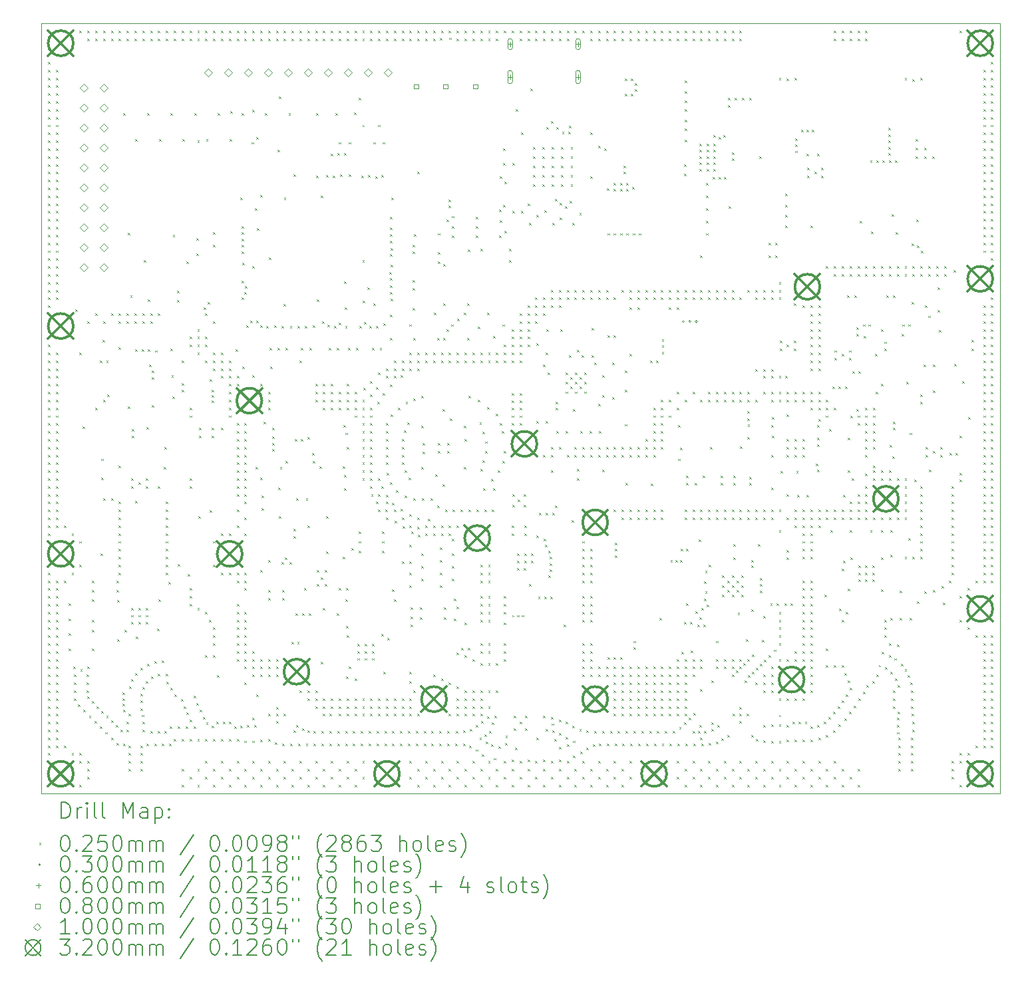
<source format=gbr>
%TF.GenerationSoftware,KiCad,Pcbnew,8.0.0*%
%TF.CreationDate,2024-02-29T19:33:11-05:00*%
%TF.ProjectId,VNA,564e412e-6b69-4636-9164-5f7063625858,rev?*%
%TF.SameCoordinates,PX535a28cPY8422900*%
%TF.FileFunction,Drillmap*%
%TF.FilePolarity,Positive*%
%FSLAX45Y45*%
G04 Gerber Fmt 4.5, Leading zero omitted, Abs format (unit mm)*
G04 Created by KiCad (PCBNEW 8.0.0) date 2024-02-29 19:33:11*
%MOMM*%
%LPD*%
G01*
G04 APERTURE LIST*
%ADD10C,0.050000*%
%ADD11C,0.200000*%
%ADD12C,0.100000*%
%ADD13C,0.320000*%
G04 APERTURE END LIST*
D10*
X12200000Y9600000D02*
X0Y9600000D01*
X0Y-200000D02*
X12200000Y-200000D01*
X0Y9600000D02*
X0Y-200000D01*
X12200000Y-200000D02*
X12200000Y9600000D01*
D11*
D12*
X87500Y9112500D02*
X112500Y9087500D01*
X112500Y9112500D02*
X87500Y9087500D01*
X87500Y9012500D02*
X112500Y8987500D01*
X112500Y9012500D02*
X87500Y8987500D01*
X87500Y8912500D02*
X112500Y8887500D01*
X112500Y8912500D02*
X87500Y8887500D01*
X87500Y8812500D02*
X112500Y8787500D01*
X112500Y8812500D02*
X87500Y8787500D01*
X87500Y8712500D02*
X112500Y8687500D01*
X112500Y8712500D02*
X87500Y8687500D01*
X87500Y8612500D02*
X112500Y8587500D01*
X112500Y8612500D02*
X87500Y8587500D01*
X87500Y8512500D02*
X112500Y8487500D01*
X112500Y8512500D02*
X87500Y8487500D01*
X87500Y8412500D02*
X112500Y8387500D01*
X112500Y8412500D02*
X87500Y8387500D01*
X87500Y8312500D02*
X112500Y8287500D01*
X112500Y8312500D02*
X87500Y8287500D01*
X87500Y8212500D02*
X112500Y8187500D01*
X112500Y8212500D02*
X87500Y8187500D01*
X87500Y8112500D02*
X112500Y8087500D01*
X112500Y8112500D02*
X87500Y8087500D01*
X87500Y8012500D02*
X112500Y7987500D01*
X112500Y8012500D02*
X87500Y7987500D01*
X87500Y7912500D02*
X112500Y7887500D01*
X112500Y7912500D02*
X87500Y7887500D01*
X87500Y7812500D02*
X112500Y7787500D01*
X112500Y7812500D02*
X87500Y7787500D01*
X87500Y7712500D02*
X112500Y7687500D01*
X112500Y7712500D02*
X87500Y7687500D01*
X87500Y7612500D02*
X112500Y7587500D01*
X112500Y7612500D02*
X87500Y7587500D01*
X87500Y7512500D02*
X112500Y7487500D01*
X112500Y7512500D02*
X87500Y7487500D01*
X87500Y7412500D02*
X112500Y7387500D01*
X112500Y7412500D02*
X87500Y7387500D01*
X87500Y7312500D02*
X112500Y7287500D01*
X112500Y7312500D02*
X87500Y7287500D01*
X87500Y7212500D02*
X112500Y7187500D01*
X112500Y7212500D02*
X87500Y7187500D01*
X87500Y7112500D02*
X112500Y7087500D01*
X112500Y7112500D02*
X87500Y7087500D01*
X87500Y7012500D02*
X112500Y6987500D01*
X112500Y7012500D02*
X87500Y6987500D01*
X87500Y6912500D02*
X112500Y6887500D01*
X112500Y6912500D02*
X87500Y6887500D01*
X87500Y6812500D02*
X112500Y6787500D01*
X112500Y6812500D02*
X87500Y6787500D01*
X87500Y6712500D02*
X112500Y6687500D01*
X112500Y6712500D02*
X87500Y6687500D01*
X87500Y6612500D02*
X112500Y6587500D01*
X112500Y6612500D02*
X87500Y6587500D01*
X87500Y6512500D02*
X112500Y6487500D01*
X112500Y6512500D02*
X87500Y6487500D01*
X87500Y6412500D02*
X112500Y6387500D01*
X112500Y6412500D02*
X87500Y6387500D01*
X87500Y6312500D02*
X112500Y6287500D01*
X112500Y6312500D02*
X87500Y6287500D01*
X87500Y6212500D02*
X112500Y6187500D01*
X112500Y6212500D02*
X87500Y6187500D01*
X87500Y6112500D02*
X112500Y6087500D01*
X112500Y6112500D02*
X87500Y6087500D01*
X87500Y6012500D02*
X112500Y5987500D01*
X112500Y6012500D02*
X87500Y5987500D01*
X87500Y5512500D02*
X112500Y5487500D01*
X112500Y5512500D02*
X87500Y5487500D01*
X87500Y5412500D02*
X112500Y5387500D01*
X112500Y5412500D02*
X87500Y5387500D01*
X87500Y5312500D02*
X112500Y5287500D01*
X112500Y5312500D02*
X87500Y5287500D01*
X87500Y5212500D02*
X112500Y5187500D01*
X112500Y5212500D02*
X87500Y5187500D01*
X87500Y5112500D02*
X112500Y5087500D01*
X112500Y5112500D02*
X87500Y5087500D01*
X87500Y5012500D02*
X112500Y4987500D01*
X112500Y5012500D02*
X87500Y4987500D01*
X87500Y4912500D02*
X112500Y4887500D01*
X112500Y4912500D02*
X87500Y4887500D01*
X87500Y4812500D02*
X112500Y4787500D01*
X112500Y4812500D02*
X87500Y4787500D01*
X87500Y4712500D02*
X112500Y4687500D01*
X112500Y4712500D02*
X87500Y4687500D01*
X87500Y4612500D02*
X112500Y4587500D01*
X112500Y4612500D02*
X87500Y4587500D01*
X87500Y4512500D02*
X112500Y4487500D01*
X112500Y4512500D02*
X87500Y4487500D01*
X87500Y4412500D02*
X112500Y4387500D01*
X112500Y4412500D02*
X87500Y4387500D01*
X87500Y4312500D02*
X112500Y4287500D01*
X112500Y4312500D02*
X87500Y4287500D01*
X87500Y4212500D02*
X112500Y4187500D01*
X112500Y4212500D02*
X87500Y4187500D01*
X87500Y4112500D02*
X112500Y4087500D01*
X112500Y4112500D02*
X87500Y4087500D01*
X87500Y4012500D02*
X112500Y3987500D01*
X112500Y4012500D02*
X87500Y3987500D01*
X87500Y3912500D02*
X112500Y3887500D01*
X112500Y3912500D02*
X87500Y3887500D01*
X87500Y3812500D02*
X112500Y3787500D01*
X112500Y3812500D02*
X87500Y3787500D01*
X87500Y3712500D02*
X112500Y3687500D01*
X112500Y3712500D02*
X87500Y3687500D01*
X87500Y3612500D02*
X112500Y3587500D01*
X112500Y3612500D02*
X87500Y3587500D01*
X87500Y3512500D02*
X112500Y3487500D01*
X112500Y3512500D02*
X87500Y3487500D01*
X87500Y3412500D02*
X112500Y3387500D01*
X112500Y3412500D02*
X87500Y3387500D01*
X87500Y3312500D02*
X112500Y3287500D01*
X112500Y3312500D02*
X87500Y3287500D01*
X87500Y3212500D02*
X112500Y3187500D01*
X112500Y3212500D02*
X87500Y3187500D01*
X87500Y3112500D02*
X112500Y3087500D01*
X112500Y3112500D02*
X87500Y3087500D01*
X87500Y2612500D02*
X112500Y2587500D01*
X112500Y2612500D02*
X87500Y2587500D01*
X87500Y2512500D02*
X112500Y2487500D01*
X112500Y2512500D02*
X87500Y2487500D01*
X87500Y2412500D02*
X112500Y2387500D01*
X112500Y2412500D02*
X87500Y2387500D01*
X87500Y2312500D02*
X112500Y2287500D01*
X112500Y2312500D02*
X87500Y2287500D01*
X87500Y2212500D02*
X112500Y2187500D01*
X112500Y2212500D02*
X87500Y2187500D01*
X87500Y2112500D02*
X112500Y2087500D01*
X112500Y2112500D02*
X87500Y2087500D01*
X87500Y2012500D02*
X112500Y1987500D01*
X112500Y2012500D02*
X87500Y1987500D01*
X87500Y1912500D02*
X112500Y1887500D01*
X112500Y1912500D02*
X87500Y1887500D01*
X87500Y1812500D02*
X112500Y1787500D01*
X112500Y1812500D02*
X87500Y1787500D01*
X87500Y1712500D02*
X112500Y1687500D01*
X112500Y1712500D02*
X87500Y1687500D01*
X87500Y1612500D02*
X112500Y1587500D01*
X112500Y1612500D02*
X87500Y1587500D01*
X87500Y1512500D02*
X112500Y1487500D01*
X112500Y1512500D02*
X87500Y1487500D01*
X87500Y1412500D02*
X112500Y1387500D01*
X112500Y1412500D02*
X87500Y1387500D01*
X87500Y1312500D02*
X112500Y1287500D01*
X112500Y1312500D02*
X87500Y1287500D01*
X87500Y1212500D02*
X112500Y1187500D01*
X112500Y1212500D02*
X87500Y1187500D01*
X87500Y1112500D02*
X112500Y1087500D01*
X112500Y1112500D02*
X87500Y1087500D01*
X87500Y1012500D02*
X112500Y987500D01*
X112500Y1012500D02*
X87500Y987500D01*
X87500Y912500D02*
X112500Y887500D01*
X112500Y912500D02*
X87500Y887500D01*
X87500Y812500D02*
X112500Y787500D01*
X112500Y812500D02*
X87500Y787500D01*
X87500Y712500D02*
X112500Y687500D01*
X112500Y712500D02*
X87500Y687500D01*
X87500Y612500D02*
X112500Y587500D01*
X112500Y612500D02*
X87500Y587500D01*
X87500Y512500D02*
X112500Y487500D01*
X112500Y512500D02*
X87500Y487500D01*
X87500Y412500D02*
X112500Y387500D01*
X112500Y412500D02*
X87500Y387500D01*
X87500Y312500D02*
X112500Y287500D01*
X112500Y312500D02*
X87500Y287500D01*
X187500Y9012500D02*
X212500Y8987500D01*
X212500Y9012500D02*
X187500Y8987500D01*
X187500Y8912500D02*
X212500Y8887500D01*
X212500Y8912500D02*
X187500Y8887500D01*
X187500Y8812500D02*
X212500Y8787500D01*
X212500Y8812500D02*
X187500Y8787500D01*
X187500Y8712500D02*
X212500Y8687500D01*
X212500Y8712500D02*
X187500Y8687500D01*
X187500Y8612500D02*
X212500Y8587500D01*
X212500Y8612500D02*
X187500Y8587500D01*
X187500Y8512500D02*
X212500Y8487500D01*
X212500Y8512500D02*
X187500Y8487500D01*
X187500Y8412500D02*
X212500Y8387500D01*
X212500Y8412500D02*
X187500Y8387500D01*
X187500Y8312500D02*
X212500Y8287500D01*
X212500Y8312500D02*
X187500Y8287500D01*
X187500Y8212500D02*
X212500Y8187500D01*
X212500Y8212500D02*
X187500Y8187500D01*
X187500Y8112500D02*
X212500Y8087500D01*
X212500Y8112500D02*
X187500Y8087500D01*
X187500Y8012500D02*
X212500Y7987500D01*
X212500Y8012500D02*
X187500Y7987500D01*
X187500Y7912500D02*
X212500Y7887500D01*
X212500Y7912500D02*
X187500Y7887500D01*
X187500Y7812500D02*
X212500Y7787500D01*
X212500Y7812500D02*
X187500Y7787500D01*
X187500Y7712500D02*
X212500Y7687500D01*
X212500Y7712500D02*
X187500Y7687500D01*
X187500Y7612500D02*
X212500Y7587500D01*
X212500Y7612500D02*
X187500Y7587500D01*
X187500Y7512500D02*
X212500Y7487500D01*
X212500Y7512500D02*
X187500Y7487500D01*
X187500Y7412500D02*
X212500Y7387500D01*
X212500Y7412500D02*
X187500Y7387500D01*
X187500Y7312500D02*
X212500Y7287500D01*
X212500Y7312500D02*
X187500Y7287500D01*
X187500Y7212500D02*
X212500Y7187500D01*
X212500Y7212500D02*
X187500Y7187500D01*
X187500Y7112500D02*
X212500Y7087500D01*
X212500Y7112500D02*
X187500Y7087500D01*
X187500Y7012500D02*
X212500Y6987500D01*
X212500Y7012500D02*
X187500Y6987500D01*
X187500Y6912500D02*
X212500Y6887500D01*
X212500Y6912500D02*
X187500Y6887500D01*
X187500Y6812500D02*
X212500Y6787500D01*
X212500Y6812500D02*
X187500Y6787500D01*
X187500Y6712500D02*
X212500Y6687500D01*
X212500Y6712500D02*
X187500Y6687500D01*
X187500Y6612500D02*
X212500Y6587500D01*
X212500Y6612500D02*
X187500Y6587500D01*
X187500Y6512500D02*
X212500Y6487500D01*
X212500Y6512500D02*
X187500Y6487500D01*
X187500Y6412500D02*
X212500Y6387500D01*
X212500Y6412500D02*
X187500Y6387500D01*
X187500Y6312500D02*
X212500Y6287500D01*
X212500Y6312500D02*
X187500Y6287500D01*
X187500Y6212500D02*
X212500Y6187500D01*
X212500Y6212500D02*
X187500Y6187500D01*
X187500Y6112500D02*
X212500Y6087500D01*
X212500Y6112500D02*
X187500Y6087500D01*
X187500Y5412500D02*
X212500Y5387500D01*
X212500Y5412500D02*
X187500Y5387500D01*
X187500Y5312500D02*
X212500Y5287500D01*
X212500Y5312500D02*
X187500Y5287500D01*
X187500Y5212500D02*
X212500Y5187500D01*
X212500Y5212500D02*
X187500Y5187500D01*
X187500Y5112500D02*
X212500Y5087500D01*
X212500Y5112500D02*
X187500Y5087500D01*
X187500Y5012500D02*
X212500Y4987500D01*
X212500Y5012500D02*
X187500Y4987500D01*
X187500Y4912500D02*
X212500Y4887500D01*
X212500Y4912500D02*
X187500Y4887500D01*
X187500Y4812500D02*
X212500Y4787500D01*
X212500Y4812500D02*
X187500Y4787500D01*
X187500Y4712500D02*
X212500Y4687500D01*
X212500Y4712500D02*
X187500Y4687500D01*
X187500Y4612500D02*
X212500Y4587500D01*
X212500Y4612500D02*
X187500Y4587500D01*
X187500Y4512500D02*
X212500Y4487500D01*
X212500Y4512500D02*
X187500Y4487500D01*
X187500Y4412500D02*
X212500Y4387500D01*
X212500Y4412500D02*
X187500Y4387500D01*
X187500Y4312500D02*
X212500Y4287500D01*
X212500Y4312500D02*
X187500Y4287500D01*
X187500Y4212500D02*
X212500Y4187500D01*
X212500Y4212500D02*
X187500Y4187500D01*
X187500Y4112500D02*
X212500Y4087500D01*
X212500Y4112500D02*
X187500Y4087500D01*
X187500Y4012500D02*
X212500Y3987500D01*
X212500Y4012500D02*
X187500Y3987500D01*
X187500Y3912500D02*
X212500Y3887500D01*
X212500Y3912500D02*
X187500Y3887500D01*
X187500Y3812500D02*
X212500Y3787500D01*
X212500Y3812500D02*
X187500Y3787500D01*
X187500Y3712500D02*
X212500Y3687500D01*
X212500Y3712500D02*
X187500Y3687500D01*
X187500Y3612500D02*
X212500Y3587500D01*
X212500Y3612500D02*
X187500Y3587500D01*
X187500Y3512500D02*
X212500Y3487500D01*
X212500Y3512500D02*
X187500Y3487500D01*
X187500Y3412500D02*
X212500Y3387500D01*
X212500Y3412500D02*
X187500Y3387500D01*
X187500Y3312500D02*
X212500Y3287500D01*
X212500Y3312500D02*
X187500Y3287500D01*
X187500Y3212500D02*
X212500Y3187500D01*
X212500Y3212500D02*
X187500Y3187500D01*
X187500Y2512500D02*
X212500Y2487500D01*
X212500Y2512500D02*
X187500Y2487500D01*
X187500Y2412500D02*
X212500Y2387500D01*
X212500Y2412500D02*
X187500Y2387500D01*
X187500Y2312500D02*
X212500Y2287500D01*
X212500Y2312500D02*
X187500Y2287500D01*
X187500Y2212500D02*
X212500Y2187500D01*
X212500Y2212500D02*
X187500Y2187500D01*
X187500Y2112500D02*
X212500Y2087500D01*
X212500Y2112500D02*
X187500Y2087500D01*
X187500Y2012500D02*
X212500Y1987500D01*
X212500Y2012500D02*
X187500Y1987500D01*
X187500Y1912500D02*
X212500Y1887500D01*
X212500Y1912500D02*
X187500Y1887500D01*
X187500Y1812500D02*
X212500Y1787500D01*
X212500Y1812500D02*
X187500Y1787500D01*
X187500Y1712500D02*
X212500Y1687500D01*
X212500Y1712500D02*
X187500Y1687500D01*
X187500Y1612500D02*
X212500Y1587500D01*
X212500Y1612500D02*
X187500Y1587500D01*
X187500Y1512500D02*
X212500Y1487500D01*
X212500Y1512500D02*
X187500Y1487500D01*
X187500Y1412500D02*
X212500Y1387500D01*
X212500Y1412500D02*
X187500Y1387500D01*
X187500Y1312500D02*
X212500Y1287500D01*
X212500Y1312500D02*
X187500Y1287500D01*
X187500Y1212500D02*
X212500Y1187500D01*
X212500Y1212500D02*
X187500Y1187500D01*
X187500Y1112500D02*
X212500Y1087500D01*
X212500Y1112500D02*
X187500Y1087500D01*
X187500Y1012500D02*
X212500Y987500D01*
X212500Y1012500D02*
X187500Y987500D01*
X187500Y912500D02*
X212500Y887500D01*
X212500Y912500D02*
X187500Y887500D01*
X187500Y812500D02*
X212500Y787500D01*
X212500Y812500D02*
X187500Y787500D01*
X187500Y712500D02*
X212500Y687500D01*
X212500Y712500D02*
X187500Y687500D01*
X187500Y612500D02*
X212500Y587500D01*
X212500Y612500D02*
X187500Y587500D01*
X187500Y512500D02*
X212500Y487500D01*
X212500Y512500D02*
X187500Y487500D01*
X187500Y412500D02*
X212500Y387500D01*
X212500Y412500D02*
X187500Y387500D01*
X287500Y3212500D02*
X312500Y3187500D01*
X312500Y3212500D02*
X287500Y3187500D01*
X287500Y2512500D02*
X312500Y2487500D01*
X312500Y2512500D02*
X287500Y2487500D01*
X287500Y412500D02*
X312500Y387500D01*
X312500Y412500D02*
X287500Y387500D01*
X347500Y2222500D02*
X372500Y2197500D01*
X372500Y2222500D02*
X347500Y2197500D01*
X347500Y2022500D02*
X372500Y1997500D01*
X372500Y2022500D02*
X347500Y1997500D01*
X347500Y1842500D02*
X372500Y1817500D01*
X372500Y1842500D02*
X347500Y1817500D01*
X347500Y1642500D02*
X372500Y1617500D01*
X372500Y1642500D02*
X347500Y1617500D01*
X387500Y3112500D02*
X412500Y3087500D01*
X412500Y3112500D02*
X387500Y3087500D01*
X387500Y2612500D02*
X412500Y2587500D01*
X412500Y2612500D02*
X387500Y2587500D01*
X387500Y312500D02*
X412500Y287500D01*
X412500Y312500D02*
X387500Y287500D01*
X407500Y1412500D02*
X432500Y1387500D01*
X432500Y1412500D02*
X407500Y1387500D01*
X417500Y1312500D02*
X442500Y1287500D01*
X442500Y1312500D02*
X417500Y1287500D01*
X417500Y1212500D02*
X442500Y1187500D01*
X442500Y1212500D02*
X417500Y1187500D01*
X417500Y1112500D02*
X442500Y1087500D01*
X442500Y1112500D02*
X417500Y1087500D01*
X417500Y1012500D02*
X442500Y987500D01*
X442500Y1012500D02*
X417500Y987500D01*
X437500Y5962500D02*
X462500Y5937500D01*
X462500Y5962500D02*
X437500Y5937500D01*
X467500Y932500D02*
X492500Y907500D01*
X492500Y932500D02*
X467500Y907500D01*
X487500Y9512500D02*
X512500Y9487500D01*
X512500Y9512500D02*
X487500Y9487500D01*
X487500Y5412500D02*
X512500Y5387500D01*
X512500Y5412500D02*
X487500Y5387500D01*
X487500Y3012500D02*
X512500Y2987500D01*
X512500Y3012500D02*
X487500Y2987500D01*
X487500Y2712500D02*
X512500Y2687500D01*
X512500Y2712500D02*
X487500Y2687500D01*
X487500Y312500D02*
X512500Y287500D01*
X512500Y312500D02*
X487500Y287500D01*
X487500Y212500D02*
X512500Y187500D01*
X512500Y212500D02*
X487500Y187500D01*
X487500Y-87500D02*
X512500Y-112500D01*
X512500Y-87500D02*
X487500Y-112500D01*
X497500Y1382500D02*
X522500Y1357500D01*
X522500Y1382500D02*
X497500Y1357500D01*
X527500Y4472500D02*
X552500Y4447500D01*
X552500Y4472500D02*
X527500Y4447500D01*
X537500Y862500D02*
X562500Y837500D01*
X562500Y862500D02*
X537500Y837500D01*
X577500Y1312500D02*
X602500Y1287500D01*
X602500Y1312500D02*
X577500Y1287500D01*
X577500Y1212500D02*
X602500Y1187500D01*
X602500Y1212500D02*
X577500Y1187500D01*
X577500Y1112500D02*
X602500Y1087500D01*
X602500Y1112500D02*
X577500Y1087500D01*
X587500Y9512500D02*
X612500Y9487500D01*
X612500Y9512500D02*
X587500Y9487500D01*
X587500Y9412500D02*
X612500Y9387500D01*
X612500Y9412500D02*
X587500Y9387500D01*
X587500Y5812500D02*
X612500Y5787500D01*
X612500Y5812500D02*
X587500Y5787500D01*
X587500Y1412500D02*
X612500Y1387500D01*
X612500Y1412500D02*
X587500Y1387500D01*
X587500Y1032500D02*
X612500Y1007500D01*
X612500Y1032500D02*
X587500Y1007500D01*
X587500Y212500D02*
X612500Y187500D01*
X612500Y212500D02*
X587500Y187500D01*
X587500Y112500D02*
X612500Y87500D01*
X612500Y112500D02*
X587500Y87500D01*
X587500Y12500D02*
X612500Y-12500D01*
X612500Y12500D02*
X587500Y-12500D01*
X607500Y792500D02*
X632500Y767500D01*
X632500Y792500D02*
X607500Y767500D01*
X647500Y2512500D02*
X672500Y2487500D01*
X672500Y2512500D02*
X647500Y2487500D01*
X647500Y2392500D02*
X672500Y2367500D01*
X672500Y2392500D02*
X647500Y2367500D01*
X647500Y2272500D02*
X672500Y2247500D01*
X672500Y2272500D02*
X647500Y2247500D01*
X647500Y2012500D02*
X672500Y1987500D01*
X672500Y2012500D02*
X647500Y1987500D01*
X647500Y1882500D02*
X672500Y1857500D01*
X672500Y1882500D02*
X647500Y1857500D01*
X647500Y1642500D02*
X672500Y1617500D01*
X672500Y1642500D02*
X647500Y1617500D01*
X647500Y972500D02*
X672500Y947500D01*
X672500Y972500D02*
X647500Y947500D01*
X677500Y722500D02*
X702500Y697500D01*
X702500Y722500D02*
X677500Y697500D01*
X687500Y9512500D02*
X712500Y9487500D01*
X712500Y9512500D02*
X687500Y9487500D01*
X687500Y9412500D02*
X712500Y9387500D01*
X712500Y9412500D02*
X687500Y9387500D01*
X687500Y5912500D02*
X712500Y5887500D01*
X712500Y5912500D02*
X687500Y5887500D01*
X687500Y4712500D02*
X712500Y4687500D01*
X712500Y4712500D02*
X687500Y4687500D01*
X707500Y912500D02*
X732500Y887500D01*
X732500Y912500D02*
X707500Y887500D01*
X747500Y5312500D02*
X772500Y5287500D01*
X772500Y5312500D02*
X747500Y5287500D01*
X747500Y652500D02*
X772500Y627500D01*
X772500Y652500D02*
X747500Y627500D01*
X757500Y2852500D02*
X782500Y2827500D01*
X782500Y2852500D02*
X757500Y2827500D01*
X767500Y4062500D02*
X792500Y4037500D01*
X792500Y4062500D02*
X767500Y4037500D01*
X767500Y3822500D02*
X792500Y3797500D01*
X792500Y3822500D02*
X767500Y3797500D01*
X767500Y852500D02*
X792500Y827500D01*
X792500Y852500D02*
X767500Y827500D01*
X777500Y5572500D02*
X802500Y5547500D01*
X802500Y5572500D02*
X777500Y5547500D01*
X787500Y9512500D02*
X812500Y9487500D01*
X812500Y9512500D02*
X787500Y9487500D01*
X787500Y9412500D02*
X812500Y9387500D01*
X812500Y9412500D02*
X787500Y9387500D01*
X787500Y5812500D02*
X812500Y5787500D01*
X812500Y5812500D02*
X787500Y5787500D01*
X787500Y4812500D02*
X812500Y4787500D01*
X812500Y4812500D02*
X787500Y4787500D01*
X787500Y3562500D02*
X812500Y3537500D01*
X812500Y3562500D02*
X787500Y3537500D01*
X817500Y582500D02*
X842500Y557500D01*
X842500Y582500D02*
X817500Y557500D01*
X827500Y5312500D02*
X852500Y5287500D01*
X852500Y5312500D02*
X827500Y5287500D01*
X827500Y792500D02*
X852500Y767500D01*
X852500Y792500D02*
X827500Y767500D01*
X837500Y4882500D02*
X862500Y4857500D01*
X862500Y4882500D02*
X837500Y4857500D01*
X887500Y9512500D02*
X912500Y9487500D01*
X912500Y9512500D02*
X887500Y9487500D01*
X887500Y9412500D02*
X912500Y9387500D01*
X912500Y9412500D02*
X887500Y9387500D01*
X887500Y5912500D02*
X912500Y5887500D01*
X912500Y5912500D02*
X887500Y5887500D01*
X887500Y3562500D02*
X912500Y3537500D01*
X912500Y3562500D02*
X887500Y3537500D01*
X887500Y732500D02*
X912500Y707500D01*
X912500Y732500D02*
X887500Y707500D01*
X887500Y512500D02*
X912500Y487500D01*
X912500Y512500D02*
X887500Y487500D01*
X947500Y672500D02*
X972500Y647500D01*
X972500Y672500D02*
X947500Y647500D01*
X957500Y2512500D02*
X982500Y2487500D01*
X982500Y2512500D02*
X957500Y2487500D01*
X957500Y2392500D02*
X982500Y2367500D01*
X982500Y2392500D02*
X957500Y2367500D01*
X957500Y442500D02*
X982500Y417500D01*
X982500Y442500D02*
X957500Y417500D01*
X967500Y2265960D02*
X992500Y2240960D01*
X992500Y2265960D02*
X967500Y2240960D01*
X967500Y1762500D02*
X992500Y1737500D01*
X992500Y1762500D02*
X967500Y1737500D01*
X987500Y9512500D02*
X1012500Y9487500D01*
X1012500Y9512500D02*
X987500Y9487500D01*
X987500Y9412500D02*
X1012500Y9387500D01*
X1012500Y9412500D02*
X987500Y9387500D01*
X987500Y5912500D02*
X1012500Y5887500D01*
X1012500Y5912500D02*
X987500Y5887500D01*
X987500Y5812500D02*
X1012500Y5787500D01*
X1012500Y5812500D02*
X987500Y5787500D01*
X987500Y5482500D02*
X1012500Y5457500D01*
X1012500Y5482500D02*
X987500Y5457500D01*
X987500Y3972500D02*
X1012500Y3947500D01*
X1012500Y3972500D02*
X987500Y3947500D01*
X987500Y3512500D02*
X1012500Y3487500D01*
X1012500Y3512500D02*
X987500Y3487500D01*
X987500Y3412500D02*
X1012500Y3387500D01*
X1012500Y3412500D02*
X987500Y3387500D01*
X987500Y3312500D02*
X1012500Y3287500D01*
X1012500Y3312500D02*
X987500Y3287500D01*
X987500Y3212500D02*
X1012500Y3187500D01*
X1012500Y3212500D02*
X987500Y3187500D01*
X987500Y3112500D02*
X1012500Y3087500D01*
X1012500Y3112500D02*
X987500Y3087500D01*
X987500Y3012500D02*
X1012500Y2987500D01*
X1012500Y3012500D02*
X987500Y2987500D01*
X987500Y2912500D02*
X1012500Y2887500D01*
X1012500Y2912500D02*
X987500Y2887500D01*
X987500Y2812500D02*
X1012500Y2787500D01*
X1012500Y2812500D02*
X987500Y2787500D01*
X987500Y2712500D02*
X1012500Y2687500D01*
X1012500Y2712500D02*
X987500Y2687500D01*
X987500Y2612500D02*
X1012500Y2587500D01*
X1012500Y2612500D02*
X987500Y2587500D01*
X1007500Y612500D02*
X1032500Y587500D01*
X1032500Y612500D02*
X1007500Y587500D01*
X1037500Y1082500D02*
X1062500Y1057500D01*
X1062500Y1082500D02*
X1037500Y1057500D01*
X1037500Y1012500D02*
X1062500Y987500D01*
X1062500Y1012500D02*
X1037500Y987500D01*
X1037500Y942500D02*
X1062500Y917500D01*
X1062500Y942500D02*
X1037500Y917500D01*
X1047500Y8462500D02*
X1072500Y8437500D01*
X1072500Y8462500D02*
X1047500Y8437500D01*
X1047500Y862500D02*
X1072500Y837500D01*
X1072500Y862500D02*
X1047500Y837500D01*
X1047500Y432500D02*
X1072500Y407500D01*
X1072500Y432500D02*
X1047500Y407500D01*
X1057500Y1879040D02*
X1082500Y1854040D01*
X1082500Y1879040D02*
X1057500Y1854040D01*
X1087500Y9512500D02*
X1112500Y9487500D01*
X1112500Y9512500D02*
X1087500Y9487500D01*
X1087500Y9412500D02*
X1112500Y9387500D01*
X1112500Y9412500D02*
X1087500Y9387500D01*
X1087500Y5912500D02*
X1112500Y5887500D01*
X1112500Y5912500D02*
X1087500Y5887500D01*
X1087500Y5812500D02*
X1112500Y5787500D01*
X1112500Y5812500D02*
X1087500Y5787500D01*
X1087500Y712500D02*
X1112500Y687500D01*
X1112500Y712500D02*
X1087500Y687500D01*
X1087500Y612500D02*
X1112500Y587500D01*
X1112500Y612500D02*
X1087500Y587500D01*
X1101390Y6936860D02*
X1126390Y6911860D01*
X1126390Y6936860D02*
X1101390Y6911860D01*
X1102500Y4727500D02*
X1127500Y4702500D01*
X1127500Y4727500D02*
X1102500Y4702500D01*
X1107500Y812500D02*
X1132500Y787500D01*
X1132500Y812500D02*
X1107500Y787500D01*
X1107500Y412500D02*
X1132500Y387500D01*
X1132500Y412500D02*
X1107500Y387500D01*
X1107500Y312500D02*
X1132500Y287500D01*
X1132500Y312500D02*
X1107500Y287500D01*
X1107500Y212500D02*
X1132500Y187500D01*
X1132500Y212500D02*
X1107500Y187500D01*
X1107500Y112500D02*
X1132500Y87500D01*
X1132500Y112500D02*
X1107500Y87500D01*
X1117500Y1162500D02*
X1142500Y1137500D01*
X1142500Y1162500D02*
X1117500Y1137500D01*
X1132390Y6143860D02*
X1157390Y6118860D01*
X1157390Y6143860D02*
X1132390Y6118860D01*
X1147500Y3812500D02*
X1172500Y3787500D01*
X1172500Y3812500D02*
X1147500Y3787500D01*
X1147500Y3712500D02*
X1172500Y3687500D01*
X1172500Y3712500D02*
X1147500Y3687500D01*
X1147500Y2162500D02*
X1172500Y2137500D01*
X1172500Y2162500D02*
X1147500Y2137500D01*
X1147500Y2072500D02*
X1172500Y2047500D01*
X1172500Y2072500D02*
X1147500Y2047500D01*
X1147500Y1982500D02*
X1172500Y1957500D01*
X1172500Y1982500D02*
X1147500Y1957500D01*
X1147500Y1252500D02*
X1172500Y1227500D01*
X1172500Y1252500D02*
X1147500Y1227500D01*
X1157500Y4442500D02*
X1182500Y4417500D01*
X1182500Y4442500D02*
X1157500Y4417500D01*
X1157500Y4352500D02*
X1182500Y4327500D01*
X1182500Y4352500D02*
X1157500Y4327500D01*
X1187500Y9512500D02*
X1212500Y9487500D01*
X1212500Y9512500D02*
X1187500Y9487500D01*
X1187500Y9412500D02*
X1212500Y9387500D01*
X1212500Y9412500D02*
X1187500Y9387500D01*
X1187500Y5912500D02*
X1212500Y5887500D01*
X1212500Y5912500D02*
X1187500Y5887500D01*
X1187500Y5812500D02*
X1212500Y5787500D01*
X1212500Y5812500D02*
X1187500Y5787500D01*
X1197500Y8132500D02*
X1222500Y8107500D01*
X1222500Y8132500D02*
X1197500Y8107500D01*
X1197500Y5452500D02*
X1222500Y5427500D01*
X1222500Y5452500D02*
X1197500Y5427500D01*
X1197500Y3527500D02*
X1222500Y3502500D01*
X1222500Y3527500D02*
X1197500Y3502500D01*
X1197500Y1332500D02*
X1222500Y1307500D01*
X1222500Y1332500D02*
X1197500Y1307500D01*
X1207500Y1797500D02*
X1232500Y1772500D01*
X1232500Y1797500D02*
X1207500Y1772500D01*
X1237500Y3762500D02*
X1262500Y3737500D01*
X1262500Y3762500D02*
X1237500Y3737500D01*
X1237500Y2162500D02*
X1262500Y2137500D01*
X1262500Y2162500D02*
X1237500Y2137500D01*
X1237500Y2072500D02*
X1262500Y2047500D01*
X1262500Y2072500D02*
X1237500Y2047500D01*
X1237500Y1982500D02*
X1262500Y1957500D01*
X1262500Y1982500D02*
X1237500Y1957500D01*
X1267500Y1402500D02*
X1292500Y1377500D01*
X1292500Y1402500D02*
X1267500Y1377500D01*
X1267500Y1072500D02*
X1292500Y1047500D01*
X1292500Y1072500D02*
X1267500Y1047500D01*
X1267500Y982500D02*
X1292500Y957500D01*
X1292500Y982500D02*
X1267500Y957500D01*
X1267500Y882500D02*
X1292500Y857500D01*
X1292500Y882500D02*
X1267500Y857500D01*
X1267500Y412500D02*
X1292500Y387500D01*
X1292500Y412500D02*
X1267500Y387500D01*
X1267500Y312500D02*
X1292500Y287500D01*
X1292500Y312500D02*
X1267500Y287500D01*
X1267500Y212500D02*
X1292500Y187500D01*
X1292500Y212500D02*
X1267500Y187500D01*
X1267500Y112500D02*
X1292500Y87500D01*
X1292500Y112500D02*
X1267500Y87500D01*
X1277500Y5452500D02*
X1302500Y5427500D01*
X1302500Y5452500D02*
X1277500Y5427500D01*
X1277500Y802500D02*
X1302500Y777500D01*
X1302500Y802500D02*
X1277500Y777500D01*
X1287500Y9512500D02*
X1312500Y9487500D01*
X1312500Y9512500D02*
X1287500Y9487500D01*
X1287500Y9412500D02*
X1312500Y9387500D01*
X1312500Y9412500D02*
X1287500Y9387500D01*
X1287500Y5912500D02*
X1312500Y5887500D01*
X1312500Y5912500D02*
X1287500Y5887500D01*
X1287500Y5812500D02*
X1312500Y5787500D01*
X1312500Y5812500D02*
X1287500Y5787500D01*
X1287500Y1152500D02*
X1312500Y1127500D01*
X1312500Y1152500D02*
X1287500Y1127500D01*
X1287500Y712500D02*
X1312500Y687500D01*
X1312500Y712500D02*
X1287500Y687500D01*
X1287500Y612500D02*
X1312500Y587500D01*
X1312500Y612500D02*
X1287500Y587500D01*
X1304390Y6585860D02*
X1329390Y6560860D01*
X1329390Y6585860D02*
X1304390Y6560860D01*
X1327500Y3812500D02*
X1352500Y3787500D01*
X1352500Y3812500D02*
X1327500Y3787500D01*
X1327500Y3712500D02*
X1352500Y3687500D01*
X1352500Y3712500D02*
X1327500Y3687500D01*
X1327500Y2162500D02*
X1352500Y2137500D01*
X1352500Y2162500D02*
X1327500Y2137500D01*
X1327500Y2072500D02*
X1352500Y2047500D01*
X1352500Y2072500D02*
X1327500Y2047500D01*
X1327500Y1982500D02*
X1352500Y1957500D01*
X1352500Y1982500D02*
X1327500Y1957500D01*
X1327500Y1232500D02*
X1352500Y1207500D01*
X1352500Y1232500D02*
X1327500Y1207500D01*
X1337500Y4462500D02*
X1362500Y4437500D01*
X1362500Y4462500D02*
X1337500Y4437500D01*
X1337500Y432500D02*
X1362500Y407500D01*
X1362500Y432500D02*
X1337500Y407500D01*
X1347500Y8462500D02*
X1372500Y8437500D01*
X1372500Y8462500D02*
X1347500Y8437500D01*
X1347500Y1452500D02*
X1372500Y1427500D01*
X1372500Y1452500D02*
X1347500Y1427500D01*
X1353390Y6093860D02*
X1378390Y6068860D01*
X1378390Y6093860D02*
X1353390Y6068860D01*
X1357500Y5452500D02*
X1382500Y5427500D01*
X1382500Y5452500D02*
X1357500Y5427500D01*
X1377500Y5262500D02*
X1402500Y5237500D01*
X1402500Y5262500D02*
X1377500Y5237500D01*
X1387500Y9512500D02*
X1412500Y9487500D01*
X1412500Y9512500D02*
X1387500Y9487500D01*
X1387500Y9412500D02*
X1412500Y9387500D01*
X1412500Y9412500D02*
X1387500Y9387500D01*
X1387500Y5912500D02*
X1412500Y5887500D01*
X1412500Y5912500D02*
X1387500Y5887500D01*
X1387500Y5812500D02*
X1412500Y5787500D01*
X1412500Y5812500D02*
X1387500Y5787500D01*
X1387500Y592500D02*
X1412500Y567500D01*
X1412500Y592500D02*
X1387500Y567500D01*
X1397500Y1292500D02*
X1422500Y1267500D01*
X1422500Y1292500D02*
X1397500Y1267500D01*
X1407500Y5182500D02*
X1432500Y5157500D01*
X1432500Y5182500D02*
X1407500Y5157500D01*
X1407500Y5102500D02*
X1432500Y5077500D01*
X1432500Y5102500D02*
X1407500Y5077500D01*
X1407500Y4742500D02*
X1432500Y4717500D01*
X1432500Y4742500D02*
X1407500Y4717500D01*
X1437500Y1482500D02*
X1462500Y1457500D01*
X1462500Y1482500D02*
X1437500Y1457500D01*
X1437500Y432500D02*
X1462500Y407500D01*
X1462500Y432500D02*
X1437500Y407500D01*
X1447500Y5442500D02*
X1472500Y5417500D01*
X1472500Y5442500D02*
X1447500Y5417500D01*
X1476730Y1901730D02*
X1501730Y1876730D01*
X1501730Y1901730D02*
X1476730Y1876730D01*
X1487500Y9512500D02*
X1512500Y9487500D01*
X1512500Y9512500D02*
X1487500Y9487500D01*
X1487500Y9412500D02*
X1512500Y9387500D01*
X1512500Y9412500D02*
X1487500Y9387500D01*
X1487500Y5912500D02*
X1512500Y5887500D01*
X1512500Y5912500D02*
X1487500Y5887500D01*
X1487500Y3712500D02*
X1512500Y3687500D01*
X1512500Y3712500D02*
X1487500Y3687500D01*
X1487500Y1322500D02*
X1512500Y1297500D01*
X1512500Y1322500D02*
X1487500Y1297500D01*
X1487500Y592500D02*
X1512500Y567500D01*
X1512500Y592500D02*
X1487500Y567500D01*
X1492500Y2272500D02*
X1517500Y2247500D01*
X1517500Y2272500D02*
X1492500Y2247500D01*
X1497500Y8132500D02*
X1522500Y8107500D01*
X1522500Y8132500D02*
X1497500Y8107500D01*
X1537500Y1492500D02*
X1562500Y1467500D01*
X1562500Y1492500D02*
X1537500Y1467500D01*
X1537500Y432500D02*
X1562500Y407500D01*
X1562500Y432500D02*
X1537500Y407500D01*
X1557500Y3952500D02*
X1582500Y3927500D01*
X1582500Y3952500D02*
X1557500Y3927500D01*
X1567500Y4212500D02*
X1592500Y4187500D01*
X1592500Y4212500D02*
X1567500Y4187500D01*
X1567500Y592500D02*
X1592500Y567500D01*
X1592500Y592500D02*
X1567500Y567500D01*
X1587500Y9512500D02*
X1612500Y9487500D01*
X1612500Y9512500D02*
X1587500Y9487500D01*
X1587500Y9412500D02*
X1612500Y9387500D01*
X1612500Y9412500D02*
X1587500Y9387500D01*
X1587500Y3512500D02*
X1612500Y3487500D01*
X1612500Y3512500D02*
X1587500Y3487500D01*
X1587500Y3412500D02*
X1612500Y3387500D01*
X1612500Y3412500D02*
X1587500Y3387500D01*
X1587500Y3312500D02*
X1612500Y3287500D01*
X1612500Y3312500D02*
X1587500Y3287500D01*
X1587500Y3212500D02*
X1612500Y3187500D01*
X1612500Y3212500D02*
X1587500Y3187500D01*
X1587500Y3112500D02*
X1612500Y3087500D01*
X1612500Y3112500D02*
X1587500Y3087500D01*
X1587500Y3012500D02*
X1612500Y2987500D01*
X1612500Y3012500D02*
X1587500Y2987500D01*
X1587500Y2912500D02*
X1612500Y2887500D01*
X1612500Y2912500D02*
X1587500Y2887500D01*
X1587500Y2812500D02*
X1612500Y2787500D01*
X1612500Y2812500D02*
X1587500Y2787500D01*
X1587500Y2712500D02*
X1612500Y2687500D01*
X1612500Y2712500D02*
X1587500Y2687500D01*
X1587500Y2612500D02*
X1612500Y2587500D01*
X1612500Y2612500D02*
X1587500Y2587500D01*
X1587500Y1322500D02*
X1612500Y1297500D01*
X1612500Y1322500D02*
X1587500Y1297500D01*
X1597500Y1222500D02*
X1622500Y1197500D01*
X1622500Y1222500D02*
X1597500Y1197500D01*
X1617500Y2492500D02*
X1642500Y2467500D01*
X1642500Y2492500D02*
X1617500Y2467500D01*
X1627500Y432500D02*
X1652500Y407500D01*
X1652500Y432500D02*
X1627500Y407500D01*
X1637500Y652500D02*
X1662500Y627500D01*
X1662500Y652500D02*
X1637500Y627500D01*
X1647500Y8462500D02*
X1672500Y8437500D01*
X1672500Y8462500D02*
X1647500Y8437500D01*
X1647500Y5462500D02*
X1672500Y5437500D01*
X1672500Y5462500D02*
X1647500Y5437500D01*
X1647500Y1142500D02*
X1672500Y1117500D01*
X1672500Y1142500D02*
X1647500Y1117500D01*
X1657500Y5122500D02*
X1682500Y5097500D01*
X1682500Y5122500D02*
X1657500Y5097500D01*
X1667500Y4852500D02*
X1692500Y4827500D01*
X1692500Y4852500D02*
X1667500Y4827500D01*
X1674390Y6912860D02*
X1699390Y6887860D01*
X1699390Y6912860D02*
X1674390Y6887860D01*
X1687500Y9512500D02*
X1712500Y9487500D01*
X1712500Y9512500D02*
X1687500Y9487500D01*
X1687500Y9412500D02*
X1712500Y9387500D01*
X1712500Y9412500D02*
X1687500Y9387500D01*
X1687500Y492500D02*
X1712500Y467500D01*
X1712500Y492500D02*
X1687500Y467500D01*
X1697500Y1062500D02*
X1722500Y1037500D01*
X1722500Y1062500D02*
X1697500Y1037500D01*
X1727500Y6202500D02*
X1752500Y6177500D01*
X1752500Y6202500D02*
X1727500Y6177500D01*
X1727500Y6082500D02*
X1752500Y6057500D01*
X1752500Y6082500D02*
X1727500Y6057500D01*
X1737500Y2722500D02*
X1762500Y2697500D01*
X1762500Y2722500D02*
X1737500Y2697500D01*
X1737500Y652500D02*
X1762500Y627500D01*
X1762500Y652500D02*
X1737500Y627500D01*
X1777500Y1002500D02*
X1802500Y977500D01*
X1802500Y1002500D02*
X1777500Y977500D01*
X1787500Y9512500D02*
X1812500Y9487500D01*
X1812500Y9512500D02*
X1787500Y9487500D01*
X1787500Y9412500D02*
X1812500Y9387500D01*
X1812500Y9412500D02*
X1787500Y9387500D01*
X1787500Y5312500D02*
X1812500Y5287500D01*
X1812500Y5312500D02*
X1787500Y5287500D01*
X1787500Y5022500D02*
X1812500Y4997500D01*
X1812500Y5022500D02*
X1787500Y4997500D01*
X1787500Y4942500D02*
X1812500Y4917500D01*
X1812500Y4942500D02*
X1787500Y4917500D01*
X1787500Y492500D02*
X1812500Y467500D01*
X1812500Y492500D02*
X1787500Y467500D01*
X1787500Y112500D02*
X1812500Y87500D01*
X1812500Y112500D02*
X1787500Y87500D01*
X1787500Y-87500D02*
X1812500Y-112500D01*
X1812500Y-87500D02*
X1787500Y-112500D01*
X1797500Y8132500D02*
X1822500Y8107500D01*
X1822500Y8132500D02*
X1797500Y8107500D01*
X1817500Y912500D02*
X1842500Y887500D01*
X1842500Y912500D02*
X1817500Y887500D01*
X1837500Y652500D02*
X1862500Y627500D01*
X1862500Y652500D02*
X1837500Y627500D01*
X1845390Y6572860D02*
X1870390Y6547860D01*
X1870390Y6572860D02*
X1845390Y6547860D01*
X1847500Y832500D02*
X1872500Y807500D01*
X1872500Y832500D02*
X1847500Y807500D01*
X1867500Y2592500D02*
X1892500Y2567500D01*
X1892500Y2592500D02*
X1867500Y2567500D01*
X1887500Y9512500D02*
X1912500Y9487500D01*
X1912500Y9512500D02*
X1887500Y9487500D01*
X1887500Y9412500D02*
X1912500Y9387500D01*
X1912500Y9412500D02*
X1887500Y9387500D01*
X1887500Y5612500D02*
X1912500Y5587500D01*
X1912500Y5612500D02*
X1887500Y5587500D01*
X1887500Y5512500D02*
X1912500Y5487500D01*
X1912500Y5512500D02*
X1887500Y5487500D01*
X1887500Y4712500D02*
X1912500Y4687500D01*
X1912500Y4712500D02*
X1887500Y4687500D01*
X1887500Y4612500D02*
X1912500Y4587500D01*
X1912500Y4612500D02*
X1887500Y4587500D01*
X1887500Y3812500D02*
X1912500Y3787500D01*
X1912500Y3812500D02*
X1887500Y3787500D01*
X1887500Y3712500D02*
X1912500Y3687500D01*
X1912500Y3712500D02*
X1887500Y3687500D01*
X1887500Y2412500D02*
X1912500Y2387500D01*
X1912500Y2412500D02*
X1887500Y2387500D01*
X1887500Y2312500D02*
X1912500Y2287500D01*
X1912500Y2312500D02*
X1887500Y2287500D01*
X1887500Y2212500D02*
X1912500Y2187500D01*
X1912500Y2212500D02*
X1887500Y2187500D01*
X1887500Y742500D02*
X1912500Y717500D01*
X1912500Y742500D02*
X1887500Y717500D01*
X1887500Y492500D02*
X1912500Y467500D01*
X1912500Y492500D02*
X1887500Y467500D01*
X1887500Y12500D02*
X1912500Y-12500D01*
X1912500Y12500D02*
X1887500Y-12500D01*
X1937500Y1042500D02*
X1962500Y1017500D01*
X1962500Y1042500D02*
X1937500Y1017500D01*
X1937500Y652500D02*
X1962500Y627500D01*
X1962500Y652500D02*
X1937500Y627500D01*
X1947500Y8462500D02*
X1972500Y8437500D01*
X1972500Y8462500D02*
X1947500Y8437500D01*
X1977500Y6872500D02*
X2002500Y6847500D01*
X2002500Y6872500D02*
X1977500Y6847500D01*
X1977500Y6672500D02*
X2002500Y6647500D01*
X2002500Y6672500D02*
X1977500Y6647500D01*
X1977500Y952500D02*
X2002500Y927500D01*
X2002500Y952500D02*
X1977500Y927500D01*
X1987500Y9512500D02*
X2012500Y9487500D01*
X2012500Y9512500D02*
X1987500Y9487500D01*
X1987500Y9412500D02*
X2012500Y9387500D01*
X2012500Y9412500D02*
X1987500Y9387500D01*
X1987500Y8112500D02*
X2012500Y8087500D01*
X2012500Y8112500D02*
X1987500Y8087500D01*
X1987500Y5712500D02*
X2012500Y5687500D01*
X2012500Y5712500D02*
X1987500Y5687500D01*
X1987500Y5612500D02*
X2012500Y5587500D01*
X2012500Y5612500D02*
X1987500Y5587500D01*
X1987500Y5512500D02*
X2012500Y5487500D01*
X2012500Y5512500D02*
X1987500Y5487500D01*
X1987500Y5412500D02*
X2012500Y5387500D01*
X2012500Y5412500D02*
X1987500Y5387500D01*
X1987500Y2162500D02*
X2012500Y2137500D01*
X2012500Y2162500D02*
X1987500Y2137500D01*
X1987500Y492500D02*
X2012500Y467500D01*
X2012500Y492500D02*
X1987500Y467500D01*
X1987500Y112500D02*
X2012500Y87500D01*
X2012500Y112500D02*
X1987500Y87500D01*
X1987500Y-87500D02*
X2012500Y-112500D01*
X2012500Y-87500D02*
X1987500Y-112500D01*
X1997500Y3332500D02*
X2022500Y3307500D01*
X2022500Y3332500D02*
X1997500Y3307500D01*
X2007500Y4452500D02*
X2032500Y4427500D01*
X2032500Y4452500D02*
X2007500Y4427500D01*
X2007500Y4352500D02*
X2032500Y4327500D01*
X2032500Y4352500D02*
X2007500Y4327500D01*
X2017500Y862500D02*
X2042500Y837500D01*
X2042500Y862500D02*
X2017500Y837500D01*
X2057500Y772500D02*
X2082500Y747500D01*
X2082500Y772500D02*
X2057500Y747500D01*
X2067500Y5992500D02*
X2092500Y5967500D01*
X2092500Y5992500D02*
X2067500Y5967500D01*
X2087500Y9512500D02*
X2112500Y9487500D01*
X2112500Y9512500D02*
X2087500Y9487500D01*
X2087500Y9412500D02*
X2112500Y9387500D01*
X2112500Y9412500D02*
X2087500Y9387500D01*
X2087500Y5912500D02*
X2112500Y5887500D01*
X2112500Y5912500D02*
X2087500Y5887500D01*
X2087500Y5612500D02*
X2112500Y5587500D01*
X2112500Y5612500D02*
X2087500Y5587500D01*
X2087500Y5512500D02*
X2112500Y5487500D01*
X2112500Y5512500D02*
X2087500Y5487500D01*
X2087500Y5312500D02*
X2112500Y5287500D01*
X2112500Y5312500D02*
X2087500Y5287500D01*
X2087500Y2112500D02*
X2112500Y2087500D01*
X2112500Y2112500D02*
X2087500Y2087500D01*
X2087500Y1562500D02*
X2112500Y1537500D01*
X2112500Y1562500D02*
X2087500Y1537500D01*
X2087500Y492500D02*
X2112500Y467500D01*
X2112500Y492500D02*
X2087500Y467500D01*
X2087500Y212500D02*
X2112500Y187500D01*
X2112500Y212500D02*
X2087500Y187500D01*
X2087500Y12500D02*
X2112500Y-12500D01*
X2112500Y12500D02*
X2087500Y-12500D01*
X2097500Y8132500D02*
X2122500Y8107500D01*
X2122500Y8132500D02*
X2097500Y8107500D01*
X2097500Y702500D02*
X2122500Y677500D01*
X2122500Y702500D02*
X2097500Y677500D01*
X2117500Y6052500D02*
X2142500Y6027500D01*
X2142500Y6052500D02*
X2117500Y6027500D01*
X2137500Y2012500D02*
X2162500Y1987500D01*
X2162500Y2012500D02*
X2137500Y1987500D01*
X2147500Y5072500D02*
X2172500Y5047500D01*
X2172500Y5072500D02*
X2147500Y5047500D01*
X2147500Y3402500D02*
X2172500Y3377500D01*
X2172500Y3402500D02*
X2147500Y3377500D01*
X2167500Y4942500D02*
X2192500Y4917500D01*
X2192500Y4942500D02*
X2167500Y4917500D01*
X2167500Y4872500D02*
X2192500Y4847500D01*
X2192500Y4872500D02*
X2167500Y4847500D01*
X2167500Y4802500D02*
X2192500Y4777500D01*
X2192500Y4802500D02*
X2167500Y4777500D01*
X2167500Y4452500D02*
X2192500Y4427500D01*
X2192500Y4452500D02*
X2167500Y4427500D01*
X2167500Y4352500D02*
X2192500Y4327500D01*
X2192500Y4352500D02*
X2167500Y4327500D01*
X2167500Y662500D02*
X2192500Y637500D01*
X2192500Y662500D02*
X2167500Y637500D01*
X2183500Y6942860D02*
X2208500Y6917860D01*
X2208500Y6942860D02*
X2183500Y6917860D01*
X2187500Y9512500D02*
X2212500Y9487500D01*
X2212500Y9512500D02*
X2187500Y9487500D01*
X2187500Y9412500D02*
X2212500Y9387500D01*
X2212500Y9412500D02*
X2187500Y9387500D01*
X2187500Y6782500D02*
X2212500Y6757500D01*
X2212500Y6782500D02*
X2187500Y6757500D01*
X2187500Y5812500D02*
X2212500Y5787500D01*
X2212500Y5812500D02*
X2187500Y5787500D01*
X2187500Y5412500D02*
X2212500Y5387500D01*
X2212500Y5412500D02*
X2187500Y5387500D01*
X2187500Y5312500D02*
X2212500Y5287500D01*
X2212500Y5312500D02*
X2187500Y5287500D01*
X2187500Y5212500D02*
X2212500Y5187500D01*
X2212500Y5212500D02*
X2187500Y5187500D01*
X2187500Y3012500D02*
X2212500Y2987500D01*
X2212500Y3012500D02*
X2187500Y2987500D01*
X2187500Y2712500D02*
X2212500Y2687500D01*
X2212500Y2712500D02*
X2187500Y2687500D01*
X2187500Y1912500D02*
X2212500Y1887500D01*
X2212500Y1912500D02*
X2187500Y1887500D01*
X2187500Y1812500D02*
X2212500Y1787500D01*
X2212500Y1812500D02*
X2187500Y1787500D01*
X2187500Y1712500D02*
X2212500Y1687500D01*
X2212500Y1712500D02*
X2187500Y1687500D01*
X2187500Y1562500D02*
X2212500Y1537500D01*
X2212500Y1562500D02*
X2187500Y1537500D01*
X2187500Y492500D02*
X2212500Y467500D01*
X2212500Y492500D02*
X2187500Y467500D01*
X2187500Y112500D02*
X2212500Y87500D01*
X2212500Y112500D02*
X2187500Y87500D01*
X2187500Y-87500D02*
X2212500Y-112500D01*
X2212500Y-87500D02*
X2187500Y-112500D01*
X2232500Y717500D02*
X2257500Y692500D01*
X2257500Y717500D02*
X2232500Y692500D01*
X2237500Y1302500D02*
X2262500Y1277500D01*
X2262500Y1302500D02*
X2237500Y1277500D01*
X2247500Y8462500D02*
X2272500Y8437500D01*
X2272500Y8462500D02*
X2247500Y8437500D01*
X2287500Y9512500D02*
X2312500Y9487500D01*
X2312500Y9512500D02*
X2287500Y9487500D01*
X2287500Y9412500D02*
X2312500Y9387500D01*
X2312500Y9412500D02*
X2287500Y9387500D01*
X2287500Y5412500D02*
X2312500Y5387500D01*
X2312500Y5412500D02*
X2287500Y5387500D01*
X2287500Y5312500D02*
X2312500Y5287500D01*
X2312500Y5312500D02*
X2287500Y5287500D01*
X2287500Y5212500D02*
X2312500Y5187500D01*
X2312500Y5212500D02*
X2287500Y5187500D01*
X2287500Y5112500D02*
X2312500Y5087500D01*
X2312500Y5112500D02*
X2287500Y5087500D01*
X2287500Y4452500D02*
X2312500Y4427500D01*
X2312500Y4452500D02*
X2287500Y4427500D01*
X2287500Y3112500D02*
X2312500Y3087500D01*
X2312500Y3112500D02*
X2287500Y3087500D01*
X2287500Y2612500D02*
X2312500Y2587500D01*
X2312500Y2612500D02*
X2287500Y2587500D01*
X2287500Y492500D02*
X2312500Y467500D01*
X2312500Y492500D02*
X2287500Y467500D01*
X2287500Y212500D02*
X2312500Y187500D01*
X2312500Y212500D02*
X2287500Y187500D01*
X2287500Y12500D02*
X2312500Y-12500D01*
X2312500Y12500D02*
X2287500Y-12500D01*
X2312500Y717500D02*
X2337500Y692500D01*
X2337500Y717500D02*
X2312500Y692500D01*
X2387500Y9512500D02*
X2412500Y9487500D01*
X2412500Y9512500D02*
X2387500Y9487500D01*
X2387500Y9412500D02*
X2412500Y9387500D01*
X2412500Y9412500D02*
X2387500Y9387500D01*
X2387500Y5312500D02*
X2412500Y5287500D01*
X2412500Y5312500D02*
X2387500Y5287500D01*
X2387500Y5212500D02*
X2412500Y5187500D01*
X2412500Y5212500D02*
X2387500Y5187500D01*
X2387500Y5112500D02*
X2412500Y5087500D01*
X2412500Y5112500D02*
X2387500Y5087500D01*
X2387500Y5012500D02*
X2412500Y4987500D01*
X2412500Y5012500D02*
X2387500Y4987500D01*
X2387500Y4912500D02*
X2412500Y4887500D01*
X2412500Y4912500D02*
X2387500Y4887500D01*
X2387500Y4812500D02*
X2412500Y4787500D01*
X2412500Y4812500D02*
X2387500Y4787500D01*
X2387500Y4712500D02*
X2412500Y4687500D01*
X2412500Y4712500D02*
X2387500Y4687500D01*
X2387500Y4612500D02*
X2412500Y4587500D01*
X2412500Y4612500D02*
X2387500Y4587500D01*
X2387500Y3112500D02*
X2412500Y3087500D01*
X2412500Y3112500D02*
X2387500Y3087500D01*
X2387500Y2612500D02*
X2412500Y2587500D01*
X2412500Y2612500D02*
X2387500Y2587500D01*
X2387500Y492500D02*
X2412500Y467500D01*
X2412500Y492500D02*
X2387500Y467500D01*
X2387500Y112500D02*
X2412500Y87500D01*
X2412500Y112500D02*
X2387500Y87500D01*
X2387500Y-87500D02*
X2412500Y-112500D01*
X2412500Y-87500D02*
X2387500Y-112500D01*
X2392500Y717500D02*
X2417500Y692500D01*
X2417500Y717500D02*
X2392500Y692500D01*
X2397500Y8132500D02*
X2422500Y8107500D01*
X2422500Y8132500D02*
X2397500Y8107500D01*
X2407500Y8482500D02*
X2432500Y8457500D01*
X2432500Y8482500D02*
X2407500Y8457500D01*
X2457500Y652500D02*
X2482500Y627500D01*
X2482500Y652500D02*
X2457500Y627500D01*
X2477500Y5452500D02*
X2502500Y5427500D01*
X2502500Y5452500D02*
X2477500Y5427500D01*
X2487500Y9512500D02*
X2512500Y9487500D01*
X2512500Y9512500D02*
X2487500Y9487500D01*
X2487500Y9412500D02*
X2512500Y9387500D01*
X2512500Y9412500D02*
X2487500Y9387500D01*
X2487500Y5112500D02*
X2512500Y5087500D01*
X2512500Y5112500D02*
X2487500Y5087500D01*
X2487500Y5012500D02*
X2512500Y4987500D01*
X2512500Y5012500D02*
X2487500Y4987500D01*
X2487500Y4512500D02*
X2512500Y4487500D01*
X2512500Y4512500D02*
X2487500Y4487500D01*
X2487500Y4412500D02*
X2512500Y4387500D01*
X2512500Y4412500D02*
X2487500Y4387500D01*
X2487500Y4312500D02*
X2512500Y4287500D01*
X2512500Y4312500D02*
X2487500Y4287500D01*
X2487500Y4212500D02*
X2512500Y4187500D01*
X2512500Y4212500D02*
X2487500Y4187500D01*
X2487500Y4112500D02*
X2512500Y4087500D01*
X2512500Y4112500D02*
X2487500Y4087500D01*
X2487500Y4012500D02*
X2512500Y3987500D01*
X2512500Y4012500D02*
X2487500Y3987500D01*
X2487500Y3912500D02*
X2512500Y3887500D01*
X2512500Y3912500D02*
X2487500Y3887500D01*
X2487500Y3812500D02*
X2512500Y3787500D01*
X2512500Y3812500D02*
X2487500Y3787500D01*
X2487500Y3712500D02*
X2512500Y3687500D01*
X2512500Y3712500D02*
X2487500Y3687500D01*
X2487500Y3612500D02*
X2512500Y3587500D01*
X2512500Y3612500D02*
X2487500Y3587500D01*
X2487500Y3412500D02*
X2512500Y3387500D01*
X2512500Y3412500D02*
X2487500Y3387500D01*
X2487500Y3212500D02*
X2512500Y3187500D01*
X2512500Y3212500D02*
X2487500Y3187500D01*
X2487500Y2612500D02*
X2512500Y2587500D01*
X2512500Y2612500D02*
X2487500Y2587500D01*
X2487500Y2512500D02*
X2512500Y2487500D01*
X2512500Y2512500D02*
X2487500Y2487500D01*
X2487500Y2212500D02*
X2512500Y2187500D01*
X2512500Y2212500D02*
X2487500Y2187500D01*
X2487500Y2112500D02*
X2512500Y2087500D01*
X2512500Y2112500D02*
X2487500Y2087500D01*
X2487500Y2012500D02*
X2512500Y1987500D01*
X2512500Y2012500D02*
X2487500Y1987500D01*
X2487500Y1912500D02*
X2512500Y1887500D01*
X2512500Y1912500D02*
X2487500Y1887500D01*
X2487500Y1812500D02*
X2512500Y1787500D01*
X2512500Y1812500D02*
X2487500Y1787500D01*
X2487500Y1712500D02*
X2512500Y1687500D01*
X2512500Y1712500D02*
X2487500Y1687500D01*
X2487500Y1612500D02*
X2512500Y1587500D01*
X2512500Y1612500D02*
X2487500Y1587500D01*
X2487500Y1512500D02*
X2512500Y1487500D01*
X2512500Y1512500D02*
X2487500Y1487500D01*
X2487500Y492500D02*
X2512500Y467500D01*
X2512500Y492500D02*
X2487500Y467500D01*
X2487500Y212500D02*
X2512500Y187500D01*
X2512500Y212500D02*
X2487500Y187500D01*
X2487500Y12500D02*
X2512500Y-12500D01*
X2512500Y12500D02*
X2487500Y-12500D01*
X2537500Y7382500D02*
X2562500Y7357500D01*
X2562500Y7382500D02*
X2537500Y7357500D01*
X2537500Y662500D02*
X2562500Y637500D01*
X2562500Y662500D02*
X2537500Y637500D01*
X2547500Y8462500D02*
X2572500Y8437500D01*
X2572500Y8462500D02*
X2547500Y8437500D01*
X2547500Y7022500D02*
X2572500Y6997500D01*
X2572500Y7022500D02*
X2547500Y6997500D01*
X2547500Y6942500D02*
X2572500Y6917500D01*
X2572500Y6942500D02*
X2547500Y6917500D01*
X2547500Y6862500D02*
X2572500Y6837500D01*
X2572500Y6862500D02*
X2547500Y6837500D01*
X2547500Y6782500D02*
X2572500Y6757500D01*
X2572500Y6782500D02*
X2547500Y6757500D01*
X2547500Y6702500D02*
X2572500Y6677500D01*
X2572500Y6702500D02*
X2547500Y6677500D01*
X2547500Y6112500D02*
X2572500Y6087500D01*
X2572500Y6112500D02*
X2547500Y6087500D01*
X2554390Y6329860D02*
X2579390Y6304860D01*
X2579390Y6329860D02*
X2554390Y6304860D01*
X2557500Y6552500D02*
X2582500Y6527500D01*
X2582500Y6552500D02*
X2557500Y6527500D01*
X2557500Y5232500D02*
X2582500Y5207500D01*
X2582500Y5232500D02*
X2557500Y5207500D01*
X2587390Y6182860D02*
X2612390Y6157860D01*
X2612390Y6182860D02*
X2587390Y6157860D01*
X2587500Y9512500D02*
X2612500Y9487500D01*
X2612500Y9512500D02*
X2587500Y9487500D01*
X2587500Y9412500D02*
X2612500Y9387500D01*
X2612500Y9412500D02*
X2587500Y9387500D01*
X2587500Y4512500D02*
X2612500Y4487500D01*
X2612500Y4512500D02*
X2587500Y4487500D01*
X2587500Y4412500D02*
X2612500Y4387500D01*
X2612500Y4412500D02*
X2587500Y4387500D01*
X2587500Y4312500D02*
X2612500Y4287500D01*
X2612500Y4312500D02*
X2587500Y4287500D01*
X2587500Y4212500D02*
X2612500Y4187500D01*
X2612500Y4212500D02*
X2587500Y4187500D01*
X2587500Y4112500D02*
X2612500Y4087500D01*
X2612500Y4112500D02*
X2587500Y4087500D01*
X2587500Y4012500D02*
X2612500Y3987500D01*
X2612500Y4012500D02*
X2587500Y3987500D01*
X2587500Y3912500D02*
X2612500Y3887500D01*
X2612500Y3912500D02*
X2587500Y3887500D01*
X2587500Y3812500D02*
X2612500Y3787500D01*
X2612500Y3812500D02*
X2587500Y3787500D01*
X2587500Y3712500D02*
X2612500Y3687500D01*
X2612500Y3712500D02*
X2587500Y3687500D01*
X2587500Y3612500D02*
X2612500Y3587500D01*
X2612500Y3612500D02*
X2587500Y3587500D01*
X2587500Y3512500D02*
X2612500Y3487500D01*
X2612500Y3512500D02*
X2587500Y3487500D01*
X2587500Y3312500D02*
X2612500Y3287500D01*
X2612500Y3312500D02*
X2587500Y3287500D01*
X2587500Y3112500D02*
X2612500Y3087500D01*
X2612500Y3112500D02*
X2587500Y3087500D01*
X2587500Y2612500D02*
X2612500Y2587500D01*
X2612500Y2612500D02*
X2587500Y2587500D01*
X2587500Y2512500D02*
X2612500Y2487500D01*
X2612500Y2512500D02*
X2587500Y2487500D01*
X2587500Y2412500D02*
X2612500Y2387500D01*
X2612500Y2412500D02*
X2587500Y2387500D01*
X2587500Y2112500D02*
X2612500Y2087500D01*
X2612500Y2112500D02*
X2587500Y2087500D01*
X2587500Y2012500D02*
X2612500Y1987500D01*
X2612500Y2012500D02*
X2587500Y1987500D01*
X2587500Y1912500D02*
X2612500Y1887500D01*
X2612500Y1912500D02*
X2587500Y1887500D01*
X2587500Y1812500D02*
X2612500Y1787500D01*
X2612500Y1812500D02*
X2587500Y1787500D01*
X2587500Y1712500D02*
X2612500Y1687500D01*
X2612500Y1712500D02*
X2587500Y1687500D01*
X2587500Y1612500D02*
X2612500Y1587500D01*
X2612500Y1612500D02*
X2587500Y1587500D01*
X2587500Y1512500D02*
X2612500Y1487500D01*
X2612500Y1512500D02*
X2587500Y1487500D01*
X2587500Y1412500D02*
X2612500Y1387500D01*
X2612500Y1412500D02*
X2587500Y1387500D01*
X2587500Y1212500D02*
X2612500Y1187500D01*
X2612500Y1212500D02*
X2587500Y1187500D01*
X2587500Y472500D02*
X2612500Y447500D01*
X2612500Y472500D02*
X2587500Y447500D01*
X2587500Y112500D02*
X2612500Y87500D01*
X2612500Y112500D02*
X2587500Y87500D01*
X2587500Y-87500D02*
X2612500Y-112500D01*
X2612500Y-87500D02*
X2587500Y-112500D01*
X2590390Y6257860D02*
X2615390Y6232860D01*
X2615390Y6257860D02*
X2590390Y6232860D01*
X2608390Y5759860D02*
X2633390Y5734860D01*
X2633390Y5759860D02*
X2608390Y5734860D01*
X2617500Y672500D02*
X2642500Y647500D01*
X2642500Y672500D02*
X2617500Y647500D01*
X2657390Y5816860D02*
X2682390Y5791860D01*
X2682390Y5816860D02*
X2657390Y5791860D01*
X2677500Y8092500D02*
X2702500Y8067500D01*
X2702500Y8092500D02*
X2677500Y8067500D01*
X2687500Y9512500D02*
X2712500Y9487500D01*
X2712500Y9512500D02*
X2687500Y9487500D01*
X2687500Y9412500D02*
X2712500Y9387500D01*
X2712500Y9412500D02*
X2687500Y9387500D01*
X2687500Y8502500D02*
X2712500Y8477500D01*
X2712500Y8502500D02*
X2687500Y8477500D01*
X2687500Y6512500D02*
X2712500Y6487500D01*
X2712500Y6512500D02*
X2687500Y6487500D01*
X2687500Y5122500D02*
X2712500Y5097500D01*
X2712500Y5122500D02*
X2687500Y5097500D01*
X2687500Y1612500D02*
X2712500Y1587500D01*
X2712500Y1612500D02*
X2687500Y1587500D01*
X2687500Y1512500D02*
X2712500Y1487500D01*
X2712500Y1512500D02*
X2687500Y1487500D01*
X2687500Y1412500D02*
X2712500Y1387500D01*
X2712500Y1412500D02*
X2687500Y1387500D01*
X2687500Y1312500D02*
X2712500Y1287500D01*
X2712500Y1312500D02*
X2687500Y1287500D01*
X2687500Y762500D02*
X2712500Y737500D01*
X2712500Y762500D02*
X2687500Y737500D01*
X2687500Y472500D02*
X2712500Y447500D01*
X2712500Y472500D02*
X2687500Y447500D01*
X2687500Y212500D02*
X2712500Y187500D01*
X2712500Y212500D02*
X2687500Y187500D01*
X2687500Y12500D02*
X2712500Y-12500D01*
X2712500Y12500D02*
X2687500Y-12500D01*
X2707500Y672500D02*
X2732500Y647500D01*
X2732500Y672500D02*
X2707500Y647500D01*
X2716390Y7247860D02*
X2741390Y7222860D01*
X2741390Y7247860D02*
X2716390Y7222860D01*
X2727500Y3952500D02*
X2752500Y3927500D01*
X2752500Y3952500D02*
X2727500Y3927500D01*
X2737500Y8152500D02*
X2762500Y8127500D01*
X2762500Y8152500D02*
X2737500Y8127500D01*
X2737500Y1062500D02*
X2762500Y1037500D01*
X2762500Y1062500D02*
X2737500Y1037500D01*
X2738390Y5820860D02*
X2763390Y5795860D01*
X2763390Y5820860D02*
X2738390Y5795860D01*
X2749390Y6996860D02*
X2774390Y6971860D01*
X2774390Y6996860D02*
X2749390Y6971860D01*
X2784390Y5759860D02*
X2809390Y5734860D01*
X2809390Y5759860D02*
X2784390Y5734860D01*
X2787500Y9512500D02*
X2812500Y9487500D01*
X2812500Y9512500D02*
X2787500Y9487500D01*
X2787500Y9412500D02*
X2812500Y9387500D01*
X2812500Y9412500D02*
X2787500Y9387500D01*
X2787500Y5012500D02*
X2812500Y4987500D01*
X2812500Y5012500D02*
X2787500Y4987500D01*
X2787500Y3822500D02*
X2812500Y3797500D01*
X2812500Y3822500D02*
X2787500Y3797500D01*
X2787500Y2642500D02*
X2812500Y2617500D01*
X2812500Y2642500D02*
X2787500Y2617500D01*
X2787500Y1512500D02*
X2812500Y1487500D01*
X2812500Y1512500D02*
X2787500Y1487500D01*
X2787500Y1412500D02*
X2812500Y1387500D01*
X2812500Y1412500D02*
X2787500Y1387500D01*
X2787500Y1312500D02*
X2812500Y1287500D01*
X2812500Y1312500D02*
X2787500Y1287500D01*
X2787500Y482500D02*
X2812500Y457500D01*
X2812500Y482500D02*
X2787500Y457500D01*
X2787500Y112500D02*
X2812500Y87500D01*
X2812500Y112500D02*
X2787500Y87500D01*
X2787500Y-87500D02*
X2812500Y-112500D01*
X2812500Y-87500D02*
X2787500Y-112500D01*
X2791390Y7418860D02*
X2816390Y7393860D01*
X2816390Y7418860D02*
X2791390Y7393860D01*
X2807500Y3592500D02*
X2832500Y3567500D01*
X2832500Y3592500D02*
X2807500Y3567500D01*
X2807500Y3432500D02*
X2832500Y3407500D01*
X2832500Y3432500D02*
X2807500Y3407500D01*
X2827500Y4532500D02*
X2852500Y4507500D01*
X2852500Y4532500D02*
X2827500Y4507500D01*
X2847500Y8462500D02*
X2872500Y8437500D01*
X2872500Y8462500D02*
X2847500Y8437500D01*
X2860390Y5750860D02*
X2885390Y5725860D01*
X2885390Y5750860D02*
X2860390Y5725860D01*
X2887500Y9512500D02*
X2912500Y9487500D01*
X2912500Y9512500D02*
X2887500Y9487500D01*
X2887500Y9412500D02*
X2912500Y9387500D01*
X2912500Y9412500D02*
X2887500Y9387500D01*
X2887500Y4912500D02*
X2912500Y4887500D01*
X2912500Y4912500D02*
X2887500Y4887500D01*
X2887500Y4812500D02*
X2912500Y4787500D01*
X2912500Y4812500D02*
X2887500Y4787500D01*
X2887500Y4712500D02*
X2912500Y4687500D01*
X2912500Y4712500D02*
X2887500Y4687500D01*
X2887500Y2772500D02*
X2912500Y2747500D01*
X2912500Y2772500D02*
X2887500Y2747500D01*
X2887500Y2392500D02*
X2912500Y2367500D01*
X2912500Y2392500D02*
X2887500Y2367500D01*
X2887500Y2292500D02*
X2912500Y2267500D01*
X2912500Y2292500D02*
X2887500Y2267500D01*
X2887500Y1512500D02*
X2912500Y1487500D01*
X2912500Y1512500D02*
X2887500Y1487500D01*
X2887500Y1412500D02*
X2912500Y1387500D01*
X2912500Y1412500D02*
X2887500Y1387500D01*
X2887500Y1312500D02*
X2912500Y1287500D01*
X2912500Y1312500D02*
X2887500Y1287500D01*
X2887500Y812500D02*
X2912500Y787500D01*
X2912500Y812500D02*
X2887500Y787500D01*
X2887500Y492500D02*
X2912500Y467500D01*
X2912500Y492500D02*
X2887500Y467500D01*
X2887500Y212500D02*
X2912500Y187500D01*
X2912500Y212500D02*
X2887500Y187500D01*
X2887500Y12500D02*
X2912500Y-12500D01*
X2912500Y12500D02*
X2887500Y-12500D01*
X2897500Y6622500D02*
X2922500Y6597500D01*
X2922500Y6622500D02*
X2897500Y6597500D01*
X2907500Y5472500D02*
X2932500Y5447500D01*
X2932500Y5472500D02*
X2907500Y5447500D01*
X2912102Y5237102D02*
X2937102Y5212102D01*
X2937102Y5237102D02*
X2912102Y5212102D01*
X2937500Y4452500D02*
X2962500Y4427500D01*
X2962500Y4452500D02*
X2937500Y4427500D01*
X2937500Y4342500D02*
X2962500Y4317500D01*
X2962500Y4342500D02*
X2937500Y4317500D01*
X2937500Y4262500D02*
X2962500Y4237500D01*
X2962500Y4262500D02*
X2937500Y4237500D01*
X2937500Y4182500D02*
X2962500Y4157500D01*
X2962500Y4182500D02*
X2937500Y4157500D01*
X2962500Y5760750D02*
X2987500Y5735750D01*
X2987500Y5760750D02*
X2962500Y5735750D01*
X2977500Y452500D02*
X3002500Y427500D01*
X3002500Y452500D02*
X2977500Y427500D01*
X2987390Y719260D02*
X3012390Y694260D01*
X3012390Y719260D02*
X2987390Y694260D01*
X2987500Y9512500D02*
X3012500Y9487500D01*
X3012500Y9512500D02*
X2987500Y9487500D01*
X2987500Y9412500D02*
X3012500Y9387500D01*
X3012500Y9412500D02*
X2987500Y9387500D01*
X2987500Y1512500D02*
X3012500Y1487500D01*
X3012500Y1512500D02*
X2987500Y1487500D01*
X2987500Y1412500D02*
X3012500Y1387500D01*
X3012500Y1412500D02*
X2987500Y1387500D01*
X2987500Y1312500D02*
X3012500Y1287500D01*
X3012500Y1312500D02*
X2987500Y1287500D01*
X2987500Y902500D02*
X3012500Y877500D01*
X3012500Y902500D02*
X2987500Y877500D01*
X2987500Y812500D02*
X3012500Y787500D01*
X3012500Y812500D02*
X2987500Y787500D01*
X2987500Y112500D02*
X3012500Y87500D01*
X3012500Y112500D02*
X2987500Y87500D01*
X2987500Y-87500D02*
X3012500Y-112500D01*
X3012500Y-87500D02*
X2987500Y-112500D01*
X3007500Y7992500D02*
X3032500Y7967500D01*
X3032500Y7992500D02*
X3007500Y7967500D01*
X3007500Y5472500D02*
X3032500Y5447500D01*
X3032500Y5472500D02*
X3007500Y5447500D01*
X3017500Y3692500D02*
X3042500Y3667500D01*
X3042500Y3692500D02*
X3017500Y3667500D01*
X3027500Y8672500D02*
X3052500Y8647500D01*
X3052500Y8672500D02*
X3027500Y8647500D01*
X3027500Y3332500D02*
X3052500Y3307500D01*
X3052500Y3332500D02*
X3027500Y3307500D01*
X3037500Y3952500D02*
X3062500Y3927500D01*
X3062500Y3952500D02*
X3037500Y3927500D01*
X3057500Y2742500D02*
X3082500Y2717500D01*
X3082500Y2742500D02*
X3057500Y2717500D01*
X3060390Y5752860D02*
X3085390Y5727860D01*
X3085390Y5752860D02*
X3060390Y5727860D01*
X3067500Y2392500D02*
X3092500Y2367500D01*
X3092500Y2392500D02*
X3067500Y2367500D01*
X3067500Y2292500D02*
X3092500Y2267500D01*
X3092500Y2292500D02*
X3067500Y2267500D01*
X3067500Y432500D02*
X3092500Y407500D01*
X3092500Y432500D02*
X3067500Y407500D01*
X3084390Y6031860D02*
X3109390Y6006860D01*
X3109390Y6031860D02*
X3084390Y6006860D01*
X3087500Y9512500D02*
X3112500Y9487500D01*
X3112500Y9512500D02*
X3087500Y9487500D01*
X3087500Y9412500D02*
X3112500Y9387500D01*
X3112500Y9412500D02*
X3087500Y9387500D01*
X3087500Y812500D02*
X3112500Y787500D01*
X3112500Y812500D02*
X3087500Y787500D01*
X3087500Y212500D02*
X3112500Y187500D01*
X3112500Y212500D02*
X3087500Y187500D01*
X3087500Y12500D02*
X3112500Y-12500D01*
X3112500Y12500D02*
X3087500Y-12500D01*
X3088390Y7385860D02*
X3113390Y7360860D01*
X3113390Y7385860D02*
X3088390Y7360860D01*
X3097500Y2802500D02*
X3122500Y2777500D01*
X3122500Y2802500D02*
X3097500Y2777500D01*
X3107500Y5472500D02*
X3132500Y5447500D01*
X3132500Y5472500D02*
X3107500Y5447500D01*
X3107500Y4032500D02*
X3132500Y4007500D01*
X3132500Y4032500D02*
X3107500Y4007500D01*
X3147500Y8462500D02*
X3172500Y8437500D01*
X3172500Y8462500D02*
X3147500Y8437500D01*
X3157500Y2742500D02*
X3182500Y2717500D01*
X3182500Y2742500D02*
X3157500Y2717500D01*
X3164390Y5751860D02*
X3189390Y5726860D01*
X3189390Y5751860D02*
X3164390Y5726860D01*
X3167500Y432500D02*
X3192500Y407500D01*
X3192500Y432500D02*
X3167500Y407500D01*
X3187500Y9512500D02*
X3212500Y9487500D01*
X3212500Y9512500D02*
X3187500Y9487500D01*
X3187500Y9412500D02*
X3212500Y9387500D01*
X3212500Y9412500D02*
X3187500Y9387500D01*
X3187500Y1732500D02*
X3212500Y1707500D01*
X3212500Y1732500D02*
X3187500Y1707500D01*
X3187500Y112500D02*
X3212500Y87500D01*
X3212500Y112500D02*
X3187500Y87500D01*
X3187500Y-87500D02*
X3212500Y-112500D01*
X3212500Y-87500D02*
X3187500Y-112500D01*
X3207500Y7682500D02*
X3232500Y7657500D01*
X3232500Y7682500D02*
X3207500Y7657500D01*
X3207500Y3172500D02*
X3232500Y3147500D01*
X3232500Y3172500D02*
X3207500Y3147500D01*
X3207500Y3072500D02*
X3232500Y3047500D01*
X3232500Y3072500D02*
X3207500Y3047500D01*
X3207500Y602500D02*
X3232500Y577500D01*
X3232500Y602500D02*
X3207500Y577500D01*
X3227390Y4315860D02*
X3252390Y4290860D01*
X3252390Y4315860D02*
X3227390Y4290860D01*
X3237500Y2092500D02*
X3262500Y2067500D01*
X3262500Y2092500D02*
X3237500Y2067500D01*
X3247500Y3562500D02*
X3272500Y3537500D01*
X3272500Y3562500D02*
X3247500Y3537500D01*
X3247500Y672500D02*
X3272500Y647500D01*
X3272500Y672500D02*
X3247500Y647500D01*
X3257500Y1732500D02*
X3282500Y1707500D01*
X3282500Y1732500D02*
X3257500Y1707500D01*
X3262390Y5752860D02*
X3287390Y5727860D01*
X3287390Y5752860D02*
X3262390Y5727860D01*
X3267500Y432500D02*
X3292500Y407500D01*
X3292500Y432500D02*
X3267500Y407500D01*
X3287500Y9512500D02*
X3312500Y9487500D01*
X3312500Y9512500D02*
X3287500Y9487500D01*
X3287500Y9412500D02*
X3312500Y9387500D01*
X3312500Y9412500D02*
X3287500Y9387500D01*
X3287500Y5312500D02*
X3312500Y5287500D01*
X3312500Y5312500D02*
X3287500Y5287500D01*
X3287500Y1112500D02*
X3312500Y1087500D01*
X3312500Y1112500D02*
X3287500Y1087500D01*
X3287500Y212500D02*
X3312500Y187500D01*
X3312500Y212500D02*
X3287500Y187500D01*
X3287500Y12500D02*
X3312500Y-12500D01*
X3312500Y12500D02*
X3287500Y-12500D01*
X3307500Y5472500D02*
X3332500Y5447500D01*
X3332500Y5472500D02*
X3307500Y5447500D01*
X3307856Y4312144D02*
X3332856Y4287144D01*
X3332856Y4312144D02*
X3307856Y4287144D01*
X3317500Y2092500D02*
X3342500Y2067500D01*
X3342500Y2092500D02*
X3317500Y2067500D01*
X3317500Y632500D02*
X3342500Y607500D01*
X3342500Y632500D02*
X3317500Y607500D01*
X3347500Y2412500D02*
X3372500Y2387500D01*
X3372500Y2412500D02*
X3347500Y2387500D01*
X3358390Y5753860D02*
X3383390Y5728860D01*
X3383390Y5753860D02*
X3358390Y5728860D01*
X3367500Y3562500D02*
X3392500Y3537500D01*
X3392500Y3562500D02*
X3367500Y3537500D01*
X3367500Y432500D02*
X3392500Y407500D01*
X3392500Y432500D02*
X3367500Y407500D01*
X3387500Y9512500D02*
X3412500Y9487500D01*
X3412500Y9512500D02*
X3387500Y9487500D01*
X3387500Y9412500D02*
X3412500Y9387500D01*
X3412500Y9412500D02*
X3387500Y9387500D01*
X3387500Y4340282D02*
X3412500Y4315282D01*
X3412500Y4340282D02*
X3387500Y4315282D01*
X3387500Y3212500D02*
X3412500Y3187500D01*
X3412500Y3212500D02*
X3387500Y3187500D01*
X3387500Y1112500D02*
X3412500Y1087500D01*
X3412500Y1112500D02*
X3387500Y1087500D01*
X3387500Y1012500D02*
X3412500Y987500D01*
X3412500Y1012500D02*
X3387500Y987500D01*
X3387500Y602500D02*
X3412500Y577500D01*
X3412500Y602500D02*
X3387500Y577500D01*
X3387500Y112500D02*
X3412500Y87500D01*
X3412500Y112500D02*
X3387500Y87500D01*
X3387500Y-87500D02*
X3412500Y-112500D01*
X3412500Y-87500D02*
X3387500Y-112500D01*
X3407500Y2092500D02*
X3432500Y2067500D01*
X3432500Y2092500D02*
X3407500Y2067500D01*
X3417500Y5472500D02*
X3442500Y5447500D01*
X3442500Y5472500D02*
X3417500Y5447500D01*
X3447500Y4132500D02*
X3472500Y4107500D01*
X3472500Y4132500D02*
X3447500Y4107500D01*
X3457390Y5756860D02*
X3482390Y5731860D01*
X3482390Y5756860D02*
X3457390Y5731860D01*
X3457500Y4032500D02*
X3482500Y4007500D01*
X3482500Y4032500D02*
X3457500Y4007500D01*
X3467500Y592500D02*
X3492500Y567500D01*
X3492500Y592500D02*
X3467500Y567500D01*
X3467500Y432500D02*
X3492500Y407500D01*
X3492500Y432500D02*
X3467500Y407500D01*
X3487500Y9512500D02*
X3512500Y9487500D01*
X3512500Y9512500D02*
X3487500Y9487500D01*
X3487500Y9412500D02*
X3512500Y9387500D01*
X3512500Y9412500D02*
X3487500Y9387500D01*
X3487500Y5012500D02*
X3512500Y4987500D01*
X3512500Y5012500D02*
X3487500Y4987500D01*
X3487500Y4912500D02*
X3512500Y4887500D01*
X3512500Y4912500D02*
X3487500Y4887500D01*
X3487500Y4812500D02*
X3512500Y4787500D01*
X3512500Y4812500D02*
X3487500Y4787500D01*
X3487500Y1112500D02*
X3512500Y1087500D01*
X3512500Y1112500D02*
X3487500Y1087500D01*
X3487500Y1012500D02*
X3512500Y987500D01*
X3512500Y1012500D02*
X3487500Y987500D01*
X3487500Y912500D02*
X3512500Y887500D01*
X3512500Y912500D02*
X3487500Y887500D01*
X3487500Y212500D02*
X3512500Y187500D01*
X3512500Y212500D02*
X3487500Y187500D01*
X3487500Y12500D02*
X3512500Y-12500D01*
X3512500Y12500D02*
X3487500Y-12500D01*
X3497500Y8462500D02*
X3522500Y8437500D01*
X3522500Y8462500D02*
X3497500Y8437500D01*
X3502390Y7666860D02*
X3527390Y7641860D01*
X3527390Y7666860D02*
X3502390Y7641860D01*
X3507500Y6092500D02*
X3532500Y6067500D01*
X3532500Y6092500D02*
X3507500Y6067500D01*
X3507500Y2642500D02*
X3532500Y2617500D01*
X3532500Y2642500D02*
X3507500Y2617500D01*
X3507500Y2462500D02*
X3532500Y2437500D01*
X3532500Y2462500D02*
X3507500Y2437500D01*
X3537500Y3962500D02*
X3562500Y3937500D01*
X3562500Y3962500D02*
X3537500Y3937500D01*
X3557500Y7412500D02*
X3582500Y7387500D01*
X3582500Y7412500D02*
X3557500Y7387500D01*
X3557500Y2552500D02*
X3582500Y2527500D01*
X3582500Y2552500D02*
X3557500Y2527500D01*
X3557500Y1472500D02*
X3582500Y1447500D01*
X3582500Y1472500D02*
X3557500Y1447500D01*
X3567500Y592500D02*
X3592500Y567500D01*
X3592500Y592500D02*
X3567500Y567500D01*
X3567500Y432500D02*
X3592500Y407500D01*
X3592500Y432500D02*
X3567500Y407500D01*
X3576625Y5811625D02*
X3601625Y5786625D01*
X3601625Y5811625D02*
X3576625Y5786625D01*
X3587500Y9512500D02*
X3612500Y9487500D01*
X3612500Y9512500D02*
X3587500Y9487500D01*
X3587500Y9412500D02*
X3612500Y9387500D01*
X3612500Y9412500D02*
X3587500Y9387500D01*
X3587500Y5012500D02*
X3612500Y4987500D01*
X3612500Y5012500D02*
X3587500Y4987500D01*
X3587500Y4912500D02*
X3612500Y4887500D01*
X3612500Y4912500D02*
X3587500Y4887500D01*
X3587500Y4812500D02*
X3612500Y4787500D01*
X3612500Y4812500D02*
X3587500Y4787500D01*
X3587500Y4712500D02*
X3612500Y4687500D01*
X3612500Y4712500D02*
X3587500Y4687500D01*
X3587500Y2162500D02*
X3612500Y2137500D01*
X3612500Y2162500D02*
X3587500Y2137500D01*
X3587500Y1012500D02*
X3612500Y987500D01*
X3612500Y1012500D02*
X3587500Y987500D01*
X3587500Y912500D02*
X3612500Y887500D01*
X3612500Y912500D02*
X3587500Y887500D01*
X3587500Y812500D02*
X3612500Y787500D01*
X3612500Y812500D02*
X3587500Y787500D01*
X3587500Y112500D02*
X3612500Y87500D01*
X3612500Y112500D02*
X3587500Y87500D01*
X3587500Y-87500D02*
X3612500Y-112500D01*
X3612500Y-87500D02*
X3587500Y-112500D01*
X3607500Y2642500D02*
X3632500Y2617500D01*
X3632500Y2642500D02*
X3607500Y2617500D01*
X3607500Y2462500D02*
X3632500Y2437500D01*
X3632500Y2462500D02*
X3607500Y2437500D01*
X3627500Y7672500D02*
X3652500Y7647500D01*
X3652500Y7672500D02*
X3627500Y7647500D01*
X3627500Y3332500D02*
X3652500Y3307500D01*
X3652500Y3332500D02*
X3627500Y3307500D01*
X3627500Y2882500D02*
X3652500Y2857500D01*
X3652500Y2882500D02*
X3627500Y2857500D01*
X3639390Y5769860D02*
X3664390Y5744860D01*
X3664390Y5769860D02*
X3639390Y5744860D01*
X3657500Y5472500D02*
X3682500Y5447500D01*
X3682500Y5472500D02*
X3657500Y5447500D01*
X3667500Y812500D02*
X3692500Y787500D01*
X3692500Y812500D02*
X3667500Y787500D01*
X3667500Y592500D02*
X3692500Y567500D01*
X3692500Y592500D02*
X3667500Y567500D01*
X3667500Y432500D02*
X3692500Y407500D01*
X3692500Y432500D02*
X3667500Y407500D01*
X3686125Y7941125D02*
X3711125Y7916125D01*
X3711125Y7941125D02*
X3686125Y7916125D01*
X3687500Y9512500D02*
X3712500Y9487500D01*
X3712500Y9512500D02*
X3687500Y9487500D01*
X3687500Y9412500D02*
X3712500Y9387500D01*
X3712500Y9412500D02*
X3687500Y9387500D01*
X3687500Y5012500D02*
X3712500Y4987500D01*
X3712500Y5012500D02*
X3687500Y4987500D01*
X3687500Y4912500D02*
X3712500Y4887500D01*
X3712500Y4912500D02*
X3687500Y4887500D01*
X3687500Y4812500D02*
X3712500Y4787500D01*
X3712500Y4812500D02*
X3687500Y4787500D01*
X3687500Y4712500D02*
X3712500Y4687500D01*
X3712500Y4712500D02*
X3687500Y4687500D01*
X3687500Y1012500D02*
X3712500Y987500D01*
X3712500Y1012500D02*
X3687500Y987500D01*
X3687500Y912500D02*
X3712500Y887500D01*
X3712500Y912500D02*
X3687500Y887500D01*
X3687500Y212500D02*
X3712500Y187500D01*
X3712500Y212500D02*
X3687500Y187500D01*
X3687500Y12500D02*
X3712500Y-12500D01*
X3712500Y12500D02*
X3687500Y-12500D01*
X3714390Y7663860D02*
X3739390Y7638860D01*
X3739390Y7663860D02*
X3714390Y7638860D01*
X3724390Y5750860D02*
X3749390Y5725860D01*
X3749390Y5750860D02*
X3724390Y5725860D01*
X3747500Y8462500D02*
X3772500Y8437500D01*
X3772500Y8462500D02*
X3747500Y8437500D01*
X3757500Y5472500D02*
X3782500Y5447500D01*
X3782500Y5472500D02*
X3757500Y5447500D01*
X3757500Y2092500D02*
X3782500Y2067500D01*
X3782500Y2092500D02*
X3757500Y2067500D01*
X3767500Y7952500D02*
X3792500Y7927500D01*
X3792500Y7952500D02*
X3767500Y7927500D01*
X3767500Y592500D02*
X3792500Y567500D01*
X3792500Y592500D02*
X3767500Y567500D01*
X3767500Y432500D02*
X3792500Y407500D01*
X3792500Y432500D02*
X3767500Y407500D01*
X3787500Y9512500D02*
X3812500Y9487500D01*
X3812500Y9512500D02*
X3787500Y9487500D01*
X3787500Y9412500D02*
X3812500Y9387500D01*
X3812500Y9412500D02*
X3787500Y9387500D01*
X3787500Y8092500D02*
X3812500Y8067500D01*
X3812500Y8092500D02*
X3787500Y8067500D01*
X3787500Y5792500D02*
X3812500Y5767500D01*
X3812500Y5792500D02*
X3787500Y5767500D01*
X3787500Y4912500D02*
X3812500Y4887500D01*
X3812500Y4912500D02*
X3787500Y4887500D01*
X3787500Y4812500D02*
X3812500Y4787500D01*
X3812500Y4812500D02*
X3787500Y4787500D01*
X3787500Y4712500D02*
X3812500Y4687500D01*
X3812500Y4712500D02*
X3787500Y4687500D01*
X3787500Y2412500D02*
X3812500Y2387500D01*
X3812500Y2412500D02*
X3787500Y2387500D01*
X3787500Y1012500D02*
X3812500Y987500D01*
X3812500Y1012500D02*
X3787500Y987500D01*
X3787500Y912500D02*
X3812500Y887500D01*
X3812500Y912500D02*
X3787500Y887500D01*
X3787500Y812500D02*
X3812500Y787500D01*
X3812500Y812500D02*
X3787500Y787500D01*
X3787500Y112500D02*
X3812500Y87500D01*
X3812500Y112500D02*
X3787500Y87500D01*
X3787500Y-87500D02*
X3812500Y-112500D01*
X3812500Y-87500D02*
X3787500Y-112500D01*
X3807500Y7682500D02*
X3832500Y7657500D01*
X3832500Y7682500D02*
X3807500Y7657500D01*
X3837500Y3962500D02*
X3862500Y3937500D01*
X3862500Y3962500D02*
X3837500Y3937500D01*
X3837500Y2812500D02*
X3862500Y2787500D01*
X3862500Y2812500D02*
X3837500Y2787500D01*
X3847500Y4492500D02*
X3872500Y4467500D01*
X3872500Y4492500D02*
X3847500Y4467500D01*
X3857500Y7952500D02*
X3882500Y7927500D01*
X3882500Y7952500D02*
X3857500Y7927500D01*
X3857500Y6322500D02*
X3882500Y6297500D01*
X3882500Y6322500D02*
X3857500Y6297500D01*
X3857500Y3852500D02*
X3882500Y3827500D01*
X3882500Y3852500D02*
X3857500Y3827500D01*
X3857500Y3682500D02*
X3882500Y3657500D01*
X3882500Y3682500D02*
X3857500Y3657500D01*
X3861390Y5989860D02*
X3886390Y5964860D01*
X3886390Y5989860D02*
X3861390Y5964860D01*
X3867390Y5752860D02*
X3892390Y5727860D01*
X3892390Y5752860D02*
X3867390Y5727860D01*
X3867500Y4392500D02*
X3892500Y4367500D01*
X3892500Y4392500D02*
X3867500Y4367500D01*
X3867500Y2272500D02*
X3892500Y2247500D01*
X3892500Y2272500D02*
X3867500Y2247500D01*
X3867500Y592500D02*
X3892500Y567500D01*
X3892500Y592500D02*
X3867500Y567500D01*
X3867500Y432500D02*
X3892500Y407500D01*
X3892500Y432500D02*
X3867500Y407500D01*
X3877500Y2412500D02*
X3902500Y2387500D01*
X3902500Y2412500D02*
X3877500Y2387500D01*
X3877500Y1932500D02*
X3902500Y1907500D01*
X3902500Y1932500D02*
X3877500Y1907500D01*
X3877500Y1292500D02*
X3902500Y1267500D01*
X3902500Y1292500D02*
X3877500Y1267500D01*
X3887500Y9512500D02*
X3912500Y9487500D01*
X3912500Y9512500D02*
X3887500Y9487500D01*
X3887500Y9412500D02*
X3912500Y9387500D01*
X3912500Y9412500D02*
X3887500Y9387500D01*
X3887500Y5012500D02*
X3912500Y4987500D01*
X3912500Y5012500D02*
X3887500Y4987500D01*
X3887500Y4912500D02*
X3912500Y4887500D01*
X3912500Y4912500D02*
X3887500Y4887500D01*
X3887500Y4812500D02*
X3912500Y4787500D01*
X3912500Y4812500D02*
X3887500Y4787500D01*
X3887500Y4712500D02*
X3912500Y4687500D01*
X3912500Y4712500D02*
X3887500Y4687500D01*
X3887500Y4212500D02*
X3912500Y4187500D01*
X3912500Y4212500D02*
X3887500Y4187500D01*
X3887500Y1012500D02*
X3912500Y987500D01*
X3912500Y1012500D02*
X3887500Y987500D01*
X3887500Y912500D02*
X3912500Y887500D01*
X3912500Y912500D02*
X3887500Y887500D01*
X3887500Y812500D02*
X3912500Y787500D01*
X3912500Y812500D02*
X3887500Y787500D01*
X3887500Y212500D02*
X3912500Y187500D01*
X3912500Y212500D02*
X3887500Y187500D01*
X3887500Y12500D02*
X3912500Y-12500D01*
X3912500Y12500D02*
X3887500Y-12500D01*
X3888609Y1811391D02*
X3913609Y1786391D01*
X3913609Y1811391D02*
X3888609Y1786391D01*
X3907500Y5472500D02*
X3932500Y5447500D01*
X3932500Y5472500D02*
X3907500Y5447500D01*
X3917500Y8092500D02*
X3942500Y8067500D01*
X3942500Y8092500D02*
X3917500Y8067500D01*
X3917500Y7682500D02*
X3942500Y7657500D01*
X3942500Y7682500D02*
X3917500Y7657500D01*
X3917500Y1412500D02*
X3942500Y1387500D01*
X3942500Y1412500D02*
X3917500Y1387500D01*
X3947500Y2922500D02*
X3972500Y2897500D01*
X3972500Y2922500D02*
X3947500Y2897500D01*
X3967500Y592500D02*
X3992500Y567500D01*
X3992500Y592500D02*
X3967500Y567500D01*
X3967500Y432500D02*
X3992500Y407500D01*
X3992500Y432500D02*
X3967500Y407500D01*
X3977500Y8472500D02*
X4002500Y8447500D01*
X4002500Y8472500D02*
X3977500Y8447500D01*
X3987500Y9512500D02*
X4012500Y9487500D01*
X4012500Y9512500D02*
X3987500Y9487500D01*
X3987500Y9412500D02*
X4012500Y9387500D01*
X4012500Y9412500D02*
X3987500Y9387500D01*
X3987500Y4912500D02*
X4012500Y4887500D01*
X4012500Y4912500D02*
X3987500Y4887500D01*
X3987500Y4812500D02*
X4012500Y4787500D01*
X4012500Y4812500D02*
X3987500Y4787500D01*
X3987500Y4712500D02*
X4012500Y4687500D01*
X4012500Y4712500D02*
X3987500Y4687500D01*
X3987500Y4612500D02*
X4012500Y4587500D01*
X4012500Y4612500D02*
X3987500Y4587500D01*
X3987500Y1262500D02*
X4012500Y1237500D01*
X4012500Y1262500D02*
X3987500Y1237500D01*
X3987500Y1012500D02*
X4012500Y987500D01*
X4012500Y1012500D02*
X3987500Y987500D01*
X3987500Y912500D02*
X4012500Y887500D01*
X4012500Y912500D02*
X3987500Y887500D01*
X3987500Y812500D02*
X4012500Y787500D01*
X4012500Y812500D02*
X3987500Y787500D01*
X3987500Y112500D02*
X4012500Y87500D01*
X4012500Y112500D02*
X3987500Y87500D01*
X3987500Y-87500D02*
X4012500Y-112500D01*
X4012500Y-87500D02*
X3987500Y-112500D01*
X4007500Y5472500D02*
X4032500Y5447500D01*
X4032500Y5472500D02*
X4007500Y5447500D01*
X4027500Y1702500D02*
X4052500Y1677500D01*
X4052500Y1702500D02*
X4027500Y1677500D01*
X4027500Y1612500D02*
X4052500Y1587500D01*
X4052500Y1612500D02*
X4027500Y1587500D01*
X4027500Y1522500D02*
X4052500Y1497500D01*
X4052500Y1522500D02*
X4027500Y1497500D01*
X4037500Y8652500D02*
X4062500Y8627500D01*
X4062500Y8652500D02*
X4037500Y8627500D01*
X4037500Y3132500D02*
X4062500Y3107500D01*
X4062500Y3132500D02*
X4037500Y3107500D01*
X4037500Y3012500D02*
X4062500Y2987500D01*
X4062500Y3012500D02*
X4037500Y2987500D01*
X4037500Y2892500D02*
X4062500Y2867500D01*
X4062500Y2892500D02*
X4037500Y2867500D01*
X4050390Y5752860D02*
X4075390Y5727860D01*
X4075390Y5752860D02*
X4050390Y5727860D01*
X4067500Y592500D02*
X4092500Y567500D01*
X4092500Y592500D02*
X4067500Y567500D01*
X4067500Y432500D02*
X4092500Y407500D01*
X4092500Y432500D02*
X4067500Y407500D01*
X4075390Y7664860D02*
X4100390Y7639860D01*
X4100390Y7664860D02*
X4075390Y7639860D01*
X4087500Y9512500D02*
X4112500Y9487500D01*
X4112500Y9512500D02*
X4087500Y9487500D01*
X4087500Y9412500D02*
X4112500Y9387500D01*
X4112500Y9412500D02*
X4087500Y9387500D01*
X4087500Y8312500D02*
X4112500Y8287500D01*
X4112500Y8312500D02*
X4087500Y8287500D01*
X4087500Y6592500D02*
X4112500Y6567500D01*
X4112500Y6592500D02*
X4087500Y6567500D01*
X4087500Y4812500D02*
X4112500Y4787500D01*
X4112500Y4812500D02*
X4087500Y4787500D01*
X4087500Y4712500D02*
X4112500Y4687500D01*
X4112500Y4712500D02*
X4087500Y4687500D01*
X4087500Y4612500D02*
X4112500Y4587500D01*
X4112500Y4612500D02*
X4087500Y4587500D01*
X4087500Y4512500D02*
X4112500Y4487500D01*
X4112500Y4512500D02*
X4087500Y4487500D01*
X4087500Y4412500D02*
X4112500Y4387500D01*
X4112500Y4412500D02*
X4087500Y4387500D01*
X4087500Y4312500D02*
X4112500Y4287500D01*
X4112500Y4312500D02*
X4087500Y4287500D01*
X4087500Y4212500D02*
X4112500Y4187500D01*
X4112500Y4212500D02*
X4087500Y4187500D01*
X4087500Y4112500D02*
X4112500Y4087500D01*
X4112500Y4112500D02*
X4087500Y4087500D01*
X4087500Y4012500D02*
X4112500Y3987500D01*
X4112500Y4012500D02*
X4087500Y3987500D01*
X4087500Y3912500D02*
X4112500Y3887500D01*
X4112500Y3912500D02*
X4087500Y3887500D01*
X4087500Y3812500D02*
X4112500Y3787500D01*
X4112500Y3812500D02*
X4087500Y3787500D01*
X4087500Y1012500D02*
X4112500Y987500D01*
X4112500Y1012500D02*
X4087500Y987500D01*
X4087500Y912500D02*
X4112500Y887500D01*
X4112500Y912500D02*
X4087500Y887500D01*
X4087500Y812500D02*
X4112500Y787500D01*
X4112500Y812500D02*
X4087500Y787500D01*
X4087500Y212500D02*
X4112500Y187500D01*
X4112500Y212500D02*
X4087500Y187500D01*
X4087500Y12500D02*
X4112500Y-12500D01*
X4112500Y12500D02*
X4087500Y-12500D01*
X4091390Y6072860D02*
X4116390Y6047860D01*
X4116390Y6072860D02*
X4091390Y6047860D01*
X4097500Y4962500D02*
X4122500Y4937500D01*
X4122500Y4962500D02*
X4097500Y4937500D01*
X4107500Y5802500D02*
X4132500Y5777500D01*
X4132500Y5802500D02*
X4107500Y5777500D01*
X4117500Y1702500D02*
X4142500Y1677500D01*
X4142500Y1702500D02*
X4117500Y1677500D01*
X4117500Y1612500D02*
X4142500Y1587500D01*
X4142500Y1612500D02*
X4117500Y1587500D01*
X4117500Y1522500D02*
X4142500Y1497500D01*
X4142500Y1522500D02*
X4117500Y1497500D01*
X4154390Y6244860D02*
X4179390Y6219860D01*
X4179390Y6244860D02*
X4154390Y6219860D01*
X4157500Y7672500D02*
X4182500Y7647500D01*
X4182500Y7672500D02*
X4157500Y7647500D01*
X4167500Y592500D02*
X4192500Y567500D01*
X4192500Y592500D02*
X4167500Y567500D01*
X4167500Y432500D02*
X4192500Y407500D01*
X4192500Y432500D02*
X4167500Y407500D01*
X4172390Y5752860D02*
X4197390Y5727860D01*
X4197390Y5752860D02*
X4172390Y5727860D01*
X4187500Y9512500D02*
X4212500Y9487500D01*
X4212500Y9512500D02*
X4187500Y9487500D01*
X4187500Y9412500D02*
X4212500Y9387500D01*
X4212500Y9412500D02*
X4187500Y9387500D01*
X4187500Y5052500D02*
X4212500Y5027500D01*
X4212500Y5052500D02*
X4187500Y5027500D01*
X4187500Y4882500D02*
X4212500Y4857500D01*
X4212500Y4882500D02*
X4187500Y4857500D01*
X4187500Y4712500D02*
X4212500Y4687500D01*
X4212500Y4712500D02*
X4187500Y4687500D01*
X4187500Y4612500D02*
X4212500Y4587500D01*
X4212500Y4612500D02*
X4187500Y4587500D01*
X4187500Y4512500D02*
X4212500Y4487500D01*
X4212500Y4512500D02*
X4187500Y4487500D01*
X4187500Y4412500D02*
X4212500Y4387500D01*
X4212500Y4412500D02*
X4187500Y4387500D01*
X4187500Y4312500D02*
X4212500Y4287500D01*
X4212500Y4312500D02*
X4187500Y4287500D01*
X4187500Y4212500D02*
X4212500Y4187500D01*
X4212500Y4212500D02*
X4187500Y4187500D01*
X4187500Y4112500D02*
X4212500Y4087500D01*
X4212500Y4112500D02*
X4187500Y4087500D01*
X4187500Y4012500D02*
X4212500Y3987500D01*
X4212500Y4012500D02*
X4187500Y3987500D01*
X4187500Y3912500D02*
X4212500Y3887500D01*
X4212500Y3912500D02*
X4187500Y3887500D01*
X4187500Y3812500D02*
X4212500Y3787500D01*
X4212500Y3812500D02*
X4187500Y3787500D01*
X4187500Y3712500D02*
X4212500Y3687500D01*
X4212500Y3712500D02*
X4187500Y3687500D01*
X4187500Y1012500D02*
X4212500Y987500D01*
X4212500Y1012500D02*
X4187500Y987500D01*
X4187500Y912500D02*
X4212500Y887500D01*
X4212500Y912500D02*
X4187500Y887500D01*
X4187500Y812500D02*
X4212500Y787500D01*
X4212500Y812500D02*
X4187500Y787500D01*
X4197500Y3612500D02*
X4222500Y3587500D01*
X4222500Y3612500D02*
X4197500Y3587500D01*
X4207500Y5472500D02*
X4232500Y5447500D01*
X4232500Y5472500D02*
X4207500Y5447500D01*
X4207500Y1702500D02*
X4232500Y1677500D01*
X4232500Y1702500D02*
X4207500Y1677500D01*
X4207500Y1612500D02*
X4232500Y1587500D01*
X4232500Y1612500D02*
X4207500Y1587500D01*
X4207500Y1522500D02*
X4232500Y1497500D01*
X4232500Y1522500D02*
X4207500Y1497500D01*
X4227500Y8092500D02*
X4252500Y8067500D01*
X4252500Y8092500D02*
X4227500Y8067500D01*
X4229390Y6035860D02*
X4254390Y6010860D01*
X4254390Y6035860D02*
X4229390Y6010860D01*
X4249390Y7656860D02*
X4274390Y7631860D01*
X4274390Y7656860D02*
X4249390Y7631860D01*
X4257500Y4972500D02*
X4282500Y4947500D01*
X4282500Y4972500D02*
X4257500Y4947500D01*
X4257500Y3512500D02*
X4282500Y3487500D01*
X4282500Y3512500D02*
X4257500Y3487500D01*
X4263390Y5748860D02*
X4288390Y5723860D01*
X4288390Y5748860D02*
X4263390Y5723860D01*
X4267500Y592500D02*
X4292500Y567500D01*
X4292500Y592500D02*
X4267500Y567500D01*
X4267500Y432500D02*
X4292500Y407500D01*
X4292500Y432500D02*
X4267500Y407500D01*
X4277500Y4782500D02*
X4302500Y4757500D01*
X4302500Y4782500D02*
X4277500Y4757500D01*
X4287500Y9512500D02*
X4312500Y9487500D01*
X4312500Y9512500D02*
X4287500Y9487500D01*
X4287500Y9412500D02*
X4312500Y9387500D01*
X4312500Y9412500D02*
X4287500Y9387500D01*
X4287500Y8312500D02*
X4312500Y8287500D01*
X4312500Y8312500D02*
X4287500Y8287500D01*
X4287500Y5162500D02*
X4312500Y5137500D01*
X4312500Y5162500D02*
X4287500Y5137500D01*
X4287500Y3812500D02*
X4312500Y3787500D01*
X4312500Y3812500D02*
X4287500Y3787500D01*
X4287500Y3612500D02*
X4312500Y3587500D01*
X4312500Y3612500D02*
X4287500Y3587500D01*
X4287500Y3412500D02*
X4312500Y3387500D01*
X4312500Y3412500D02*
X4287500Y3387500D01*
X4287500Y1012500D02*
X4312500Y987500D01*
X4312500Y1012500D02*
X4287500Y987500D01*
X4287500Y912500D02*
X4312500Y887500D01*
X4312500Y912500D02*
X4287500Y887500D01*
X4287500Y812500D02*
X4312500Y787500D01*
X4312500Y812500D02*
X4287500Y787500D01*
X4307500Y5472500D02*
X4332500Y5447500D01*
X4332500Y5472500D02*
X4307500Y5447500D01*
X4325390Y7674860D02*
X4350390Y7649860D01*
X4350390Y7674860D02*
X4325390Y7649860D01*
X4327500Y3712500D02*
X4352500Y3687500D01*
X4352500Y3712500D02*
X4327500Y3687500D01*
X4327500Y1827500D02*
X4352500Y1802500D01*
X4352500Y1827500D02*
X4327500Y1802500D01*
X4337500Y3132500D02*
X4362500Y3107500D01*
X4362500Y3132500D02*
X4337500Y3107500D01*
X4337500Y3012500D02*
X4362500Y2987500D01*
X4362500Y3012500D02*
X4337500Y2987500D01*
X4337500Y2892500D02*
X4362500Y2867500D01*
X4362500Y2892500D02*
X4337500Y2867500D01*
X4347500Y8092500D02*
X4372500Y8067500D01*
X4372500Y8092500D02*
X4347500Y8067500D01*
X4347500Y4892500D02*
X4372500Y4867500D01*
X4372500Y4892500D02*
X4347500Y4867500D01*
X4357500Y5782500D02*
X4382500Y5757500D01*
X4382500Y5782500D02*
X4357500Y5757500D01*
X4357500Y1352500D02*
X4382500Y1327500D01*
X4382500Y1352500D02*
X4357500Y1327500D01*
X4367500Y592500D02*
X4392500Y567500D01*
X4392500Y592500D02*
X4367500Y567500D01*
X4367500Y432500D02*
X4392500Y407500D01*
X4392500Y432500D02*
X4367500Y407500D01*
X4377500Y3412500D02*
X4402500Y3387500D01*
X4402500Y3412500D02*
X4377500Y3387500D01*
X4387500Y9512500D02*
X4412500Y9487500D01*
X4412500Y9512500D02*
X4387500Y9487500D01*
X4387500Y9412500D02*
X4412500Y9387500D01*
X4412500Y9412500D02*
X4387500Y9387500D01*
X4387500Y5212500D02*
X4412500Y5187500D01*
X4412500Y5212500D02*
X4387500Y5187500D01*
X4387500Y5112500D02*
X4412500Y5087500D01*
X4412500Y5112500D02*
X4387500Y5087500D01*
X4387500Y4512500D02*
X4412500Y4487500D01*
X4412500Y4512500D02*
X4387500Y4487500D01*
X4387500Y4412500D02*
X4412500Y4387500D01*
X4412500Y4412500D02*
X4387500Y4387500D01*
X4387500Y4312500D02*
X4412500Y4287500D01*
X4412500Y4312500D02*
X4387500Y4287500D01*
X4387500Y4212500D02*
X4412500Y4187500D01*
X4412500Y4212500D02*
X4387500Y4187500D01*
X4387500Y4112500D02*
X4412500Y4087500D01*
X4412500Y4112500D02*
X4387500Y4087500D01*
X4387500Y4012500D02*
X4412500Y3987500D01*
X4412500Y4012500D02*
X4387500Y3987500D01*
X4387500Y3602500D02*
X4412500Y3577500D01*
X4412500Y3602500D02*
X4387500Y3577500D01*
X4387500Y3512500D02*
X4412500Y3487500D01*
X4412500Y3512500D02*
X4387500Y3487500D01*
X4387500Y3312500D02*
X4412500Y3287500D01*
X4412500Y3312500D02*
X4387500Y3287500D01*
X4387500Y1012500D02*
X4412500Y987500D01*
X4412500Y1012500D02*
X4387500Y987500D01*
X4387500Y912500D02*
X4412500Y887500D01*
X4412500Y912500D02*
X4387500Y887500D01*
X4387500Y812500D02*
X4412500Y787500D01*
X4412500Y812500D02*
X4387500Y787500D01*
X4397500Y3882500D02*
X4422500Y3857500D01*
X4422500Y3882500D02*
X4397500Y3857500D01*
X4407500Y1782500D02*
X4432500Y1757500D01*
X4432500Y1782500D02*
X4407500Y1757500D01*
X4429390Y6440860D02*
X4454390Y6415860D01*
X4454390Y6440860D02*
X4429390Y6415860D01*
X4437390Y7002860D02*
X4462390Y6977860D01*
X4462390Y7002860D02*
X4437390Y6977860D01*
X4437390Y6832500D02*
X4462390Y6807500D01*
X4462390Y6832500D02*
X4437390Y6807500D01*
X4437390Y6663860D02*
X4462390Y6638860D01*
X4462390Y6663860D02*
X4437390Y6638860D01*
X4437390Y6360860D02*
X4462390Y6335860D01*
X4462390Y6360860D02*
X4437390Y6335860D01*
X4437390Y6269860D02*
X4462390Y6244860D01*
X4462390Y6269860D02*
X4437390Y6244860D01*
X4437500Y6922500D02*
X4462500Y6897500D01*
X4462500Y6922500D02*
X4437500Y6897500D01*
X4437500Y5892500D02*
X4462500Y5867500D01*
X4462500Y5892500D02*
X4437500Y5867500D01*
X4437500Y5602500D02*
X4462500Y5577500D01*
X4462500Y5602500D02*
X4437500Y5577500D01*
X4437500Y5002500D02*
X4462500Y4977500D01*
X4462500Y5002500D02*
X4437500Y4977500D01*
X4437500Y3762500D02*
X4462500Y3737500D01*
X4462500Y3762500D02*
X4437500Y3737500D01*
X4438390Y6182500D02*
X4463390Y6157500D01*
X4463390Y6182500D02*
X4438390Y6157500D01*
X4438765Y7141235D02*
X4463765Y7116235D01*
X4463765Y7141235D02*
X4438765Y7116235D01*
X4443390Y6094860D02*
X4468390Y6069860D01*
X4468390Y6094860D02*
X4443390Y6069860D01*
X4444390Y6740860D02*
X4469390Y6715860D01*
X4469390Y6740860D02*
X4444390Y6715860D01*
X4444390Y6526860D02*
X4469390Y6501860D01*
X4469390Y6526860D02*
X4444390Y6501860D01*
X4447500Y4622500D02*
X4472500Y4597500D01*
X4472500Y4622500D02*
X4447500Y4597500D01*
X4457500Y7382500D02*
X4482500Y7357500D01*
X4482500Y7382500D02*
X4457500Y7357500D01*
X4467500Y3502500D02*
X4492500Y3477500D01*
X4492500Y3502500D02*
X4467500Y3477500D01*
X4467500Y2402500D02*
X4492500Y2377500D01*
X4492500Y2402500D02*
X4467500Y2377500D01*
X4467500Y592500D02*
X4492500Y567500D01*
X4492500Y592500D02*
X4467500Y567500D01*
X4467500Y432500D02*
X4492500Y407500D01*
X4492500Y432500D02*
X4467500Y407500D01*
X4487500Y9512500D02*
X4512500Y9487500D01*
X4512500Y9512500D02*
X4487500Y9487500D01*
X4487500Y9412500D02*
X4512500Y9387500D01*
X4512500Y9412500D02*
X4487500Y9387500D01*
X4487500Y5312500D02*
X4512500Y5287500D01*
X4512500Y5312500D02*
X4487500Y5287500D01*
X4487500Y5212500D02*
X4512500Y5187500D01*
X4512500Y5212500D02*
X4487500Y5187500D01*
X4487500Y5112500D02*
X4512500Y5087500D01*
X4512500Y5112500D02*
X4487500Y5087500D01*
X4487500Y3412500D02*
X4512500Y3387500D01*
X4512500Y3412500D02*
X4487500Y3387500D01*
X4487500Y2272500D02*
X4512500Y2247500D01*
X4512500Y2272500D02*
X4487500Y2247500D01*
X4487500Y1012500D02*
X4512500Y987500D01*
X4512500Y1012500D02*
X4487500Y987500D01*
X4487500Y912500D02*
X4512500Y887500D01*
X4512500Y912500D02*
X4487500Y887500D01*
X4487500Y812500D02*
X4512500Y787500D01*
X4512500Y812500D02*
X4487500Y787500D01*
X4497500Y3272500D02*
X4522500Y3247500D01*
X4522500Y3272500D02*
X4497500Y3247500D01*
X4517500Y3662500D02*
X4542500Y3637500D01*
X4542500Y3662500D02*
X4517500Y3637500D01*
X4537500Y4712500D02*
X4562500Y4687500D01*
X4562500Y4712500D02*
X4537500Y4687500D01*
X4567500Y592500D02*
X4592500Y567500D01*
X4592500Y592500D02*
X4567500Y567500D01*
X4567500Y432500D02*
X4592500Y407500D01*
X4592500Y432500D02*
X4567500Y407500D01*
X4577500Y5122500D02*
X4602500Y5097500D01*
X4602500Y5122500D02*
X4577500Y5097500D01*
X4577500Y3422500D02*
X4602500Y3397500D01*
X4602500Y3422500D02*
X4577500Y3397500D01*
X4587500Y9512500D02*
X4612500Y9487500D01*
X4612500Y9512500D02*
X4587500Y9487500D01*
X4587500Y9412500D02*
X4612500Y9387500D01*
X4612500Y9412500D02*
X4587500Y9387500D01*
X4587500Y5312500D02*
X4612500Y5287500D01*
X4612500Y5312500D02*
X4587500Y5287500D01*
X4587500Y5212500D02*
X4612500Y5187500D01*
X4612500Y5212500D02*
X4587500Y5187500D01*
X4587500Y4312500D02*
X4612500Y4287500D01*
X4612500Y4312500D02*
X4587500Y4287500D01*
X4587500Y4212500D02*
X4612500Y4187500D01*
X4612500Y4212500D02*
X4587500Y4187500D01*
X4587500Y4112500D02*
X4612500Y4087500D01*
X4612500Y4112500D02*
X4587500Y4087500D01*
X4587500Y4012500D02*
X4612500Y3987500D01*
X4612500Y4012500D02*
X4587500Y3987500D01*
X4587500Y3312500D02*
X4612500Y3287500D01*
X4612500Y3312500D02*
X4587500Y3287500D01*
X4587500Y2752500D02*
X4612500Y2727500D01*
X4612500Y2752500D02*
X4587500Y2727500D01*
X4587500Y1012500D02*
X4612500Y987500D01*
X4612500Y1012500D02*
X4587500Y987500D01*
X4587500Y912500D02*
X4612500Y887500D01*
X4612500Y912500D02*
X4587500Y887500D01*
X4587500Y812500D02*
X4612500Y787500D01*
X4612500Y812500D02*
X4587500Y787500D01*
X4597500Y3202500D02*
X4622500Y3177500D01*
X4622500Y3202500D02*
X4597500Y3177500D01*
X4617500Y4422500D02*
X4642500Y4397500D01*
X4642500Y4422500D02*
X4617500Y4397500D01*
X4627500Y3912500D02*
X4652500Y3887500D01*
X4652500Y3912500D02*
X4627500Y3887500D01*
X4627500Y3592500D02*
X4652500Y3567500D01*
X4652500Y3592500D02*
X4627500Y3567500D01*
X4637500Y4782500D02*
X4662500Y4757500D01*
X4662500Y4782500D02*
X4637500Y4757500D01*
X4657500Y4522500D02*
X4682500Y4497500D01*
X4682500Y4522500D02*
X4657500Y4497500D01*
X4667500Y592500D02*
X4692500Y567500D01*
X4692500Y592500D02*
X4667500Y567500D01*
X4667500Y432500D02*
X4692500Y407500D01*
X4692500Y432500D02*
X4667500Y407500D01*
X4677500Y3822500D02*
X4702500Y3797500D01*
X4702500Y3822500D02*
X4677500Y3797500D01*
X4687500Y9512500D02*
X4712500Y9487500D01*
X4712500Y9512500D02*
X4687500Y9487500D01*
X4687500Y9412500D02*
X4712500Y9387500D01*
X4712500Y9412500D02*
X4687500Y9387500D01*
X4687500Y5772500D02*
X4712500Y5747500D01*
X4712500Y5772500D02*
X4687500Y5747500D01*
X4687500Y5412500D02*
X4712500Y5387500D01*
X4712500Y5412500D02*
X4687500Y5387500D01*
X4687500Y5312500D02*
X4712500Y5287500D01*
X4712500Y5312500D02*
X4687500Y5287500D01*
X4687500Y5212500D02*
X4712500Y5187500D01*
X4712500Y5212500D02*
X4687500Y5187500D01*
X4687500Y3352500D02*
X4712500Y3327500D01*
X4712500Y3352500D02*
X4687500Y3327500D01*
X4687500Y3212500D02*
X4712500Y3187500D01*
X4712500Y3212500D02*
X4687500Y3187500D01*
X4687500Y2962500D02*
X4712500Y2937500D01*
X4712500Y2962500D02*
X4687500Y2937500D01*
X4687500Y2752500D02*
X4712500Y2727500D01*
X4712500Y2752500D02*
X4687500Y2727500D01*
X4687500Y2612500D02*
X4712500Y2587500D01*
X4712500Y2612500D02*
X4687500Y2587500D01*
X4687500Y2452500D02*
X4712500Y2427500D01*
X4712500Y2452500D02*
X4687500Y2427500D01*
X4687500Y1352500D02*
X4712500Y1327500D01*
X4712500Y1352500D02*
X4687500Y1327500D01*
X4687500Y1232500D02*
X4712500Y1207500D01*
X4712500Y1232500D02*
X4687500Y1207500D01*
X4687500Y1012500D02*
X4712500Y987500D01*
X4712500Y1012500D02*
X4687500Y987500D01*
X4687500Y912500D02*
X4712500Y887500D01*
X4712500Y912500D02*
X4687500Y887500D01*
X4687500Y812500D02*
X4712500Y787500D01*
X4712500Y812500D02*
X4687500Y787500D01*
X4687500Y212500D02*
X4712500Y187500D01*
X4712500Y212500D02*
X4687500Y187500D01*
X4687500Y12500D02*
X4712500Y-12500D01*
X4712500Y12500D02*
X4687500Y-12500D01*
X4697500Y2172500D02*
X4722500Y2147500D01*
X4722500Y2172500D02*
X4697500Y2147500D01*
X4697500Y2052500D02*
X4722500Y2027500D01*
X4722500Y2052500D02*
X4697500Y2027500D01*
X4697500Y1952500D02*
X4722500Y1927500D01*
X4722500Y1952500D02*
X4697500Y1927500D01*
X4707500Y3132500D02*
X4732500Y3107500D01*
X4732500Y3132500D02*
X4707500Y3107500D01*
X4727500Y6782500D02*
X4752500Y6757500D01*
X4752500Y6782500D02*
X4727500Y6757500D01*
X4727500Y6702500D02*
X4752500Y6677500D01*
X4752500Y6702500D02*
X4727500Y6677500D01*
X4727500Y6332500D02*
X4752500Y6307500D01*
X4752500Y6332500D02*
X4727500Y6307500D01*
X4727500Y6235000D02*
X4752500Y6210000D01*
X4752500Y6235000D02*
X4727500Y6210000D01*
X4727500Y5982500D02*
X4752500Y5957500D01*
X4752500Y5982500D02*
X4727500Y5957500D01*
X4737500Y5602500D02*
X4762500Y5577500D01*
X4762500Y5602500D02*
X4737500Y5577500D01*
X4737500Y4832500D02*
X4762500Y4807500D01*
X4762500Y4832500D02*
X4737500Y4807500D01*
X4737500Y3562500D02*
X4762500Y3537500D01*
X4762500Y3562500D02*
X4737500Y3537500D01*
X4737500Y1112500D02*
X4762500Y1087500D01*
X4762500Y1112500D02*
X4737500Y1087500D01*
X4747500Y6922500D02*
X4772500Y6897500D01*
X4772500Y6922500D02*
X4747500Y6897500D01*
X4767500Y592500D02*
X4792500Y567500D01*
X4792500Y592500D02*
X4767500Y567500D01*
X4767500Y432500D02*
X4792500Y407500D01*
X4792500Y432500D02*
X4767500Y407500D01*
X4787500Y9512500D02*
X4812500Y9487500D01*
X4812500Y9512500D02*
X4787500Y9487500D01*
X4787500Y9412500D02*
X4812500Y9387500D01*
X4812500Y9412500D02*
X4787500Y9387500D01*
X4787500Y7712500D02*
X4812500Y7687500D01*
X4812500Y7712500D02*
X4787500Y7687500D01*
X4787500Y5412500D02*
X4812500Y5387500D01*
X4812500Y5412500D02*
X4787500Y5387500D01*
X4787500Y5312500D02*
X4812500Y5287500D01*
X4812500Y5312500D02*
X4787500Y5287500D01*
X4787500Y5212500D02*
X4812500Y5187500D01*
X4812500Y5212500D02*
X4787500Y5187500D01*
X4787500Y3312500D02*
X4812500Y3287500D01*
X4812500Y3312500D02*
X4787500Y3287500D01*
X4787500Y3192500D02*
X4812500Y3167500D01*
X4812500Y3192500D02*
X4787500Y3167500D01*
X4787500Y812500D02*
X4812500Y787500D01*
X4812500Y812500D02*
X4787500Y787500D01*
X4787500Y112500D02*
X4812500Y87500D01*
X4812500Y112500D02*
X4787500Y87500D01*
X4787500Y-87500D02*
X4812500Y-112500D01*
X4812500Y-87500D02*
X4787500Y-112500D01*
X4797500Y3092500D02*
X4822500Y3067500D01*
X4822500Y3092500D02*
X4797500Y3067500D01*
X4817500Y2172500D02*
X4842500Y2147500D01*
X4842500Y2172500D02*
X4817500Y2147500D01*
X4817500Y2042500D02*
X4842500Y2017500D01*
X4842500Y2042500D02*
X4817500Y2017500D01*
X4837500Y4862500D02*
X4862500Y4837500D01*
X4862500Y4862500D02*
X4837500Y4837500D01*
X4837500Y4482500D02*
X4862500Y4457500D01*
X4862500Y4482500D02*
X4837500Y4457500D01*
X4837500Y3952500D02*
X4862500Y3927500D01*
X4862500Y3952500D02*
X4837500Y3927500D01*
X4837500Y2852500D02*
X4862500Y2827500D01*
X4862500Y2852500D02*
X4837500Y2827500D01*
X4837500Y2692500D02*
X4862500Y2667500D01*
X4862500Y2692500D02*
X4837500Y2667500D01*
X4837500Y2532500D02*
X4862500Y2507500D01*
X4862500Y2532500D02*
X4837500Y2507500D01*
X4847500Y3562500D02*
X4872500Y3537500D01*
X4872500Y3562500D02*
X4847500Y3537500D01*
X4857500Y4262500D02*
X4882500Y4237500D01*
X4882500Y4262500D02*
X4857500Y4237500D01*
X4857500Y4152500D02*
X4882500Y4127500D01*
X4882500Y4152500D02*
X4857500Y4127500D01*
X4867500Y592500D02*
X4892500Y567500D01*
X4892500Y592500D02*
X4867500Y567500D01*
X4867500Y432500D02*
X4892500Y407500D01*
X4892500Y432500D02*
X4867500Y407500D01*
X4887500Y9512500D02*
X4912500Y9487500D01*
X4912500Y9512500D02*
X4887500Y9487500D01*
X4887500Y9412500D02*
X4912500Y9387500D01*
X4912500Y9412500D02*
X4887500Y9387500D01*
X4887500Y5412500D02*
X4912500Y5387500D01*
X4912500Y5412500D02*
X4887500Y5387500D01*
X4887500Y5312500D02*
X4912500Y5287500D01*
X4912500Y5312500D02*
X4887500Y5287500D01*
X4887500Y3212500D02*
X4912500Y3187500D01*
X4912500Y3212500D02*
X4887500Y3187500D01*
X4887500Y3112500D02*
X4912500Y3087500D01*
X4912500Y3112500D02*
X4887500Y3087500D01*
X4887500Y212500D02*
X4912500Y187500D01*
X4912500Y212500D02*
X4887500Y187500D01*
X4887500Y12500D02*
X4912500Y-12500D01*
X4912500Y12500D02*
X4887500Y-12500D01*
X4917500Y3292500D02*
X4942500Y3267500D01*
X4942500Y3292500D02*
X4917500Y3267500D01*
X4957500Y3562500D02*
X4982500Y3537500D01*
X4982500Y3562500D02*
X4957500Y3537500D01*
X4967500Y592500D02*
X4992500Y567500D01*
X4992500Y592500D02*
X4967500Y567500D01*
X4967500Y432500D02*
X4992500Y407500D01*
X4992500Y432500D02*
X4967500Y407500D01*
X4987500Y9512500D02*
X5012500Y9487500D01*
X5012500Y9512500D02*
X4987500Y9487500D01*
X4987500Y9412500D02*
X5012500Y9387500D01*
X5012500Y9412500D02*
X4987500Y9387500D01*
X4987500Y5412500D02*
X5012500Y5387500D01*
X5012500Y5412500D02*
X4987500Y5387500D01*
X4987500Y5312500D02*
X5012500Y5287500D01*
X5012500Y5312500D02*
X4987500Y5287500D01*
X4987500Y3212500D02*
X5012500Y3187500D01*
X5012500Y3212500D02*
X4987500Y3187500D01*
X4987500Y3112500D02*
X5012500Y3087500D01*
X5012500Y3112500D02*
X4987500Y3087500D01*
X4987500Y1312500D02*
X5012500Y1287500D01*
X5012500Y1312500D02*
X4987500Y1287500D01*
X4987500Y112500D02*
X5012500Y87500D01*
X5012500Y112500D02*
X4987500Y87500D01*
X4987500Y-87500D02*
X5012500Y-112500D01*
X5012500Y-87500D02*
X4987500Y-112500D01*
X4997500Y5922500D02*
X5022500Y5897500D01*
X5022500Y5922500D02*
X4997500Y5897500D01*
X5017500Y3862500D02*
X5042500Y3837500D01*
X5042500Y3862500D02*
X5017500Y3837500D01*
X5037500Y5602500D02*
X5062500Y5577500D01*
X5062500Y5602500D02*
X5037500Y5577500D01*
X5037500Y3462500D02*
X5062500Y3437500D01*
X5062500Y3462500D02*
X5037500Y3437500D01*
X5047500Y6932500D02*
X5072500Y6907500D01*
X5072500Y6932500D02*
X5047500Y6907500D01*
X5047500Y6692500D02*
X5072500Y6667500D01*
X5072500Y6692500D02*
X5047500Y6667500D01*
X5047500Y6572500D02*
X5072500Y6547500D01*
X5072500Y6572500D02*
X5047500Y6547500D01*
X5047500Y4262500D02*
X5072500Y4237500D01*
X5072500Y4262500D02*
X5047500Y4237500D01*
X5047500Y4162500D02*
X5072500Y4137500D01*
X5072500Y4162500D02*
X5047500Y4137500D01*
X5067500Y592500D02*
X5092500Y567500D01*
X5092500Y592500D02*
X5067500Y567500D01*
X5067500Y432500D02*
X5092500Y407500D01*
X5092500Y432500D02*
X5067500Y407500D01*
X5077390Y9419860D02*
X5102390Y9394860D01*
X5102390Y9419860D02*
X5077390Y9394860D01*
X5077500Y2932500D02*
X5102500Y2907500D01*
X5102500Y2932500D02*
X5077500Y2907500D01*
X5077500Y2772500D02*
X5102500Y2747500D01*
X5102500Y2772500D02*
X5077500Y2747500D01*
X5077500Y2612500D02*
X5102500Y2587500D01*
X5102500Y2612500D02*
X5077500Y2587500D01*
X5077500Y2452500D02*
X5102500Y2427500D01*
X5102500Y2452500D02*
X5077500Y2427500D01*
X5087500Y9512500D02*
X5112500Y9487500D01*
X5112500Y9512500D02*
X5087500Y9487500D01*
X5087500Y5412500D02*
X5112500Y5387500D01*
X5112500Y5412500D02*
X5087500Y5387500D01*
X5087500Y5312500D02*
X5112500Y5287500D01*
X5112500Y5312500D02*
X5087500Y5287500D01*
X5087500Y3212500D02*
X5112500Y3187500D01*
X5112500Y3212500D02*
X5087500Y3187500D01*
X5087500Y3112500D02*
X5112500Y3087500D01*
X5112500Y3112500D02*
X5087500Y3087500D01*
X5087500Y1262500D02*
X5112500Y1237500D01*
X5112500Y1262500D02*
X5087500Y1237500D01*
X5087500Y212500D02*
X5112500Y187500D01*
X5112500Y212500D02*
X5087500Y187500D01*
X5087500Y12500D02*
X5112500Y-12500D01*
X5112500Y12500D02*
X5087500Y-12500D01*
X5107500Y4692500D02*
X5132500Y4667500D01*
X5132500Y4692500D02*
X5107500Y4667500D01*
X5107500Y3732500D02*
X5132500Y3707500D01*
X5132500Y3732500D02*
X5107500Y3707500D01*
X5117500Y6542500D02*
X5142500Y6517500D01*
X5142500Y6542500D02*
X5117500Y6517500D01*
X5117500Y6042500D02*
X5142500Y6017500D01*
X5142500Y6042500D02*
X5117500Y6017500D01*
X5117500Y5602500D02*
X5142500Y5577500D01*
X5142500Y5602500D02*
X5117500Y5577500D01*
X5127500Y2172500D02*
X5152500Y2147500D01*
X5152500Y2172500D02*
X5127500Y2147500D01*
X5127500Y2042500D02*
X5152500Y2017500D01*
X5152500Y2042500D02*
X5127500Y2017500D01*
X5137500Y3412500D02*
X5162500Y3387500D01*
X5162500Y3412500D02*
X5137500Y3387500D01*
X5157500Y7102500D02*
X5182500Y7077500D01*
X5182500Y7102500D02*
X5157500Y7077500D01*
X5157500Y5712500D02*
X5182500Y5687500D01*
X5182500Y5712500D02*
X5157500Y5687500D01*
X5167500Y4262500D02*
X5192500Y4237500D01*
X5192500Y4262500D02*
X5167500Y4237500D01*
X5167500Y4162500D02*
X5192500Y4137500D01*
X5192500Y4162500D02*
X5167500Y4137500D01*
X5167500Y592500D02*
X5192500Y567500D01*
X5192500Y592500D02*
X5167500Y567500D01*
X5167500Y432500D02*
X5192500Y407500D01*
X5192500Y432500D02*
X5167500Y407500D01*
X5187500Y9512500D02*
X5212500Y9487500D01*
X5212500Y9512500D02*
X5187500Y9487500D01*
X5187500Y7362500D02*
X5212500Y7337500D01*
X5212500Y7362500D02*
X5187500Y7337500D01*
X5187500Y7287500D02*
X5212500Y7262500D01*
X5212500Y7287500D02*
X5187500Y7262500D01*
X5187500Y5412500D02*
X5212500Y5387500D01*
X5212500Y5412500D02*
X5187500Y5387500D01*
X5187500Y5312500D02*
X5212500Y5287500D01*
X5212500Y5312500D02*
X5187500Y5287500D01*
X5187500Y3212500D02*
X5212500Y3187500D01*
X5212500Y3212500D02*
X5187500Y3187500D01*
X5187500Y3112500D02*
X5212500Y3087500D01*
X5212500Y3112500D02*
X5187500Y3087500D01*
X5187500Y1212500D02*
X5212500Y1187500D01*
X5212500Y1212500D02*
X5187500Y1187500D01*
X5187500Y812500D02*
X5212500Y787500D01*
X5212500Y812500D02*
X5187500Y787500D01*
X5187500Y112500D02*
X5212500Y87500D01*
X5212500Y112500D02*
X5187500Y87500D01*
X5187500Y-87500D02*
X5212500Y-112500D01*
X5212500Y-87500D02*
X5187500Y-112500D01*
X5193390Y9421860D02*
X5218390Y9396860D01*
X5218390Y9421860D02*
X5193390Y9396860D01*
X5197500Y4572500D02*
X5222500Y4547500D01*
X5222500Y4572500D02*
X5197500Y4547500D01*
X5217500Y5772500D02*
X5242500Y5747500D01*
X5242500Y5772500D02*
X5217500Y5747500D01*
X5227500Y7152500D02*
X5252500Y7127500D01*
X5252500Y7152500D02*
X5227500Y7127500D01*
X5227500Y7022500D02*
X5252500Y6997500D01*
X5252500Y7022500D02*
X5227500Y6997500D01*
X5227500Y6902500D02*
X5252500Y6877500D01*
X5252500Y6902500D02*
X5227500Y6877500D01*
X5227500Y3042500D02*
X5252500Y3017500D01*
X5252500Y3042500D02*
X5227500Y3017500D01*
X5227500Y2852500D02*
X5252500Y2827500D01*
X5252500Y2852500D02*
X5227500Y2827500D01*
X5227500Y2692500D02*
X5252500Y2667500D01*
X5252500Y2692500D02*
X5227500Y2667500D01*
X5227500Y2532500D02*
X5252500Y2507500D01*
X5252500Y2532500D02*
X5227500Y2507500D01*
X5237500Y3412500D02*
X5262500Y3387500D01*
X5262500Y3412500D02*
X5237500Y3387500D01*
X5247500Y2282500D02*
X5272500Y2257500D01*
X5272500Y2282500D02*
X5247500Y2257500D01*
X5247500Y2022500D02*
X5272500Y1997500D01*
X5272500Y2022500D02*
X5247500Y1997500D01*
X5267500Y432500D02*
X5292500Y407500D01*
X5292500Y432500D02*
X5267500Y407500D01*
X5277500Y592500D02*
X5302500Y567500D01*
X5302500Y592500D02*
X5277500Y567500D01*
X5286390Y1595860D02*
X5311390Y1570860D01*
X5311390Y1595860D02*
X5286390Y1570860D01*
X5287500Y9512500D02*
X5312500Y9487500D01*
X5312500Y9512500D02*
X5287500Y9487500D01*
X5287500Y9412500D02*
X5312500Y9387500D01*
X5312500Y9412500D02*
X5287500Y9387500D01*
X5287500Y5412500D02*
X5312500Y5387500D01*
X5312500Y5412500D02*
X5287500Y5387500D01*
X5287500Y5312500D02*
X5312500Y5287500D01*
X5312500Y5312500D02*
X5287500Y5287500D01*
X5287500Y3212500D02*
X5312500Y3187500D01*
X5312500Y3212500D02*
X5287500Y3187500D01*
X5287500Y2182500D02*
X5312500Y2157500D01*
X5312500Y2182500D02*
X5287500Y2157500D01*
X5287500Y1162500D02*
X5312500Y1137500D01*
X5312500Y1162500D02*
X5287500Y1137500D01*
X5287500Y1012500D02*
X5312500Y987500D01*
X5312500Y1012500D02*
X5287500Y987500D01*
X5287500Y912500D02*
X5312500Y887500D01*
X5312500Y912500D02*
X5287500Y887500D01*
X5287500Y812500D02*
X5312500Y787500D01*
X5312500Y812500D02*
X5287500Y787500D01*
X5287500Y212500D02*
X5312500Y187500D01*
X5312500Y212500D02*
X5287500Y187500D01*
X5287500Y12500D02*
X5312500Y-12500D01*
X5312500Y12500D02*
X5287500Y-12500D01*
X5297500Y5842500D02*
X5322500Y5817500D01*
X5322500Y5842500D02*
X5297500Y5817500D01*
X5337500Y3412500D02*
X5362500Y3387500D01*
X5362500Y3412500D02*
X5337500Y3387500D01*
X5345390Y1653860D02*
X5370390Y1628860D01*
X5370390Y1653860D02*
X5345390Y1628860D01*
X5367500Y602500D02*
X5392500Y577500D01*
X5392500Y602500D02*
X5367500Y577500D01*
X5367500Y432500D02*
X5392500Y407500D01*
X5392500Y432500D02*
X5367500Y407500D01*
X5377500Y5922500D02*
X5402500Y5897500D01*
X5402500Y5922500D02*
X5377500Y5897500D01*
X5377500Y4482500D02*
X5402500Y4457500D01*
X5402500Y4482500D02*
X5377500Y4457500D01*
X5377500Y3952500D02*
X5402500Y3927500D01*
X5402500Y3952500D02*
X5377500Y3927500D01*
X5387500Y9512500D02*
X5412500Y9487500D01*
X5412500Y9512500D02*
X5387500Y9487500D01*
X5387500Y9412500D02*
X5412500Y9387500D01*
X5412500Y9412500D02*
X5387500Y9387500D01*
X5387500Y5412500D02*
X5412500Y5387500D01*
X5412500Y5412500D02*
X5387500Y5387500D01*
X5387500Y5312500D02*
X5412500Y5287500D01*
X5412500Y5312500D02*
X5387500Y5287500D01*
X5387500Y4312500D02*
X5412500Y4287500D01*
X5412500Y4312500D02*
X5387500Y4287500D01*
X5387500Y1972500D02*
X5412500Y1947500D01*
X5412500Y1972500D02*
X5387500Y1947500D01*
X5387500Y1562500D02*
X5412500Y1537500D01*
X5412500Y1562500D02*
X5387500Y1537500D01*
X5387500Y1112500D02*
X5412500Y1087500D01*
X5412500Y1112500D02*
X5387500Y1087500D01*
X5387500Y1012500D02*
X5412500Y987500D01*
X5412500Y1012500D02*
X5387500Y987500D01*
X5387500Y912500D02*
X5412500Y887500D01*
X5412500Y912500D02*
X5387500Y887500D01*
X5387500Y812500D02*
X5412500Y787500D01*
X5412500Y812500D02*
X5387500Y787500D01*
X5387500Y112500D02*
X5412500Y87500D01*
X5412500Y112500D02*
X5387500Y87500D01*
X5387500Y-87500D02*
X5412500Y-112500D01*
X5412500Y-87500D02*
X5387500Y-112500D01*
X5417500Y6042500D02*
X5442500Y6017500D01*
X5442500Y6042500D02*
X5417500Y6017500D01*
X5417500Y5602500D02*
X5442500Y5577500D01*
X5442500Y5602500D02*
X5417500Y5577500D01*
X5427500Y6722500D02*
X5452500Y6697500D01*
X5452500Y6722500D02*
X5427500Y6697500D01*
X5427500Y1652500D02*
X5452500Y1627500D01*
X5452500Y1652500D02*
X5427500Y1627500D01*
X5437500Y4862500D02*
X5462500Y4837500D01*
X5462500Y4862500D02*
X5437500Y4837500D01*
X5437500Y3412500D02*
X5462500Y3387500D01*
X5462500Y3412500D02*
X5437500Y3387500D01*
X5447500Y412500D02*
X5472500Y387500D01*
X5472500Y412500D02*
X5447500Y387500D01*
X5457500Y622500D02*
X5482500Y597500D01*
X5482500Y622500D02*
X5457500Y597500D01*
X5487500Y9512500D02*
X5512500Y9487500D01*
X5512500Y9512500D02*
X5487500Y9487500D01*
X5487500Y9412500D02*
X5512500Y9387500D01*
X5512500Y9412500D02*
X5487500Y9387500D01*
X5487500Y5412500D02*
X5512500Y5387500D01*
X5512500Y5412500D02*
X5487500Y5387500D01*
X5487500Y5312500D02*
X5512500Y5287500D01*
X5512500Y5312500D02*
X5487500Y5287500D01*
X5487500Y1512500D02*
X5512500Y1487500D01*
X5512500Y1512500D02*
X5487500Y1487500D01*
X5487500Y1112500D02*
X5512500Y1087500D01*
X5512500Y1112500D02*
X5487500Y1087500D01*
X5487500Y1012500D02*
X5512500Y987500D01*
X5512500Y1012500D02*
X5487500Y987500D01*
X5487500Y912500D02*
X5512500Y887500D01*
X5512500Y912500D02*
X5487500Y887500D01*
X5487500Y812500D02*
X5512500Y787500D01*
X5512500Y812500D02*
X5487500Y787500D01*
X5487500Y212500D02*
X5512500Y187500D01*
X5512500Y212500D02*
X5487500Y187500D01*
X5487500Y12500D02*
X5512500Y-12500D01*
X5512500Y12500D02*
X5487500Y-12500D01*
X5527500Y7142500D02*
X5552500Y7117500D01*
X5552500Y7142500D02*
X5527500Y7117500D01*
X5527500Y7022500D02*
X5552500Y6997500D01*
X5552500Y7022500D02*
X5527500Y6997500D01*
X5527500Y6902500D02*
X5552500Y6877500D01*
X5552500Y6902500D02*
X5527500Y6877500D01*
X5527500Y672500D02*
X5552500Y647500D01*
X5552500Y672500D02*
X5527500Y647500D01*
X5527500Y362500D02*
X5552500Y337500D01*
X5552500Y362500D02*
X5527500Y337500D01*
X5537500Y3412500D02*
X5562500Y3387500D01*
X5562500Y3412500D02*
X5537500Y3387500D01*
X5557500Y5742500D02*
X5582500Y5717500D01*
X5582500Y5742500D02*
X5557500Y5717500D01*
X5557500Y4812500D02*
X5582500Y4787500D01*
X5582500Y4812500D02*
X5557500Y4787500D01*
X5577500Y4522500D02*
X5602500Y4497500D01*
X5602500Y4522500D02*
X5577500Y4497500D01*
X5577500Y512500D02*
X5602500Y487500D01*
X5602500Y512500D02*
X5577500Y487500D01*
X5587500Y9512500D02*
X5612500Y9487500D01*
X5612500Y9512500D02*
X5587500Y9487500D01*
X5587500Y9412500D02*
X5612500Y9387500D01*
X5612500Y9412500D02*
X5587500Y9387500D01*
X5587500Y6732500D02*
X5612500Y6707500D01*
X5612500Y6732500D02*
X5587500Y6707500D01*
X5587500Y5412500D02*
X5612500Y5387500D01*
X5612500Y5412500D02*
X5587500Y5387500D01*
X5587500Y5312500D02*
X5612500Y5287500D01*
X5612500Y5312500D02*
X5587500Y5287500D01*
X5587500Y3932500D02*
X5612500Y3907500D01*
X5612500Y3932500D02*
X5587500Y3907500D01*
X5587500Y2712500D02*
X5612500Y2687500D01*
X5612500Y2712500D02*
X5587500Y2687500D01*
X5587500Y2612500D02*
X5612500Y2587500D01*
X5612500Y2612500D02*
X5587500Y2587500D01*
X5587500Y2512500D02*
X5612500Y2487500D01*
X5612500Y2512500D02*
X5587500Y2487500D01*
X5587500Y2312500D02*
X5612500Y2287500D01*
X5612500Y2312500D02*
X5587500Y2287500D01*
X5587500Y2212500D02*
X5612500Y2187500D01*
X5612500Y2212500D02*
X5587500Y2187500D01*
X5587500Y2112500D02*
X5612500Y2087500D01*
X5612500Y2112500D02*
X5587500Y2087500D01*
X5587500Y2012500D02*
X5612500Y1987500D01*
X5612500Y2012500D02*
X5587500Y1987500D01*
X5587500Y1712500D02*
X5612500Y1687500D01*
X5612500Y1712500D02*
X5587500Y1687500D01*
X5587500Y1612500D02*
X5612500Y1587500D01*
X5612500Y1612500D02*
X5587500Y1587500D01*
X5587500Y1462500D02*
X5612500Y1437500D01*
X5612500Y1462500D02*
X5587500Y1437500D01*
X5587500Y1112500D02*
X5612500Y1087500D01*
X5612500Y1112500D02*
X5587500Y1087500D01*
X5587500Y1012500D02*
X5612500Y987500D01*
X5612500Y1012500D02*
X5587500Y987500D01*
X5587500Y912500D02*
X5612500Y887500D01*
X5612500Y912500D02*
X5587500Y887500D01*
X5587500Y812500D02*
X5612500Y787500D01*
X5612500Y812500D02*
X5587500Y787500D01*
X5587500Y112500D02*
X5612500Y87500D01*
X5612500Y112500D02*
X5587500Y87500D01*
X5587500Y-87500D02*
X5612500Y-112500D01*
X5612500Y-87500D02*
X5587500Y-112500D01*
X5597500Y722500D02*
X5622500Y697500D01*
X5622500Y722500D02*
X5597500Y697500D01*
X5607500Y302500D02*
X5632500Y277500D01*
X5632500Y302500D02*
X5607500Y277500D01*
X5617500Y4402500D02*
X5642500Y4377500D01*
X5642500Y4402500D02*
X5617500Y4377500D01*
X5617500Y4042500D02*
X5642500Y4017500D01*
X5642500Y4042500D02*
X5617500Y4017500D01*
X5627500Y3682500D02*
X5652500Y3657500D01*
X5652500Y3682500D02*
X5627500Y3657500D01*
X5637500Y3412500D02*
X5662500Y3387500D01*
X5662500Y3412500D02*
X5637500Y3387500D01*
X5637500Y552500D02*
X5662500Y527500D01*
X5662500Y552500D02*
X5637500Y527500D01*
X5647500Y4282500D02*
X5672500Y4257500D01*
X5672500Y4282500D02*
X5647500Y4257500D01*
X5647500Y4162500D02*
X5672500Y4137500D01*
X5672500Y4162500D02*
X5647500Y4137500D01*
X5657500Y462500D02*
X5682500Y437500D01*
X5682500Y462500D02*
X5657500Y437500D01*
X5677500Y5922500D02*
X5702500Y5897500D01*
X5702500Y5922500D02*
X5677500Y5897500D01*
X5677500Y4722500D02*
X5702500Y4697500D01*
X5702500Y4722500D02*
X5677500Y4697500D01*
X5677500Y782500D02*
X5702500Y757500D01*
X5702500Y782500D02*
X5677500Y757500D01*
X5687500Y9512500D02*
X5712500Y9487500D01*
X5712500Y9512500D02*
X5687500Y9487500D01*
X5687500Y9412500D02*
X5712500Y9387500D01*
X5712500Y9412500D02*
X5687500Y9387500D01*
X5687500Y5412500D02*
X5712500Y5387500D01*
X5712500Y5412500D02*
X5687500Y5387500D01*
X5687500Y5312500D02*
X5712500Y5287500D01*
X5712500Y5312500D02*
X5687500Y5287500D01*
X5687500Y2712500D02*
X5712500Y2687500D01*
X5712500Y2712500D02*
X5687500Y2687500D01*
X5687500Y2612500D02*
X5712500Y2587500D01*
X5712500Y2612500D02*
X5687500Y2587500D01*
X5687500Y2512500D02*
X5712500Y2487500D01*
X5712500Y2512500D02*
X5687500Y2487500D01*
X5687500Y2312500D02*
X5712500Y2287500D01*
X5712500Y2312500D02*
X5687500Y2287500D01*
X5687500Y2212500D02*
X5712500Y2187500D01*
X5712500Y2212500D02*
X5687500Y2187500D01*
X5687500Y2112500D02*
X5712500Y2087500D01*
X5712500Y2112500D02*
X5687500Y2087500D01*
X5687500Y2012500D02*
X5712500Y1987500D01*
X5712500Y2012500D02*
X5687500Y1987500D01*
X5687500Y1712500D02*
X5712500Y1687500D01*
X5712500Y1712500D02*
X5687500Y1687500D01*
X5687500Y1612500D02*
X5712500Y1587500D01*
X5712500Y1612500D02*
X5687500Y1587500D01*
X5687500Y1462500D02*
X5712500Y1437500D01*
X5712500Y1462500D02*
X5687500Y1437500D01*
X5687500Y1112500D02*
X5712500Y1087500D01*
X5712500Y1112500D02*
X5687500Y1087500D01*
X5687500Y912500D02*
X5712500Y887500D01*
X5712500Y912500D02*
X5687500Y887500D01*
X5687500Y212500D02*
X5712500Y187500D01*
X5712500Y212500D02*
X5687500Y187500D01*
X5687500Y12500D02*
X5712500Y-12500D01*
X5712500Y12500D02*
X5687500Y-12500D01*
X5697500Y592500D02*
X5722500Y567500D01*
X5722500Y592500D02*
X5697500Y567500D01*
X5727500Y3802500D02*
X5752500Y3777500D01*
X5752500Y3802500D02*
X5727500Y3777500D01*
X5727500Y422500D02*
X5752500Y397500D01*
X5752500Y422500D02*
X5727500Y397500D01*
X5737500Y3412500D02*
X5762500Y3387500D01*
X5762500Y3412500D02*
X5737500Y3387500D01*
X5737500Y702500D02*
X5762500Y677500D01*
X5762500Y702500D02*
X5737500Y677500D01*
X5747500Y5622500D02*
X5772500Y5597500D01*
X5772500Y5622500D02*
X5747500Y5597500D01*
X5747500Y3682500D02*
X5772500Y3657500D01*
X5772500Y3682500D02*
X5747500Y3657500D01*
X5757500Y252500D02*
X5782500Y227500D01*
X5782500Y252500D02*
X5757500Y227500D01*
X5767500Y792500D02*
X5792500Y767500D01*
X5792500Y792500D02*
X5767500Y767500D01*
X5787500Y9512500D02*
X5812500Y9487500D01*
X5812500Y9512500D02*
X5787500Y9487500D01*
X5787500Y9412500D02*
X5812500Y9387500D01*
X5812500Y9412500D02*
X5787500Y9387500D01*
X5787500Y5412500D02*
X5812500Y5387500D01*
X5812500Y5412500D02*
X5787500Y5387500D01*
X5787500Y5312500D02*
X5812500Y5287500D01*
X5812500Y5312500D02*
X5787500Y5287500D01*
X5787500Y4632500D02*
X5812500Y4607500D01*
X5812500Y4632500D02*
X5787500Y4607500D01*
X5787500Y1462500D02*
X5812500Y1437500D01*
X5812500Y1462500D02*
X5787500Y1437500D01*
X5787500Y1112500D02*
X5812500Y1087500D01*
X5812500Y1112500D02*
X5787500Y1087500D01*
X5787500Y112500D02*
X5812500Y87500D01*
X5812500Y112500D02*
X5787500Y87500D01*
X5787500Y-87500D02*
X5812500Y-112500D01*
X5812500Y-87500D02*
X5787500Y-112500D01*
X5807500Y3912500D02*
X5832500Y3887500D01*
X5832500Y3912500D02*
X5807500Y3887500D01*
X5817500Y402500D02*
X5842500Y377500D01*
X5842500Y402500D02*
X5817500Y377500D01*
X5824644Y7229644D02*
X5849644Y7204644D01*
X5849644Y7229644D02*
X5824644Y7204644D01*
X5827500Y6902500D02*
X5852500Y6877500D01*
X5852500Y6902500D02*
X5827500Y6877500D01*
X5834644Y7099644D02*
X5859644Y7074644D01*
X5859644Y7099644D02*
X5834644Y7074644D01*
X5837500Y7652500D02*
X5862500Y7627500D01*
X5862500Y7652500D02*
X5837500Y7627500D01*
X5837500Y4512500D02*
X5862500Y4487500D01*
X5862500Y4512500D02*
X5837500Y4487500D01*
X5857500Y4412500D02*
X5882500Y4387500D01*
X5882500Y4412500D02*
X5857500Y4387500D01*
X5867500Y5772500D02*
X5892500Y5747500D01*
X5892500Y5772500D02*
X5867500Y5747500D01*
X5867500Y4032500D02*
X5892500Y4007500D01*
X5892500Y4032500D02*
X5867500Y4007500D01*
X5877500Y8012500D02*
X5902500Y7987500D01*
X5902500Y8012500D02*
X5877500Y7987500D01*
X5877500Y7822500D02*
X5902500Y7797500D01*
X5902500Y7822500D02*
X5877500Y7797500D01*
X5877500Y7292500D02*
X5902500Y7267500D01*
X5902500Y7292500D02*
X5877500Y7267500D01*
X5887500Y9512500D02*
X5912500Y9487500D01*
X5912500Y9512500D02*
X5887500Y9487500D01*
X5887500Y5512500D02*
X5912500Y5487500D01*
X5912500Y5512500D02*
X5887500Y5487500D01*
X5887500Y5412500D02*
X5912500Y5387500D01*
X5912500Y5412500D02*
X5887500Y5387500D01*
X5887500Y5312500D02*
X5912500Y5287500D01*
X5912500Y5312500D02*
X5887500Y5287500D01*
X5887500Y4162500D02*
X5912500Y4137500D01*
X5912500Y4162500D02*
X5887500Y4137500D01*
X5887500Y2312500D02*
X5912500Y2287500D01*
X5912500Y2312500D02*
X5887500Y2287500D01*
X5887500Y2212500D02*
X5912500Y2187500D01*
X5912500Y2212500D02*
X5887500Y2187500D01*
X5887500Y2112500D02*
X5912500Y2087500D01*
X5912500Y2112500D02*
X5887500Y2087500D01*
X5887500Y1972500D02*
X5912500Y1947500D01*
X5912500Y1972500D02*
X5887500Y1947500D01*
X5887500Y1712500D02*
X5912500Y1687500D01*
X5912500Y1712500D02*
X5887500Y1687500D01*
X5887500Y1612500D02*
X5912500Y1587500D01*
X5912500Y1612500D02*
X5887500Y1587500D01*
X5887500Y1512500D02*
X5912500Y1487500D01*
X5912500Y1512500D02*
X5887500Y1487500D01*
X5887500Y212500D02*
X5912500Y187500D01*
X5912500Y212500D02*
X5887500Y187500D01*
X5887500Y12500D02*
X5912500Y-12500D01*
X5912500Y12500D02*
X5887500Y-12500D01*
X5897500Y7592500D02*
X5922500Y7567500D01*
X5922500Y7592500D02*
X5897500Y7567500D01*
X5897500Y6962500D02*
X5922500Y6937500D01*
X5922500Y6962500D02*
X5897500Y6937500D01*
X5906525Y443464D02*
X5931525Y418464D01*
X5931525Y443464D02*
X5906525Y418464D01*
X5907500Y532500D02*
X5932500Y507500D01*
X5932500Y532500D02*
X5907500Y507500D01*
X5957500Y6732500D02*
X5982500Y6707500D01*
X5982500Y6732500D02*
X5957500Y6707500D01*
X5957500Y6592500D02*
X5982500Y6567500D01*
X5982500Y6592500D02*
X5957500Y6567500D01*
X5987500Y9512500D02*
X6012500Y9487500D01*
X6012500Y9512500D02*
X5987500Y9487500D01*
X5987500Y5712500D02*
X6012500Y5687500D01*
X6012500Y5712500D02*
X5987500Y5687500D01*
X5987500Y5612500D02*
X6012500Y5587500D01*
X6012500Y5612500D02*
X5987500Y5587500D01*
X5987500Y5512500D02*
X6012500Y5487500D01*
X6012500Y5512500D02*
X5987500Y5487500D01*
X5987500Y5412500D02*
X6012500Y5387500D01*
X6012500Y5412500D02*
X5987500Y5387500D01*
X5987500Y5312500D02*
X6012500Y5287500D01*
X6012500Y5312500D02*
X5987500Y5287500D01*
X5987500Y4712500D02*
X6012500Y4687500D01*
X6012500Y4712500D02*
X5987500Y4687500D01*
X5987500Y4612500D02*
X6012500Y4587500D01*
X6012500Y4612500D02*
X5987500Y4587500D01*
X5987500Y4512500D02*
X6012500Y4487500D01*
X6012500Y4512500D02*
X5987500Y4487500D01*
X5987500Y3212500D02*
X6012500Y3187500D01*
X6012500Y3212500D02*
X5987500Y3187500D01*
X5987500Y3112500D02*
X6012500Y3087500D01*
X6012500Y3112500D02*
X5987500Y3087500D01*
X5987500Y232500D02*
X6012500Y207500D01*
X6012500Y232500D02*
X5987500Y207500D01*
X5987500Y112500D02*
X6012500Y87500D01*
X6012500Y112500D02*
X5987500Y87500D01*
X5987500Y-87500D02*
X6012500Y-112500D01*
X6012500Y-87500D02*
X5987500Y-112500D01*
X5988390Y4896860D02*
X6013390Y4871860D01*
X6013390Y4896860D02*
X5988390Y4871860D01*
X5988390Y4804860D02*
X6013390Y4779860D01*
X6013390Y4804860D02*
X5988390Y4779860D01*
X5992500Y2072500D02*
X6017500Y2047500D01*
X6017500Y2072500D02*
X5992500Y2047500D01*
X5997500Y7822500D02*
X6022500Y7797500D01*
X6022500Y7822500D02*
X5997500Y7797500D01*
X5997500Y7212500D02*
X6022500Y7187500D01*
X6022500Y7212500D02*
X5997500Y7187500D01*
X5997500Y3612500D02*
X6022500Y3587500D01*
X6022500Y3612500D02*
X5997500Y3587500D01*
X5997500Y3472500D02*
X6022500Y3447500D01*
X6022500Y3472500D02*
X5997500Y3447500D01*
X6017500Y792500D02*
X6042500Y767500D01*
X6042500Y792500D02*
X6017500Y767500D01*
X6017500Y632500D02*
X6042500Y607500D01*
X6042500Y632500D02*
X6017500Y607500D01*
X6027500Y382500D02*
X6052500Y357500D01*
X6052500Y382500D02*
X6027500Y357500D01*
X6037500Y8512500D02*
X6062500Y8487500D01*
X6062500Y8512500D02*
X6037500Y8487500D01*
X6052500Y2072500D02*
X6077500Y2047500D01*
X6077500Y2072500D02*
X6052500Y2047500D01*
X6057500Y2852500D02*
X6082500Y2827500D01*
X6082500Y2852500D02*
X6057500Y2827500D01*
X6057500Y2762500D02*
X6082500Y2737500D01*
X6082500Y2762500D02*
X6057500Y2737500D01*
X6057500Y2672500D02*
X6082500Y2647500D01*
X6082500Y2672500D02*
X6057500Y2647500D01*
X6067500Y3542500D02*
X6092500Y3517500D01*
X6092500Y3542500D02*
X6067500Y3517500D01*
X6087500Y9512500D02*
X6112500Y9487500D01*
X6112500Y9512500D02*
X6087500Y9487500D01*
X6087500Y9412500D02*
X6112500Y9387500D01*
X6112500Y9412500D02*
X6087500Y9387500D01*
X6087500Y5912500D02*
X6112500Y5887500D01*
X6112500Y5912500D02*
X6087500Y5887500D01*
X6087500Y5812500D02*
X6112500Y5787500D01*
X6112500Y5812500D02*
X6087500Y5787500D01*
X6087500Y5712500D02*
X6112500Y5687500D01*
X6112500Y5712500D02*
X6087500Y5687500D01*
X6087500Y5612500D02*
X6112500Y5587500D01*
X6112500Y5612500D02*
X6087500Y5587500D01*
X6087500Y5512500D02*
X6112500Y5487500D01*
X6112500Y5512500D02*
X6087500Y5487500D01*
X6087500Y5412500D02*
X6112500Y5387500D01*
X6112500Y5412500D02*
X6087500Y5387500D01*
X6087500Y5312500D02*
X6112500Y5287500D01*
X6112500Y5312500D02*
X6087500Y5287500D01*
X6087500Y4712500D02*
X6112500Y4687500D01*
X6112500Y4712500D02*
X6087500Y4687500D01*
X6087500Y4612500D02*
X6112500Y4587500D01*
X6112500Y4612500D02*
X6087500Y4587500D01*
X6087500Y4512500D02*
X6112500Y4487500D01*
X6112500Y4512500D02*
X6087500Y4487500D01*
X6087500Y712500D02*
X6112500Y687500D01*
X6112500Y712500D02*
X6087500Y687500D01*
X6087500Y212500D02*
X6112500Y187500D01*
X6112500Y212500D02*
X6087500Y187500D01*
X6087500Y12500D02*
X6112500Y-12500D01*
X6112500Y12500D02*
X6087500Y-12500D01*
X6088390Y4896860D02*
X6113390Y4871860D01*
X6113390Y4896860D02*
X6088390Y4871860D01*
X6088390Y4804860D02*
X6113390Y4779860D01*
X6113390Y4804860D02*
X6088390Y4779860D01*
X6107500Y8212500D02*
X6132500Y8187500D01*
X6132500Y8212500D02*
X6107500Y8187500D01*
X6107500Y7212500D02*
X6132500Y7187500D01*
X6132500Y7212500D02*
X6107500Y7187500D01*
X6112500Y2072500D02*
X6137500Y2047500D01*
X6137500Y2072500D02*
X6112500Y2047500D01*
X6137500Y3612500D02*
X6162500Y3587500D01*
X6162500Y3612500D02*
X6137500Y3587500D01*
X6137500Y3472500D02*
X6162500Y3447500D01*
X6162500Y3472500D02*
X6137500Y3447500D01*
X6137500Y2672500D02*
X6162500Y2647500D01*
X6162500Y2672500D02*
X6137500Y2647500D01*
X6147500Y3212500D02*
X6172500Y3187500D01*
X6172500Y3212500D02*
X6147500Y3187500D01*
X6147500Y3112500D02*
X6172500Y3087500D01*
X6172500Y3112500D02*
X6147500Y3087500D01*
X6147500Y2852500D02*
X6172500Y2827500D01*
X6172500Y2852500D02*
X6147500Y2827500D01*
X6147500Y2762500D02*
X6172500Y2737500D01*
X6172500Y2762500D02*
X6147500Y2737500D01*
X6157500Y792500D02*
X6182500Y767500D01*
X6182500Y792500D02*
X6157500Y767500D01*
X6157500Y632500D02*
X6182500Y607500D01*
X6182500Y632500D02*
X6157500Y607500D01*
X6187500Y9512500D02*
X6212500Y9487500D01*
X6212500Y9512500D02*
X6187500Y9487500D01*
X6187500Y9412500D02*
X6212500Y9387500D01*
X6212500Y9412500D02*
X6187500Y9387500D01*
X6187500Y6012500D02*
X6212500Y5987500D01*
X6212500Y6012500D02*
X6187500Y5987500D01*
X6187500Y5912500D02*
X6212500Y5887500D01*
X6212500Y5912500D02*
X6187500Y5887500D01*
X6187500Y5812500D02*
X6212500Y5787500D01*
X6212500Y5812500D02*
X6187500Y5787500D01*
X6187500Y5712500D02*
X6212500Y5687500D01*
X6212500Y5712500D02*
X6187500Y5687500D01*
X6187500Y5612500D02*
X6212500Y5587500D01*
X6212500Y5612500D02*
X6187500Y5587500D01*
X6187500Y5512500D02*
X6212500Y5487500D01*
X6212500Y5512500D02*
X6187500Y5487500D01*
X6187500Y232500D02*
X6212500Y207500D01*
X6212500Y232500D02*
X6187500Y207500D01*
X6187500Y112500D02*
X6212500Y87500D01*
X6212500Y112500D02*
X6187500Y87500D01*
X6187500Y-87500D02*
X6212500Y-112500D01*
X6212500Y-87500D02*
X6187500Y-112500D01*
X6193390Y7312860D02*
X6218390Y7287860D01*
X6218390Y7312860D02*
X6193390Y7287860D01*
X6207500Y2462500D02*
X6232500Y2437500D01*
X6232500Y2462500D02*
X6207500Y2437500D01*
X6209390Y7062860D02*
X6234390Y7037860D01*
X6234390Y7062860D02*
X6209390Y7037860D01*
X6227500Y8772500D02*
X6252500Y8747500D01*
X6252500Y8772500D02*
X6227500Y8747500D01*
X6237500Y2852500D02*
X6262500Y2827500D01*
X6262500Y2852500D02*
X6237500Y2827500D01*
X6237500Y2762500D02*
X6262500Y2737500D01*
X6262500Y2762500D02*
X6237500Y2737500D01*
X6257500Y8032500D02*
X6282500Y8007500D01*
X6282500Y8032500D02*
X6257500Y8007500D01*
X6257500Y7912500D02*
X6282500Y7887500D01*
X6282500Y7912500D02*
X6257500Y7887500D01*
X6257500Y7792500D02*
X6282500Y7767500D01*
X6282500Y7792500D02*
X6257500Y7767500D01*
X6257500Y7672500D02*
X6282500Y7647500D01*
X6282500Y7672500D02*
X6257500Y7647500D01*
X6257500Y7552500D02*
X6282500Y7527500D01*
X6282500Y7552500D02*
X6257500Y7527500D01*
X6287500Y9512500D02*
X6312500Y9487500D01*
X6312500Y9512500D02*
X6287500Y9487500D01*
X6287500Y9412500D02*
X6312500Y9387500D01*
X6312500Y9412500D02*
X6287500Y9387500D01*
X6287500Y6112500D02*
X6312500Y6087500D01*
X6312500Y6112500D02*
X6287500Y6087500D01*
X6287500Y6012500D02*
X6312500Y5987500D01*
X6312500Y6012500D02*
X6287500Y5987500D01*
X6287500Y5912500D02*
X6312500Y5887500D01*
X6312500Y5912500D02*
X6287500Y5887500D01*
X6287500Y5812500D02*
X6312500Y5787500D01*
X6312500Y5812500D02*
X6287500Y5787500D01*
X6287500Y212500D02*
X6312500Y187500D01*
X6312500Y212500D02*
X6287500Y187500D01*
X6287500Y12500D02*
X6312500Y-12500D01*
X6312500Y12500D02*
X6287500Y-12500D01*
X6297500Y5532500D02*
X6322500Y5507500D01*
X6322500Y5532500D02*
X6297500Y5507500D01*
X6297500Y4542500D02*
X6322500Y4517500D01*
X6322500Y4542500D02*
X6297500Y4517500D01*
X6297500Y3082500D02*
X6322500Y3057500D01*
X6322500Y3082500D02*
X6297500Y3057500D01*
X6297500Y512500D02*
X6322500Y487500D01*
X6322500Y512500D02*
X6297500Y487500D01*
X6305390Y7161860D02*
X6330390Y7136860D01*
X6330390Y7161860D02*
X6305390Y7136860D01*
X6322500Y2302500D02*
X6347500Y2277500D01*
X6347500Y2302500D02*
X6322500Y2277500D01*
X6337500Y3372500D02*
X6362500Y3347500D01*
X6362500Y3372500D02*
X6337500Y3347500D01*
X6377500Y8032500D02*
X6402500Y8007500D01*
X6402500Y8032500D02*
X6377500Y8007500D01*
X6377500Y7912500D02*
X6402500Y7887500D01*
X6402500Y7912500D02*
X6377500Y7887500D01*
X6377500Y7792500D02*
X6402500Y7767500D01*
X6402500Y7792500D02*
X6377500Y7767500D01*
X6377500Y7672500D02*
X6402500Y7647500D01*
X6402500Y7672500D02*
X6377500Y7647500D01*
X6377500Y7552500D02*
X6402500Y7527500D01*
X6402500Y7552500D02*
X6377500Y7527500D01*
X6387500Y9512500D02*
X6412500Y9487500D01*
X6412500Y9512500D02*
X6387500Y9487500D01*
X6387500Y9412500D02*
X6412500Y9387500D01*
X6412500Y9412500D02*
X6387500Y9387500D01*
X6387500Y6112500D02*
X6412500Y6087500D01*
X6412500Y6112500D02*
X6387500Y6087500D01*
X6387500Y6012500D02*
X6412500Y5987500D01*
X6412500Y6012500D02*
X6387500Y5987500D01*
X6387500Y5912500D02*
X6412500Y5887500D01*
X6412500Y5912500D02*
X6387500Y5887500D01*
X6387500Y5262500D02*
X6412500Y5237500D01*
X6412500Y5262500D02*
X6387500Y5237500D01*
X6387500Y4112500D02*
X6412500Y4087500D01*
X6412500Y4112500D02*
X6387500Y4087500D01*
X6387500Y792500D02*
X6412500Y767500D01*
X6412500Y792500D02*
X6387500Y767500D01*
X6387500Y232500D02*
X6412500Y207500D01*
X6412500Y232500D02*
X6387500Y207500D01*
X6387500Y112500D02*
X6412500Y87500D01*
X6412500Y112500D02*
X6387500Y87500D01*
X6387500Y-87500D02*
X6412500Y-112500D01*
X6412500Y-87500D02*
X6387500Y-112500D01*
X6397500Y3042500D02*
X6422500Y3017500D01*
X6422500Y3042500D02*
X6397500Y3017500D01*
X6402390Y7225860D02*
X6427390Y7200860D01*
X6427390Y7225860D02*
X6402390Y7200860D01*
X6402500Y2302500D02*
X6427500Y2277500D01*
X6427500Y2302500D02*
X6402500Y2277500D01*
X6407500Y2962500D02*
X6432500Y2937500D01*
X6432500Y2962500D02*
X6407500Y2937500D01*
X6417500Y5412500D02*
X6442500Y5387500D01*
X6442500Y5412500D02*
X6417500Y5387500D01*
X6417500Y4542500D02*
X6442500Y4517500D01*
X6442500Y4542500D02*
X6417500Y4517500D01*
X6417500Y3372500D02*
X6442500Y3347500D01*
X6442500Y3372500D02*
X6417500Y3347500D01*
X6417500Y622500D02*
X6442500Y597500D01*
X6442500Y622500D02*
X6417500Y597500D01*
X6427500Y8282500D02*
X6452500Y8257500D01*
X6452500Y8282500D02*
X6427500Y8257500D01*
X6430390Y5711860D02*
X6455390Y5686860D01*
X6455390Y5711860D02*
X6430390Y5686860D01*
X6447500Y5162500D02*
X6472500Y5137500D01*
X6472500Y5162500D02*
X6447500Y5137500D01*
X6457500Y2892500D02*
X6482500Y2867500D01*
X6482500Y2892500D02*
X6457500Y2867500D01*
X6457500Y2572500D02*
X6482500Y2547500D01*
X6482500Y2572500D02*
X6457500Y2547500D01*
X6467500Y2812500D02*
X6492500Y2787500D01*
X6492500Y2812500D02*
X6467500Y2787500D01*
X6467500Y2732500D02*
X6492500Y2707500D01*
X6492500Y2732500D02*
X6467500Y2707500D01*
X6467500Y2652500D02*
X6492500Y2627500D01*
X6492500Y2652500D02*
X6467500Y2627500D01*
X6482500Y2302500D02*
X6507500Y2277500D01*
X6507500Y2302500D02*
X6482500Y2277500D01*
X6487500Y9512500D02*
X6512500Y9487500D01*
X6512500Y9512500D02*
X6487500Y9487500D01*
X6487500Y9412500D02*
X6512500Y9387500D01*
X6512500Y9412500D02*
X6487500Y9387500D01*
X6487500Y8362500D02*
X6512500Y8337500D01*
X6512500Y8362500D02*
X6487500Y8337500D01*
X6487500Y6212500D02*
X6512500Y6187500D01*
X6512500Y6212500D02*
X6487500Y6187500D01*
X6487500Y6112500D02*
X6512500Y6087500D01*
X6512500Y6112500D02*
X6487500Y6087500D01*
X6487500Y6012500D02*
X6512500Y5987500D01*
X6512500Y6012500D02*
X6487500Y5987500D01*
X6487500Y4212500D02*
X6512500Y4187500D01*
X6512500Y4212500D02*
X6487500Y4187500D01*
X6487500Y4112500D02*
X6512500Y4087500D01*
X6512500Y4112500D02*
X6487500Y4087500D01*
X6487500Y3912500D02*
X6512500Y3887500D01*
X6512500Y3912500D02*
X6487500Y3887500D01*
X6487500Y772500D02*
X6512500Y747500D01*
X6512500Y772500D02*
X6487500Y747500D01*
X6487500Y212500D02*
X6512500Y187500D01*
X6512500Y212500D02*
X6487500Y187500D01*
X6487500Y12500D02*
X6512500Y-12500D01*
X6512500Y12500D02*
X6487500Y-12500D01*
X6497500Y8032500D02*
X6522500Y8007500D01*
X6522500Y8032500D02*
X6497500Y8007500D01*
X6497500Y7912500D02*
X6522500Y7887500D01*
X6522500Y7912500D02*
X6497500Y7887500D01*
X6497500Y7792500D02*
X6522500Y7767500D01*
X6522500Y7792500D02*
X6497500Y7767500D01*
X6497500Y7672500D02*
X6522500Y7647500D01*
X6522500Y7672500D02*
X6497500Y7647500D01*
X6497500Y7552500D02*
X6522500Y7527500D01*
X6522500Y7552500D02*
X6497500Y7527500D01*
X6497500Y692500D02*
X6522500Y667500D01*
X6522500Y692500D02*
X6497500Y667500D01*
X6501390Y7062860D02*
X6526390Y7037860D01*
X6526390Y7062860D02*
X6501390Y7037860D01*
X6507500Y3372500D02*
X6532500Y3347500D01*
X6532500Y3372500D02*
X6507500Y3347500D01*
X6507500Y602500D02*
X6532500Y577500D01*
X6532500Y602500D02*
X6507500Y577500D01*
X6527500Y492500D02*
X6552500Y467500D01*
X6552500Y492500D02*
X6527500Y467500D01*
X6537500Y3462500D02*
X6562500Y3437500D01*
X6562500Y3462500D02*
X6537500Y3437500D01*
X6538265Y7371735D02*
X6563265Y7346735D01*
X6563265Y7371735D02*
X6538265Y7346735D01*
X6543770Y4782500D02*
X6568770Y4757500D01*
X6568770Y4782500D02*
X6543770Y4757500D01*
X6543770Y4712500D02*
X6568770Y4687500D01*
X6568770Y4712500D02*
X6543770Y4687500D01*
X6557500Y8282500D02*
X6582500Y8257500D01*
X6582500Y8282500D02*
X6557500Y8257500D01*
X6557500Y4412500D02*
X6582500Y4387500D01*
X6582500Y4412500D02*
X6557500Y4387500D01*
X6587500Y9512500D02*
X6612500Y9487500D01*
X6612500Y9512500D02*
X6587500Y9487500D01*
X6587500Y9412500D02*
X6612500Y9387500D01*
X6612500Y9412500D02*
X6587500Y9387500D01*
X6587500Y6212500D02*
X6612500Y6187500D01*
X6612500Y6212500D02*
X6587500Y6187500D01*
X6587500Y6112500D02*
X6612500Y6087500D01*
X6612500Y6112500D02*
X6587500Y6087500D01*
X6587500Y6012500D02*
X6612500Y5987500D01*
X6612500Y6012500D02*
X6587500Y5987500D01*
X6587500Y4212500D02*
X6612500Y4187500D01*
X6612500Y4212500D02*
X6587500Y4187500D01*
X6587500Y742500D02*
X6612500Y717500D01*
X6612500Y742500D02*
X6587500Y717500D01*
X6587500Y572500D02*
X6612500Y547500D01*
X6612500Y572500D02*
X6587500Y547500D01*
X6587500Y392500D02*
X6612500Y367500D01*
X6612500Y392500D02*
X6587500Y367500D01*
X6587500Y232500D02*
X6612500Y207500D01*
X6612500Y232500D02*
X6587500Y207500D01*
X6587500Y112500D02*
X6612500Y87500D01*
X6612500Y112500D02*
X6587500Y87500D01*
X6587500Y-87500D02*
X6612500Y-112500D01*
X6612500Y-87500D02*
X6587500Y-112500D01*
X6599390Y7127860D02*
X6624390Y7102860D01*
X6624390Y7127860D02*
X6599390Y7102860D01*
X6600390Y7315860D02*
X6625390Y7290860D01*
X6625390Y7315860D02*
X6600390Y7290860D01*
X6607500Y5712500D02*
X6632500Y5687500D01*
X6632500Y5712500D02*
X6607500Y5687500D01*
X6617500Y8032500D02*
X6642500Y8007500D01*
X6642500Y8032500D02*
X6617500Y8007500D01*
X6617500Y7912500D02*
X6642500Y7887500D01*
X6642500Y7912500D02*
X6617500Y7887500D01*
X6617500Y7792500D02*
X6642500Y7767500D01*
X6642500Y7792500D02*
X6617500Y7767500D01*
X6617500Y7672500D02*
X6642500Y7647500D01*
X6642500Y7672500D02*
X6617500Y7647500D01*
X6617500Y7552500D02*
X6642500Y7527500D01*
X6642500Y7552500D02*
X6617500Y7527500D01*
X6627500Y8222500D02*
X6652500Y8197500D01*
X6652500Y8222500D02*
X6627500Y8197500D01*
X6647500Y1952500D02*
X6672500Y1927500D01*
X6672500Y1952500D02*
X6647500Y1927500D01*
X6666390Y7273860D02*
X6691390Y7248860D01*
X6691390Y7273860D02*
X6666390Y7248860D01*
X6672500Y5157500D02*
X6697500Y5132500D01*
X6697500Y5157500D02*
X6672500Y5132500D01*
X6672500Y5037500D02*
X6697500Y5012500D01*
X6697500Y5037500D02*
X6672500Y5012500D01*
X6672500Y4917500D02*
X6697500Y4892500D01*
X6697500Y4917500D02*
X6672500Y4892500D01*
X6677500Y4412500D02*
X6702500Y4387500D01*
X6702500Y4412500D02*
X6677500Y4387500D01*
X6677500Y712500D02*
X6702500Y687500D01*
X6702500Y712500D02*
X6677500Y687500D01*
X6677500Y522500D02*
X6702500Y497500D01*
X6702500Y522500D02*
X6677500Y497500D01*
X6687500Y9512500D02*
X6712500Y9487500D01*
X6712500Y9512500D02*
X6687500Y9487500D01*
X6687500Y9412500D02*
X6712500Y9387500D01*
X6712500Y9412500D02*
X6687500Y9387500D01*
X6687500Y6212500D02*
X6712500Y6187500D01*
X6712500Y6212500D02*
X6687500Y6187500D01*
X6687500Y6112500D02*
X6712500Y6087500D01*
X6712500Y6112500D02*
X6687500Y6087500D01*
X6687500Y4112500D02*
X6712500Y4087500D01*
X6712500Y4112500D02*
X6687500Y4087500D01*
X6687500Y422500D02*
X6712500Y397500D01*
X6712500Y422500D02*
X6687500Y397500D01*
X6687500Y212500D02*
X6712500Y187500D01*
X6712500Y212500D02*
X6687500Y187500D01*
X6687500Y12500D02*
X6712500Y-12500D01*
X6712500Y12500D02*
X6687500Y-12500D01*
X6707500Y8222500D02*
X6732500Y8197500D01*
X6732500Y8222500D02*
X6707500Y8197500D01*
X6717500Y8302500D02*
X6742500Y8277500D01*
X6742500Y8302500D02*
X6717500Y8277500D01*
X6717500Y5382500D02*
X6742500Y5357500D01*
X6742500Y5382500D02*
X6717500Y5357500D01*
X6722500Y7340860D02*
X6747500Y7315860D01*
X6747500Y7340860D02*
X6722500Y7315860D01*
X6732500Y5097500D02*
X6757500Y5072500D01*
X6757500Y5097500D02*
X6732500Y5072500D01*
X6732500Y4977500D02*
X6757500Y4952500D01*
X6757500Y4977500D02*
X6732500Y4952500D01*
X6737500Y8032500D02*
X6762500Y8007500D01*
X6762500Y8032500D02*
X6737500Y8007500D01*
X6737500Y7912500D02*
X6762500Y7887500D01*
X6762500Y7912500D02*
X6737500Y7887500D01*
X6737500Y7792500D02*
X6762500Y7767500D01*
X6762500Y7792500D02*
X6737500Y7767500D01*
X6737500Y7672500D02*
X6762500Y7647500D01*
X6762500Y7672500D02*
X6737500Y7647500D01*
X6737500Y7552500D02*
X6762500Y7527500D01*
X6762500Y7552500D02*
X6737500Y7527500D01*
X6747500Y3282500D02*
X6772500Y3257500D01*
X6772500Y3282500D02*
X6747500Y3257500D01*
X6757500Y7062500D02*
X6782500Y7037500D01*
X6782500Y7062500D02*
X6757500Y7037500D01*
X6757500Y662500D02*
X6782500Y637500D01*
X6782500Y662500D02*
X6757500Y637500D01*
X6767500Y4692500D02*
X6792500Y4667500D01*
X6792500Y4692500D02*
X6767500Y4667500D01*
X6767500Y472500D02*
X6792500Y447500D01*
X6792500Y472500D02*
X6767500Y447500D01*
X6767500Y282500D02*
X6792500Y257500D01*
X6792500Y282500D02*
X6767500Y257500D01*
X6787500Y9512500D02*
X6812500Y9487500D01*
X6812500Y9512500D02*
X6787500Y9487500D01*
X6787500Y6212500D02*
X6812500Y6187500D01*
X6812500Y6212500D02*
X6787500Y6187500D01*
X6787500Y6112500D02*
X6812500Y6087500D01*
X6812500Y6112500D02*
X6787500Y6087500D01*
X6787500Y4212500D02*
X6812500Y4187500D01*
X6812500Y4212500D02*
X6787500Y4187500D01*
X6787500Y4112500D02*
X6812500Y4087500D01*
X6812500Y4112500D02*
X6787500Y4087500D01*
X6787500Y112500D02*
X6812500Y87500D01*
X6812500Y112500D02*
X6787500Y87500D01*
X6787500Y-87500D02*
X6812500Y-112500D01*
X6812500Y-87500D02*
X6787500Y-112500D01*
X6792500Y5157500D02*
X6817500Y5132500D01*
X6817500Y5157500D02*
X6792500Y5132500D01*
X6792500Y5037500D02*
X6817500Y5012500D01*
X6817500Y5037500D02*
X6792500Y5012500D01*
X6792500Y4917500D02*
X6817500Y4892500D01*
X6817500Y4917500D02*
X6792500Y4892500D01*
X6817500Y3932500D02*
X6842500Y3907500D01*
X6842500Y3932500D02*
X6817500Y3907500D01*
X6817500Y3812500D02*
X6842500Y3787500D01*
X6842500Y3812500D02*
X6817500Y3787500D01*
X6821390Y5442860D02*
X6846390Y5417860D01*
X6846390Y5442860D02*
X6821390Y5417860D01*
X6847500Y7192500D02*
X6872500Y7167500D01*
X6872500Y7192500D02*
X6847500Y7167500D01*
X6847500Y622500D02*
X6872500Y597500D01*
X6872500Y622500D02*
X6847500Y597500D01*
X6852500Y5097500D02*
X6877500Y5072500D01*
X6877500Y5097500D02*
X6852500Y5072500D01*
X6852500Y4977500D02*
X6877500Y4952500D01*
X6877500Y4977500D02*
X6852500Y4952500D01*
X6857500Y4412500D02*
X6882500Y4387500D01*
X6882500Y4412500D02*
X6857500Y4387500D01*
X6857500Y332500D02*
X6882500Y307500D01*
X6882500Y332500D02*
X6857500Y307500D01*
X6877500Y5382500D02*
X6902500Y5357500D01*
X6902500Y5382500D02*
X6877500Y5357500D01*
X6887500Y9512500D02*
X6912500Y9487500D01*
X6912500Y9512500D02*
X6887500Y9487500D01*
X6887500Y6212500D02*
X6912500Y6187500D01*
X6912500Y6212500D02*
X6887500Y6187500D01*
X6887500Y6112500D02*
X6912500Y6087500D01*
X6912500Y6112500D02*
X6887500Y6087500D01*
X6887500Y4212500D02*
X6912500Y4187500D01*
X6912500Y4212500D02*
X6887500Y4187500D01*
X6887500Y4112500D02*
X6912500Y4087500D01*
X6912500Y4112500D02*
X6887500Y4087500D01*
X6887500Y3012500D02*
X6912500Y2987500D01*
X6912500Y3012500D02*
X6887500Y2987500D01*
X6887500Y2912500D02*
X6912500Y2887500D01*
X6912500Y2912500D02*
X6887500Y2887500D01*
X6887500Y2812500D02*
X6912500Y2787500D01*
X6912500Y2812500D02*
X6887500Y2787500D01*
X6887500Y2712500D02*
X6912500Y2687500D01*
X6912500Y2712500D02*
X6887500Y2687500D01*
X6887500Y2612500D02*
X6912500Y2587500D01*
X6912500Y2612500D02*
X6887500Y2587500D01*
X6887500Y2512500D02*
X6912500Y2487500D01*
X6912500Y2512500D02*
X6887500Y2487500D01*
X6887500Y2312500D02*
X6912500Y2287500D01*
X6912500Y2312500D02*
X6887500Y2287500D01*
X6887500Y2212500D02*
X6912500Y2187500D01*
X6912500Y2212500D02*
X6887500Y2187500D01*
X6887500Y2112500D02*
X6912500Y2087500D01*
X6912500Y2112500D02*
X6887500Y2087500D01*
X6887500Y2012500D02*
X6912500Y1987500D01*
X6912500Y2012500D02*
X6887500Y1987500D01*
X6887500Y1712500D02*
X6912500Y1687500D01*
X6912500Y1712500D02*
X6887500Y1687500D01*
X6887500Y1612500D02*
X6912500Y1587500D01*
X6912500Y1612500D02*
X6887500Y1587500D01*
X6887500Y1512500D02*
X6912500Y1487500D01*
X6912500Y1512500D02*
X6887500Y1487500D01*
X6887500Y1412500D02*
X6912500Y1387500D01*
X6912500Y1412500D02*
X6887500Y1387500D01*
X6887500Y1312500D02*
X6912500Y1287500D01*
X6912500Y1312500D02*
X6887500Y1287500D01*
X6887500Y212500D02*
X6912500Y187500D01*
X6912500Y212500D02*
X6887500Y187500D01*
X6887500Y12500D02*
X6912500Y-12500D01*
X6912500Y12500D02*
X6887500Y-12500D01*
X6912500Y5157500D02*
X6937500Y5132500D01*
X6937500Y5157500D02*
X6912500Y5132500D01*
X6912500Y5037500D02*
X6937500Y5012500D01*
X6937500Y5037500D02*
X6912500Y5012500D01*
X6912500Y4917500D02*
X6937500Y4892500D01*
X6937500Y4917500D02*
X6912500Y4892500D01*
X6937500Y602500D02*
X6962500Y577500D01*
X6962500Y602500D02*
X6937500Y577500D01*
X6937500Y382500D02*
X6962500Y357500D01*
X6962500Y382500D02*
X6937500Y357500D01*
X6977500Y4412500D02*
X7002500Y4387500D01*
X7002500Y4412500D02*
X6977500Y4387500D01*
X6987500Y9512500D02*
X7012500Y9487500D01*
X7012500Y9512500D02*
X6987500Y9487500D01*
X6987500Y9412500D02*
X7012500Y9387500D01*
X7012500Y9412500D02*
X6987500Y9387500D01*
X6987500Y8212500D02*
X7012500Y8187500D01*
X7012500Y8212500D02*
X6987500Y8187500D01*
X6987500Y7652500D02*
X7012500Y7627500D01*
X7012500Y7652500D02*
X6987500Y7627500D01*
X6987500Y6212500D02*
X7012500Y6187500D01*
X7012500Y6212500D02*
X6987500Y6187500D01*
X6987500Y6112500D02*
X7012500Y6087500D01*
X7012500Y6112500D02*
X6987500Y6087500D01*
X6987500Y4212500D02*
X7012500Y4187500D01*
X7012500Y4212500D02*
X6987500Y4187500D01*
X6987500Y4112500D02*
X7012500Y4087500D01*
X7012500Y4112500D02*
X6987500Y4087500D01*
X6987500Y2912500D02*
X7012500Y2887500D01*
X7012500Y2912500D02*
X6987500Y2887500D01*
X6987500Y2812500D02*
X7012500Y2787500D01*
X7012500Y2812500D02*
X6987500Y2787500D01*
X6987500Y2712500D02*
X7012500Y2687500D01*
X7012500Y2712500D02*
X6987500Y2687500D01*
X6987500Y2612500D02*
X7012500Y2587500D01*
X7012500Y2612500D02*
X6987500Y2587500D01*
X6987500Y2512500D02*
X7012500Y2487500D01*
X7012500Y2512500D02*
X6987500Y2487500D01*
X6987500Y2312500D02*
X7012500Y2287500D01*
X7012500Y2312500D02*
X6987500Y2287500D01*
X6987500Y2212500D02*
X7012500Y2187500D01*
X7012500Y2212500D02*
X6987500Y2187500D01*
X6987500Y2112500D02*
X7012500Y2087500D01*
X7012500Y2112500D02*
X6987500Y2087500D01*
X6987500Y2012500D02*
X7012500Y1987500D01*
X7012500Y2012500D02*
X6987500Y1987500D01*
X6987500Y1712500D02*
X7012500Y1687500D01*
X7012500Y1712500D02*
X6987500Y1687500D01*
X6987500Y1612500D02*
X7012500Y1587500D01*
X7012500Y1612500D02*
X6987500Y1587500D01*
X6987500Y1512500D02*
X7012500Y1487500D01*
X7012500Y1512500D02*
X6987500Y1487500D01*
X6987500Y1412500D02*
X7012500Y1387500D01*
X7012500Y1412500D02*
X6987500Y1387500D01*
X6987500Y1312500D02*
X7012500Y1287500D01*
X7012500Y1312500D02*
X6987500Y1287500D01*
X6987500Y112500D02*
X7012500Y87500D01*
X7012500Y112500D02*
X6987500Y87500D01*
X6987500Y-87500D02*
X7012500Y-112500D01*
X7012500Y-87500D02*
X6987500Y-112500D01*
X7007500Y5722500D02*
X7032500Y5697500D01*
X7032500Y5722500D02*
X7007500Y5697500D01*
X7007500Y5382500D02*
X7032500Y5357500D01*
X7032500Y5382500D02*
X7007500Y5357500D01*
X7017500Y422500D02*
X7042500Y397500D01*
X7042500Y422500D02*
X7017500Y397500D01*
X7037500Y5282500D02*
X7062500Y5257500D01*
X7062500Y5282500D02*
X7037500Y5257500D01*
X7037500Y592500D02*
X7062500Y567500D01*
X7062500Y592500D02*
X7037500Y567500D01*
X7087500Y9512500D02*
X7112500Y9487500D01*
X7112500Y9512500D02*
X7087500Y9487500D01*
X7087500Y9412500D02*
X7112500Y9387500D01*
X7112500Y9412500D02*
X7087500Y9387500D01*
X7087500Y8042500D02*
X7112500Y8017500D01*
X7112500Y8042500D02*
X7087500Y8017500D01*
X7087500Y6212500D02*
X7112500Y6187500D01*
X7112500Y6212500D02*
X7087500Y6187500D01*
X7087500Y6112500D02*
X7112500Y6087500D01*
X7112500Y6112500D02*
X7087500Y6087500D01*
X7087500Y4762500D02*
X7112500Y4737500D01*
X7112500Y4762500D02*
X7087500Y4737500D01*
X7087500Y4212500D02*
X7112500Y4187500D01*
X7112500Y4212500D02*
X7087500Y4187500D01*
X7087500Y4112500D02*
X7112500Y4087500D01*
X7112500Y4112500D02*
X7087500Y4087500D01*
X7087500Y1412500D02*
X7112500Y1387500D01*
X7112500Y1412500D02*
X7087500Y1387500D01*
X7087500Y1312500D02*
X7112500Y1287500D01*
X7112500Y1312500D02*
X7087500Y1287500D01*
X7087500Y212500D02*
X7112500Y187500D01*
X7112500Y212500D02*
X7087500Y187500D01*
X7087500Y12500D02*
X7112500Y-12500D01*
X7112500Y12500D02*
X7087500Y-12500D01*
X7097500Y4412500D02*
X7122500Y4387500D01*
X7122500Y4412500D02*
X7097500Y4387500D01*
X7097500Y432500D02*
X7122500Y407500D01*
X7122500Y432500D02*
X7097500Y407500D01*
X7137500Y5122500D02*
X7162500Y5097500D01*
X7162500Y5122500D02*
X7137500Y5097500D01*
X7137500Y4872500D02*
X7162500Y4847500D01*
X7162500Y4872500D02*
X7137500Y4847500D01*
X7137500Y3922500D02*
X7162500Y3897500D01*
X7162500Y3922500D02*
X7137500Y3897500D01*
X7137500Y592500D02*
X7162500Y567500D01*
X7162500Y592500D02*
X7137500Y567500D01*
X7167500Y8012500D02*
X7192500Y7987500D01*
X7192500Y8012500D02*
X7167500Y7987500D01*
X7187500Y9512500D02*
X7212500Y9487500D01*
X7212500Y9512500D02*
X7187500Y9487500D01*
X7187500Y9412500D02*
X7212500Y9387500D01*
X7212500Y9412500D02*
X7187500Y9387500D01*
X7187500Y6212500D02*
X7212500Y6187500D01*
X7212500Y6212500D02*
X7187500Y6187500D01*
X7187500Y6112500D02*
X7212500Y6087500D01*
X7212500Y6112500D02*
X7187500Y6087500D01*
X7187500Y4212500D02*
X7212500Y4187500D01*
X7212500Y4212500D02*
X7187500Y4187500D01*
X7187500Y4112500D02*
X7212500Y4087500D01*
X7212500Y4112500D02*
X7187500Y4087500D01*
X7187500Y1412500D02*
X7212500Y1387500D01*
X7212500Y1412500D02*
X7187500Y1387500D01*
X7187500Y1312500D02*
X7212500Y1287500D01*
X7212500Y1312500D02*
X7187500Y1287500D01*
X7187500Y112500D02*
X7212500Y87500D01*
X7212500Y112500D02*
X7187500Y87500D01*
X7187500Y-87500D02*
X7212500Y-112500D01*
X7212500Y-87500D02*
X7187500Y-112500D01*
X7197500Y7502500D02*
X7222500Y7477500D01*
X7222500Y7502500D02*
X7197500Y7477500D01*
X7197500Y432500D02*
X7222500Y407500D01*
X7222500Y432500D02*
X7197500Y407500D01*
X7207500Y6932500D02*
X7232500Y6907500D01*
X7232500Y6932500D02*
X7207500Y6907500D01*
X7207500Y5632500D02*
X7232500Y5607500D01*
X7232500Y5632500D02*
X7207500Y5607500D01*
X7207500Y1532500D02*
X7232500Y1507500D01*
X7232500Y1532500D02*
X7207500Y1507500D01*
X7237500Y592500D02*
X7262500Y567500D01*
X7262500Y592500D02*
X7237500Y567500D01*
X7267500Y5282500D02*
X7292500Y5257500D01*
X7292500Y5282500D02*
X7267500Y5257500D01*
X7267500Y4842500D02*
X7292500Y4817500D01*
X7292500Y4842500D02*
X7267500Y4817500D01*
X7287500Y9512500D02*
X7312500Y9487500D01*
X7312500Y9512500D02*
X7287500Y9487500D01*
X7287500Y9412500D02*
X7312500Y9387500D01*
X7312500Y9412500D02*
X7287500Y9387500D01*
X7287500Y7572500D02*
X7312500Y7547500D01*
X7312500Y7572500D02*
X7287500Y7547500D01*
X7287500Y7492500D02*
X7312500Y7467500D01*
X7312500Y7492500D02*
X7287500Y7467500D01*
X7287500Y6932500D02*
X7312500Y6907500D01*
X7312500Y6932500D02*
X7287500Y6907500D01*
X7287500Y6112500D02*
X7312500Y6087500D01*
X7312500Y6112500D02*
X7287500Y6087500D01*
X7287500Y5632500D02*
X7312500Y5607500D01*
X7312500Y5632500D02*
X7287500Y5607500D01*
X7287500Y4212500D02*
X7312500Y4187500D01*
X7312500Y4212500D02*
X7287500Y4187500D01*
X7287500Y4112500D02*
X7312500Y4087500D01*
X7312500Y4112500D02*
X7287500Y4087500D01*
X7287500Y3412500D02*
X7312500Y3387500D01*
X7312500Y3412500D02*
X7287500Y3387500D01*
X7287500Y1532500D02*
X7312500Y1507500D01*
X7312500Y1532500D02*
X7287500Y1507500D01*
X7287500Y1412500D02*
X7312500Y1387500D01*
X7312500Y1412500D02*
X7287500Y1387500D01*
X7287500Y1312500D02*
X7312500Y1287500D01*
X7312500Y1312500D02*
X7287500Y1287500D01*
X7287500Y1212500D02*
X7312500Y1187500D01*
X7312500Y1212500D02*
X7287500Y1187500D01*
X7287500Y1112500D02*
X7312500Y1087500D01*
X7312500Y1112500D02*
X7287500Y1087500D01*
X7287500Y1012500D02*
X7312500Y987500D01*
X7312500Y1012500D02*
X7287500Y987500D01*
X7287500Y912500D02*
X7312500Y887500D01*
X7312500Y912500D02*
X7287500Y887500D01*
X7287500Y812500D02*
X7312500Y787500D01*
X7312500Y812500D02*
X7287500Y787500D01*
X7287500Y212500D02*
X7312500Y187500D01*
X7312500Y212500D02*
X7287500Y187500D01*
X7287500Y12500D02*
X7312500Y-12500D01*
X7312500Y12500D02*
X7287500Y-12500D01*
X7297500Y2992500D02*
X7322500Y2967500D01*
X7322500Y2992500D02*
X7297500Y2967500D01*
X7297500Y2912500D02*
X7322500Y2887500D01*
X7322500Y2912500D02*
X7297500Y2887500D01*
X7297500Y2832500D02*
X7322500Y2807500D01*
X7322500Y2832500D02*
X7297500Y2807500D01*
X7297500Y432500D02*
X7322500Y407500D01*
X7322500Y432500D02*
X7297500Y407500D01*
X7337500Y592500D02*
X7362500Y567500D01*
X7362500Y592500D02*
X7337500Y567500D01*
X7367500Y7572500D02*
X7392500Y7547500D01*
X7392500Y7572500D02*
X7367500Y7547500D01*
X7367500Y7492500D02*
X7392500Y7467500D01*
X7392500Y7492500D02*
X7367500Y7467500D01*
X7367500Y6932500D02*
X7392500Y6907500D01*
X7392500Y6932500D02*
X7367500Y6907500D01*
X7367500Y1532500D02*
X7392500Y1507500D01*
X7392500Y1532500D02*
X7367500Y1507500D01*
X7387500Y9512500D02*
X7412500Y9487500D01*
X7412500Y9512500D02*
X7387500Y9487500D01*
X7387500Y9412500D02*
X7412500Y9387500D01*
X7412500Y9412500D02*
X7387500Y9387500D01*
X7387500Y6212500D02*
X7412500Y6187500D01*
X7412500Y6212500D02*
X7387500Y6187500D01*
X7387500Y4212500D02*
X7412500Y4187500D01*
X7412500Y4212500D02*
X7387500Y4187500D01*
X7387500Y4112500D02*
X7412500Y4087500D01*
X7412500Y4112500D02*
X7387500Y4087500D01*
X7387500Y3412500D02*
X7412500Y3387500D01*
X7412500Y3412500D02*
X7387500Y3387500D01*
X7387500Y3312500D02*
X7412500Y3287500D01*
X7412500Y3312500D02*
X7387500Y3287500D01*
X7387500Y1412500D02*
X7412500Y1387500D01*
X7412500Y1412500D02*
X7387500Y1387500D01*
X7387500Y1312500D02*
X7412500Y1287500D01*
X7412500Y1312500D02*
X7387500Y1287500D01*
X7387500Y1212500D02*
X7412500Y1187500D01*
X7412500Y1212500D02*
X7387500Y1187500D01*
X7387500Y1112500D02*
X7412500Y1087500D01*
X7412500Y1112500D02*
X7387500Y1087500D01*
X7387500Y1012500D02*
X7412500Y987500D01*
X7412500Y1012500D02*
X7387500Y987500D01*
X7387500Y912500D02*
X7412500Y887500D01*
X7412500Y912500D02*
X7387500Y887500D01*
X7387500Y812500D02*
X7412500Y787500D01*
X7412500Y812500D02*
X7387500Y787500D01*
X7387500Y112500D02*
X7412500Y87500D01*
X7412500Y112500D02*
X7387500Y87500D01*
X7387500Y-87500D02*
X7412500Y-112500D01*
X7412500Y-87500D02*
X7387500Y-112500D01*
X7397500Y432500D02*
X7422500Y407500D01*
X7422500Y432500D02*
X7397500Y407500D01*
X7407500Y7792500D02*
X7432500Y7767500D01*
X7432500Y7792500D02*
X7407500Y7767500D01*
X7407500Y7712500D02*
X7432500Y7687500D01*
X7432500Y7712500D02*
X7407500Y7687500D01*
X7427500Y8902500D02*
X7452500Y8877500D01*
X7452500Y8902500D02*
X7427500Y8877500D01*
X7427500Y8702500D02*
X7452500Y8677500D01*
X7452500Y8702500D02*
X7427500Y8677500D01*
X7427500Y5182500D02*
X7452500Y5157500D01*
X7452500Y5182500D02*
X7427500Y5157500D01*
X7427500Y4942500D02*
X7452500Y4917500D01*
X7452500Y4942500D02*
X7427500Y4917500D01*
X7427500Y4502500D02*
X7452500Y4477500D01*
X7452500Y4502500D02*
X7427500Y4477500D01*
X7437500Y3752500D02*
X7462500Y3727500D01*
X7462500Y3752500D02*
X7437500Y3727500D01*
X7437500Y592500D02*
X7462500Y567500D01*
X7462500Y592500D02*
X7437500Y567500D01*
X7447500Y7572500D02*
X7472500Y7547500D01*
X7472500Y7572500D02*
X7447500Y7547500D01*
X7447500Y7492500D02*
X7472500Y7467500D01*
X7472500Y7492500D02*
X7447500Y7467500D01*
X7447500Y6932500D02*
X7472500Y6907500D01*
X7472500Y6932500D02*
X7447500Y6907500D01*
X7487500Y9512500D02*
X7512500Y9487500D01*
X7512500Y9512500D02*
X7487500Y9487500D01*
X7487500Y9412500D02*
X7512500Y9387500D01*
X7512500Y9412500D02*
X7487500Y9387500D01*
X7487500Y6212500D02*
X7512500Y6187500D01*
X7512500Y6212500D02*
X7487500Y6187500D01*
X7487500Y6112500D02*
X7512500Y6087500D01*
X7512500Y6112500D02*
X7487500Y6087500D01*
X7487500Y5992500D02*
X7512500Y5967500D01*
X7512500Y5992500D02*
X7487500Y5967500D01*
X7487500Y5392500D02*
X7512500Y5367500D01*
X7512500Y5392500D02*
X7487500Y5367500D01*
X7487500Y4212500D02*
X7512500Y4187500D01*
X7512500Y4212500D02*
X7487500Y4187500D01*
X7487500Y4112500D02*
X7512500Y4087500D01*
X7512500Y4112500D02*
X7487500Y4087500D01*
X7487500Y3412500D02*
X7512500Y3387500D01*
X7512500Y3412500D02*
X7487500Y3387500D01*
X7487500Y3312500D02*
X7512500Y3287500D01*
X7512500Y3312500D02*
X7487500Y3287500D01*
X7487500Y1412500D02*
X7512500Y1387500D01*
X7512500Y1412500D02*
X7487500Y1387500D01*
X7487500Y1312500D02*
X7512500Y1287500D01*
X7512500Y1312500D02*
X7487500Y1287500D01*
X7487500Y1212500D02*
X7512500Y1187500D01*
X7512500Y1212500D02*
X7487500Y1187500D01*
X7487500Y1112500D02*
X7512500Y1087500D01*
X7512500Y1112500D02*
X7487500Y1087500D01*
X7487500Y1012500D02*
X7512500Y987500D01*
X7512500Y1012500D02*
X7487500Y987500D01*
X7487500Y912500D02*
X7512500Y887500D01*
X7512500Y912500D02*
X7487500Y887500D01*
X7487500Y812500D02*
X7512500Y787500D01*
X7512500Y812500D02*
X7487500Y787500D01*
X7487500Y212500D02*
X7512500Y187500D01*
X7512500Y212500D02*
X7487500Y187500D01*
X7487500Y12500D02*
X7512500Y-12500D01*
X7512500Y12500D02*
X7487500Y-12500D01*
X7497500Y432500D02*
X7522500Y407500D01*
X7522500Y432500D02*
X7497500Y407500D01*
X7507500Y8902500D02*
X7532500Y8877500D01*
X7532500Y8902500D02*
X7507500Y8877500D01*
X7507500Y8702500D02*
X7532500Y8677500D01*
X7532500Y8702500D02*
X7507500Y8677500D01*
X7517500Y7522500D02*
X7542500Y7497500D01*
X7542500Y7522500D02*
X7517500Y7497500D01*
X7527500Y6932500D02*
X7552500Y6907500D01*
X7552500Y6932500D02*
X7527500Y6907500D01*
X7537500Y1742500D02*
X7562500Y1717500D01*
X7562500Y1742500D02*
X7537500Y1717500D01*
X7537500Y1662500D02*
X7562500Y1637500D01*
X7562500Y1662500D02*
X7537500Y1637500D01*
X7537500Y592500D02*
X7562500Y567500D01*
X7562500Y592500D02*
X7537500Y567500D01*
X7557500Y8842500D02*
X7582500Y8817500D01*
X7582500Y8842500D02*
X7557500Y8817500D01*
X7557500Y8762500D02*
X7582500Y8737500D01*
X7582500Y8762500D02*
X7557500Y8737500D01*
X7587500Y9512500D02*
X7612500Y9487500D01*
X7612500Y9512500D02*
X7587500Y9487500D01*
X7587500Y9412500D02*
X7612500Y9387500D01*
X7612500Y9412500D02*
X7587500Y9387500D01*
X7587500Y6212500D02*
X7612500Y6187500D01*
X7612500Y6212500D02*
X7587500Y6187500D01*
X7587500Y6112500D02*
X7612500Y6087500D01*
X7612500Y6112500D02*
X7587500Y6087500D01*
X7587500Y5992500D02*
X7612500Y5967500D01*
X7612500Y5992500D02*
X7587500Y5967500D01*
X7587500Y4212500D02*
X7612500Y4187500D01*
X7612500Y4212500D02*
X7587500Y4187500D01*
X7587500Y4112500D02*
X7612500Y4087500D01*
X7612500Y4112500D02*
X7587500Y4087500D01*
X7587500Y3412500D02*
X7612500Y3387500D01*
X7612500Y3412500D02*
X7587500Y3387500D01*
X7587500Y3312500D02*
X7612500Y3287500D01*
X7612500Y3312500D02*
X7587500Y3287500D01*
X7587500Y1412500D02*
X7612500Y1387500D01*
X7612500Y1412500D02*
X7587500Y1387500D01*
X7587500Y1312500D02*
X7612500Y1287500D01*
X7612500Y1312500D02*
X7587500Y1287500D01*
X7587500Y1212500D02*
X7612500Y1187500D01*
X7612500Y1212500D02*
X7587500Y1187500D01*
X7587500Y1112500D02*
X7612500Y1087500D01*
X7612500Y1112500D02*
X7587500Y1087500D01*
X7587500Y1012500D02*
X7612500Y987500D01*
X7612500Y1012500D02*
X7587500Y987500D01*
X7587500Y912500D02*
X7612500Y887500D01*
X7612500Y912500D02*
X7587500Y887500D01*
X7587500Y812500D02*
X7612500Y787500D01*
X7612500Y812500D02*
X7587500Y787500D01*
X7597500Y432500D02*
X7622500Y407500D01*
X7622500Y432500D02*
X7597500Y407500D01*
X7607500Y6932500D02*
X7632500Y6907500D01*
X7632500Y6932500D02*
X7607500Y6907500D01*
X7637500Y592500D02*
X7662500Y567500D01*
X7662500Y592500D02*
X7637500Y567500D01*
X7687500Y9512500D02*
X7712500Y9487500D01*
X7712500Y9512500D02*
X7687500Y9487500D01*
X7687500Y9412500D02*
X7712500Y9387500D01*
X7712500Y9412500D02*
X7687500Y9387500D01*
X7687500Y6212500D02*
X7712500Y6187500D01*
X7712500Y6212500D02*
X7687500Y6187500D01*
X7687500Y6112500D02*
X7712500Y6087500D01*
X7712500Y6112500D02*
X7687500Y6087500D01*
X7687500Y4312500D02*
X7712500Y4287500D01*
X7712500Y4312500D02*
X7687500Y4287500D01*
X7687500Y4212500D02*
X7712500Y4187500D01*
X7712500Y4212500D02*
X7687500Y4187500D01*
X7687500Y4112500D02*
X7712500Y4087500D01*
X7712500Y4112500D02*
X7687500Y4087500D01*
X7687500Y3412500D02*
X7712500Y3387500D01*
X7712500Y3412500D02*
X7687500Y3387500D01*
X7687500Y3312500D02*
X7712500Y3287500D01*
X7712500Y3312500D02*
X7687500Y3287500D01*
X7687500Y1412500D02*
X7712500Y1387500D01*
X7712500Y1412500D02*
X7687500Y1387500D01*
X7687500Y1312500D02*
X7712500Y1287500D01*
X7712500Y1312500D02*
X7687500Y1287500D01*
X7687500Y1212500D02*
X7712500Y1187500D01*
X7712500Y1212500D02*
X7687500Y1187500D01*
X7687500Y1112500D02*
X7712500Y1087500D01*
X7712500Y1112500D02*
X7687500Y1087500D01*
X7687500Y1012500D02*
X7712500Y987500D01*
X7712500Y1012500D02*
X7687500Y987500D01*
X7687500Y912500D02*
X7712500Y887500D01*
X7712500Y912500D02*
X7687500Y887500D01*
X7687500Y812500D02*
X7712500Y787500D01*
X7712500Y812500D02*
X7687500Y787500D01*
X7697500Y432500D02*
X7722500Y407500D01*
X7722500Y432500D02*
X7697500Y407500D01*
X7737500Y592500D02*
X7762500Y567500D01*
X7762500Y592500D02*
X7737500Y567500D01*
X7747500Y5312500D02*
X7772500Y5287500D01*
X7772500Y5312500D02*
X7747500Y5287500D01*
X7757500Y3742500D02*
X7782500Y3717500D01*
X7782500Y3742500D02*
X7757500Y3717500D01*
X7787500Y9512500D02*
X7812500Y9487500D01*
X7812500Y9512500D02*
X7787500Y9487500D01*
X7787500Y9412500D02*
X7812500Y9387500D01*
X7812500Y9412500D02*
X7787500Y9387500D01*
X7787500Y6212500D02*
X7812500Y6187500D01*
X7812500Y6212500D02*
X7787500Y6187500D01*
X7787500Y6112500D02*
X7812500Y6087500D01*
X7812500Y6112500D02*
X7787500Y6087500D01*
X7787500Y4712500D02*
X7812500Y4687500D01*
X7812500Y4712500D02*
X7787500Y4687500D01*
X7787500Y4612500D02*
X7812500Y4587500D01*
X7812500Y4612500D02*
X7787500Y4587500D01*
X7787500Y4512500D02*
X7812500Y4487500D01*
X7812500Y4512500D02*
X7787500Y4487500D01*
X7787500Y4412500D02*
X7812500Y4387500D01*
X7812500Y4412500D02*
X7787500Y4387500D01*
X7787500Y4312500D02*
X7812500Y4287500D01*
X7812500Y4312500D02*
X7787500Y4287500D01*
X7787500Y4212500D02*
X7812500Y4187500D01*
X7812500Y4212500D02*
X7787500Y4187500D01*
X7787500Y4112500D02*
X7812500Y4087500D01*
X7812500Y4112500D02*
X7787500Y4087500D01*
X7787500Y3412500D02*
X7812500Y3387500D01*
X7812500Y3412500D02*
X7787500Y3387500D01*
X7787500Y3312500D02*
X7812500Y3287500D01*
X7812500Y3312500D02*
X7787500Y3287500D01*
X7787500Y1412500D02*
X7812500Y1387500D01*
X7812500Y1412500D02*
X7787500Y1387500D01*
X7787500Y1312500D02*
X7812500Y1287500D01*
X7812500Y1312500D02*
X7787500Y1287500D01*
X7787500Y1212500D02*
X7812500Y1187500D01*
X7812500Y1212500D02*
X7787500Y1187500D01*
X7787500Y1112500D02*
X7812500Y1087500D01*
X7812500Y1112500D02*
X7787500Y1087500D01*
X7787500Y1012500D02*
X7812500Y987500D01*
X7812500Y1012500D02*
X7787500Y987500D01*
X7787500Y912500D02*
X7812500Y887500D01*
X7812500Y912500D02*
X7787500Y887500D01*
X7787500Y812500D02*
X7812500Y787500D01*
X7812500Y812500D02*
X7787500Y787500D01*
X7797500Y432500D02*
X7822500Y407500D01*
X7822500Y432500D02*
X7797500Y407500D01*
X7827500Y5312500D02*
X7852500Y5287500D01*
X7852500Y5312500D02*
X7827500Y5287500D01*
X7837500Y592500D02*
X7862500Y567500D01*
X7862500Y592500D02*
X7837500Y567500D01*
X7867500Y2032500D02*
X7892500Y2007500D01*
X7892500Y2032500D02*
X7867500Y2007500D01*
X7887500Y9512500D02*
X7912500Y9487500D01*
X7912500Y9512500D02*
X7887500Y9487500D01*
X7887500Y9412500D02*
X7912500Y9387500D01*
X7912500Y9412500D02*
X7887500Y9387500D01*
X7887500Y6212500D02*
X7912500Y6187500D01*
X7912500Y6212500D02*
X7887500Y6187500D01*
X7887500Y6112500D02*
X7912500Y6087500D01*
X7912500Y6112500D02*
X7887500Y6087500D01*
X7887500Y4812500D02*
X7912500Y4787500D01*
X7912500Y4812500D02*
X7887500Y4787500D01*
X7887500Y4712500D02*
X7912500Y4687500D01*
X7912500Y4712500D02*
X7887500Y4687500D01*
X7887500Y4612500D02*
X7912500Y4587500D01*
X7912500Y4612500D02*
X7887500Y4587500D01*
X7887500Y4512500D02*
X7912500Y4487500D01*
X7912500Y4512500D02*
X7887500Y4487500D01*
X7887500Y4412500D02*
X7912500Y4387500D01*
X7912500Y4412500D02*
X7887500Y4387500D01*
X7887500Y4312500D02*
X7912500Y4287500D01*
X7912500Y4312500D02*
X7887500Y4287500D01*
X7887500Y4212500D02*
X7912500Y4187500D01*
X7912500Y4212500D02*
X7887500Y4187500D01*
X7887500Y3412500D02*
X7912500Y3387500D01*
X7912500Y3412500D02*
X7887500Y3387500D01*
X7887500Y3312500D02*
X7912500Y3287500D01*
X7912500Y3312500D02*
X7887500Y3287500D01*
X7887500Y1412500D02*
X7912500Y1387500D01*
X7912500Y1412500D02*
X7887500Y1387500D01*
X7887500Y1312500D02*
X7912500Y1287500D01*
X7912500Y1312500D02*
X7887500Y1287500D01*
X7887500Y1212500D02*
X7912500Y1187500D01*
X7912500Y1212500D02*
X7887500Y1187500D01*
X7887500Y1112500D02*
X7912500Y1087500D01*
X7912500Y1112500D02*
X7887500Y1087500D01*
X7887500Y1012500D02*
X7912500Y987500D01*
X7912500Y1012500D02*
X7887500Y987500D01*
X7887500Y912500D02*
X7912500Y887500D01*
X7912500Y912500D02*
X7887500Y887500D01*
X7887500Y812500D02*
X7912500Y787500D01*
X7912500Y812500D02*
X7887500Y787500D01*
X7897500Y5582500D02*
X7922500Y5557500D01*
X7922500Y5582500D02*
X7897500Y5557500D01*
X7897500Y5502500D02*
X7922500Y5477500D01*
X7922500Y5502500D02*
X7897500Y5477500D01*
X7897500Y5422500D02*
X7922500Y5397500D01*
X7922500Y5422500D02*
X7897500Y5397500D01*
X7897500Y432500D02*
X7922500Y407500D01*
X7922500Y432500D02*
X7897500Y407500D01*
X7937500Y592500D02*
X7962500Y567500D01*
X7962500Y592500D02*
X7937500Y567500D01*
X7987500Y9512500D02*
X8012500Y9487500D01*
X8012500Y9512500D02*
X7987500Y9487500D01*
X7987500Y9412500D02*
X8012500Y9387500D01*
X8012500Y9412500D02*
X7987500Y9387500D01*
X7987500Y6212500D02*
X8012500Y6187500D01*
X8012500Y6212500D02*
X7987500Y6187500D01*
X7987500Y6112500D02*
X8012500Y6087500D01*
X8012500Y6112500D02*
X7987500Y6087500D01*
X7987500Y5992500D02*
X8012500Y5967500D01*
X8012500Y5992500D02*
X7987500Y5967500D01*
X7987500Y4812500D02*
X8012500Y4787500D01*
X8012500Y4812500D02*
X7987500Y4787500D01*
X7987500Y4612500D02*
X8012500Y4587500D01*
X8012500Y4612500D02*
X7987500Y4587500D01*
X7987500Y1412500D02*
X8012500Y1387500D01*
X8012500Y1412500D02*
X7987500Y1387500D01*
X7987500Y1312500D02*
X8012500Y1287500D01*
X8012500Y1312500D02*
X7987500Y1287500D01*
X7987500Y1212500D02*
X8012500Y1187500D01*
X8012500Y1212500D02*
X7987500Y1187500D01*
X7987500Y1112500D02*
X8012500Y1087500D01*
X8012500Y1112500D02*
X7987500Y1087500D01*
X7987500Y1012500D02*
X8012500Y987500D01*
X8012500Y1012500D02*
X7987500Y987500D01*
X7987500Y912500D02*
X8012500Y887500D01*
X8012500Y912500D02*
X7987500Y887500D01*
X7987500Y812500D02*
X8012500Y787500D01*
X8012500Y812500D02*
X7987500Y787500D01*
X7997500Y432500D02*
X8022500Y407500D01*
X8022500Y432500D02*
X7997500Y407500D01*
X8007500Y2772500D02*
X8032500Y2747500D01*
X8032500Y2772500D02*
X8007500Y2747500D01*
X8037500Y592500D02*
X8062500Y567500D01*
X8062500Y592500D02*
X8037500Y567500D01*
X8067500Y2772500D02*
X8092500Y2747500D01*
X8092500Y2772500D02*
X8067500Y2747500D01*
X8087500Y9512500D02*
X8112500Y9487500D01*
X8112500Y9512500D02*
X8087500Y9487500D01*
X8087500Y9412500D02*
X8112500Y9387500D01*
X8112500Y9412500D02*
X8087500Y9387500D01*
X8087500Y6212500D02*
X8112500Y6187500D01*
X8112500Y6212500D02*
X8087500Y6187500D01*
X8087500Y6112500D02*
X8112500Y6087500D01*
X8112500Y6112500D02*
X8087500Y6087500D01*
X8087500Y5992500D02*
X8112500Y5967500D01*
X8112500Y5992500D02*
X8087500Y5967500D01*
X8087500Y4912500D02*
X8112500Y4887500D01*
X8112500Y4912500D02*
X8087500Y4887500D01*
X8087500Y4712500D02*
X8112500Y4687500D01*
X8112500Y4712500D02*
X8087500Y4687500D01*
X8087500Y1512500D02*
X8112500Y1487500D01*
X8112500Y1512500D02*
X8087500Y1487500D01*
X8087500Y1412500D02*
X8112500Y1387500D01*
X8112500Y1412500D02*
X8087500Y1387500D01*
X8087500Y1312500D02*
X8112500Y1287500D01*
X8112500Y1312500D02*
X8087500Y1287500D01*
X8087500Y1212500D02*
X8112500Y1187500D01*
X8112500Y1212500D02*
X8087500Y1187500D01*
X8087500Y1112500D02*
X8112500Y1087500D01*
X8112500Y1112500D02*
X8087500Y1087500D01*
X8087500Y1012500D02*
X8112500Y987500D01*
X8112500Y1012500D02*
X8087500Y987500D01*
X8087500Y912500D02*
X8112500Y887500D01*
X8112500Y912500D02*
X8087500Y887500D01*
X8087500Y812500D02*
X8112500Y787500D01*
X8112500Y812500D02*
X8087500Y787500D01*
X8087500Y212500D02*
X8112500Y187500D01*
X8112500Y212500D02*
X8087500Y187500D01*
X8087500Y12500D02*
X8112500Y-12500D01*
X8112500Y12500D02*
X8087500Y-12500D01*
X8097500Y432500D02*
X8122500Y407500D01*
X8122500Y432500D02*
X8097500Y407500D01*
X8107500Y4492500D02*
X8132500Y4467500D01*
X8132500Y4492500D02*
X8107500Y4467500D01*
X8107500Y4062500D02*
X8132500Y4037500D01*
X8132500Y4062500D02*
X8107500Y4037500D01*
X8117500Y642500D02*
X8142500Y617500D01*
X8142500Y642500D02*
X8117500Y617500D01*
X8127500Y2772500D02*
X8152500Y2747500D01*
X8152500Y2772500D02*
X8127500Y2747500D01*
X8131390Y4205860D02*
X8156390Y4180860D01*
X8156390Y4205860D02*
X8131390Y4180860D01*
X8137500Y2912500D02*
X8162500Y2887500D01*
X8162500Y2912500D02*
X8137500Y2887500D01*
X8147500Y1602500D02*
X8172500Y1577500D01*
X8172500Y1602500D02*
X8147500Y1577500D01*
X8177500Y7812500D02*
X8202500Y7787500D01*
X8202500Y7812500D02*
X8177500Y7787500D01*
X8177500Y7692500D02*
X8202500Y7667500D01*
X8202500Y7692500D02*
X8177500Y7667500D01*
X8177500Y1982500D02*
X8202500Y1957500D01*
X8202500Y1982500D02*
X8177500Y1957500D01*
X8177500Y702500D02*
X8202500Y677500D01*
X8202500Y702500D02*
X8177500Y677500D01*
X8187500Y9512500D02*
X8212500Y9487500D01*
X8212500Y9512500D02*
X8187500Y9487500D01*
X8187500Y9412500D02*
X8212500Y9387500D01*
X8212500Y9412500D02*
X8187500Y9387500D01*
X8187500Y8872500D02*
X8212500Y8847500D01*
X8212500Y8872500D02*
X8187500Y8847500D01*
X8187500Y8742500D02*
X8212500Y8717500D01*
X8212500Y8742500D02*
X8187500Y8717500D01*
X8187500Y8622500D02*
X8212500Y8597500D01*
X8212500Y8622500D02*
X8187500Y8597500D01*
X8187500Y8512500D02*
X8212500Y8487500D01*
X8212500Y8512500D02*
X8187500Y8487500D01*
X8187500Y8372500D02*
X8212500Y8347500D01*
X8212500Y8372500D02*
X8187500Y8347500D01*
X8187500Y8262500D02*
X8212500Y8237500D01*
X8212500Y8262500D02*
X8187500Y8237500D01*
X8187500Y8122500D02*
X8212500Y8097500D01*
X8212500Y8122500D02*
X8187500Y8097500D01*
X8187500Y6212500D02*
X8212500Y6187500D01*
X8212500Y6212500D02*
X8187500Y6187500D01*
X8187500Y6112500D02*
X8212500Y6087500D01*
X8212500Y6112500D02*
X8187500Y6087500D01*
X8187500Y4812500D02*
X8212500Y4787500D01*
X8212500Y4812500D02*
X8187500Y4787500D01*
X8187500Y3412500D02*
X8212500Y3387500D01*
X8212500Y3412500D02*
X8187500Y3387500D01*
X8187500Y3312500D02*
X8212500Y3287500D01*
X8212500Y3312500D02*
X8187500Y3287500D01*
X8187500Y1512500D02*
X8212500Y1487500D01*
X8212500Y1512500D02*
X8187500Y1487500D01*
X8187500Y1412500D02*
X8212500Y1387500D01*
X8212500Y1412500D02*
X8187500Y1387500D01*
X8187500Y1312500D02*
X8212500Y1287500D01*
X8212500Y1312500D02*
X8187500Y1287500D01*
X8187500Y1212500D02*
X8212500Y1187500D01*
X8212500Y1212500D02*
X8187500Y1187500D01*
X8187500Y1112500D02*
X8212500Y1087500D01*
X8212500Y1112500D02*
X8187500Y1087500D01*
X8187500Y1012500D02*
X8212500Y987500D01*
X8212500Y1012500D02*
X8187500Y987500D01*
X8187500Y912500D02*
X8212500Y887500D01*
X8212500Y912500D02*
X8187500Y887500D01*
X8187500Y812500D02*
X8212500Y787500D01*
X8212500Y812500D02*
X8187500Y787500D01*
X8187500Y112500D02*
X8212500Y87500D01*
X8212500Y112500D02*
X8187500Y87500D01*
X8187500Y-87500D02*
X8212500Y-112500D01*
X8212500Y-87500D02*
X8187500Y-112500D01*
X8197500Y432500D02*
X8222500Y407500D01*
X8222500Y432500D02*
X8197500Y407500D01*
X8202390Y2216860D02*
X8227390Y2191860D01*
X8227390Y2216860D02*
X8202390Y2191860D01*
X8207500Y3842500D02*
X8232500Y3817500D01*
X8232500Y3842500D02*
X8207500Y3817500D01*
X8207500Y3752500D02*
X8232500Y3727500D01*
X8232500Y3752500D02*
X8207500Y3727500D01*
X8207500Y2912500D02*
X8232500Y2887500D01*
X8232500Y2912500D02*
X8207500Y2887500D01*
X8237500Y762500D02*
X8262500Y737500D01*
X8262500Y762500D02*
X8237500Y737500D01*
X8257500Y1982500D02*
X8282500Y1957500D01*
X8282500Y1982500D02*
X8257500Y1957500D01*
X8267500Y1622500D02*
X8292500Y1597500D01*
X8292500Y1622500D02*
X8267500Y1597500D01*
X8287500Y9512500D02*
X8312500Y9487500D01*
X8312500Y9512500D02*
X8287500Y9487500D01*
X8287500Y9412500D02*
X8312500Y9387500D01*
X8312500Y9412500D02*
X8287500Y9387500D01*
X8287500Y6212500D02*
X8312500Y6187500D01*
X8312500Y6212500D02*
X8287500Y6187500D01*
X8287500Y6112500D02*
X8312500Y6087500D01*
X8312500Y6112500D02*
X8287500Y6087500D01*
X8287500Y4912500D02*
X8312500Y4887500D01*
X8312500Y4912500D02*
X8287500Y4887500D01*
X8287500Y3412500D02*
X8312500Y3387500D01*
X8312500Y3412500D02*
X8287500Y3387500D01*
X8287500Y3312500D02*
X8312500Y3287500D01*
X8312500Y3312500D02*
X8287500Y3287500D01*
X8287500Y1512500D02*
X8312500Y1487500D01*
X8312500Y1512500D02*
X8287500Y1487500D01*
X8287500Y1412500D02*
X8312500Y1387500D01*
X8312500Y1412500D02*
X8287500Y1387500D01*
X8287500Y1312500D02*
X8312500Y1287500D01*
X8312500Y1312500D02*
X8287500Y1287500D01*
X8287500Y592500D02*
X8312500Y567500D01*
X8312500Y592500D02*
X8287500Y567500D01*
X8287500Y212500D02*
X8312500Y187500D01*
X8312500Y212500D02*
X8287500Y187500D01*
X8287500Y12500D02*
X8312500Y-12500D01*
X8312500Y12500D02*
X8287500Y-12500D01*
X8297500Y822500D02*
X8322500Y797500D01*
X8322500Y822500D02*
X8297500Y797500D01*
X8297500Y432500D02*
X8322500Y407500D01*
X8322500Y432500D02*
X8297500Y407500D01*
X8317500Y3752500D02*
X8342500Y3727500D01*
X8342500Y3752500D02*
X8317500Y3727500D01*
X8327500Y2122500D02*
X8352500Y2097500D01*
X8352500Y2122500D02*
X8327500Y2097500D01*
X8347500Y1952500D02*
X8372500Y1927500D01*
X8372500Y1952500D02*
X8347500Y1927500D01*
X8357500Y592500D02*
X8382500Y567500D01*
X8382500Y592500D02*
X8357500Y567500D01*
X8367500Y3032500D02*
X8392500Y3007500D01*
X8392500Y3032500D02*
X8367500Y3007500D01*
X8377500Y8072500D02*
X8402500Y8047500D01*
X8402500Y8072500D02*
X8377500Y8047500D01*
X8377500Y7992500D02*
X8402500Y7967500D01*
X8402500Y7992500D02*
X8377500Y7967500D01*
X8377500Y7912500D02*
X8402500Y7887500D01*
X8402500Y7912500D02*
X8377500Y7887500D01*
X8377500Y7832500D02*
X8402500Y7807500D01*
X8402500Y7832500D02*
X8377500Y7807500D01*
X8377500Y7752500D02*
X8402500Y7727500D01*
X8402500Y7752500D02*
X8377500Y7727500D01*
X8377500Y2042500D02*
X8402500Y2017500D01*
X8402500Y2042500D02*
X8377500Y2017500D01*
X8377500Y672500D02*
X8402500Y647500D01*
X8402500Y672500D02*
X8377500Y647500D01*
X8387500Y9512500D02*
X8412500Y9487500D01*
X8412500Y9512500D02*
X8387500Y9487500D01*
X8387500Y9412500D02*
X8412500Y9387500D01*
X8412500Y9412500D02*
X8387500Y9387500D01*
X8387500Y6652500D02*
X8412500Y6627500D01*
X8412500Y6652500D02*
X8387500Y6627500D01*
X8387500Y6212500D02*
X8412500Y6187500D01*
X8412500Y6212500D02*
X8387500Y6187500D01*
X8387500Y6112500D02*
X8412500Y6087500D01*
X8412500Y6112500D02*
X8387500Y6087500D01*
X8387500Y4812500D02*
X8412500Y4787500D01*
X8412500Y4812500D02*
X8387500Y4787500D01*
X8387500Y3412500D02*
X8412500Y3387500D01*
X8412500Y3412500D02*
X8387500Y3387500D01*
X8387500Y3312500D02*
X8412500Y3287500D01*
X8412500Y3312500D02*
X8387500Y3287500D01*
X8387500Y1512500D02*
X8412500Y1487500D01*
X8412500Y1512500D02*
X8387500Y1487500D01*
X8387500Y1412500D02*
X8412500Y1387500D01*
X8412500Y1412500D02*
X8387500Y1387500D01*
X8387500Y1132500D02*
X8412500Y1107500D01*
X8412500Y1132500D02*
X8387500Y1107500D01*
X8387500Y512500D02*
X8412500Y487500D01*
X8412500Y512500D02*
X8387500Y487500D01*
X8387500Y112500D02*
X8412500Y87500D01*
X8412500Y112500D02*
X8387500Y87500D01*
X8387500Y-87500D02*
X8412500Y-112500D01*
X8412500Y-87500D02*
X8387500Y-112500D01*
X8397500Y2162500D02*
X8422500Y2137500D01*
X8422500Y2162500D02*
X8397500Y2137500D01*
X8397500Y432500D02*
X8422500Y407500D01*
X8422500Y432500D02*
X8397500Y407500D01*
X8417500Y3842500D02*
X8442500Y3817500D01*
X8442500Y3842500D02*
X8417500Y3817500D01*
X8427500Y1952500D02*
X8452500Y1927500D01*
X8452500Y1952500D02*
X8427500Y1927500D01*
X8437500Y2502500D02*
X8462500Y2477500D01*
X8462500Y2502500D02*
X8437500Y2477500D01*
X8437500Y2277500D02*
X8462500Y2252500D01*
X8462500Y2277500D02*
X8437500Y2252500D01*
X8437500Y592500D02*
X8462500Y567500D01*
X8462500Y592500D02*
X8437500Y567500D01*
X8447500Y2638860D02*
X8472500Y2613860D01*
X8472500Y2638860D02*
X8447500Y2613860D01*
X8447500Y2372500D02*
X8472500Y2347500D01*
X8472500Y2372500D02*
X8447500Y2347500D01*
X8457500Y7572500D02*
X8482500Y7547500D01*
X8482500Y7572500D02*
X8457500Y7547500D01*
X8457500Y7412500D02*
X8482500Y7387500D01*
X8482500Y7412500D02*
X8457500Y7387500D01*
X8457500Y7252500D02*
X8482500Y7227500D01*
X8482500Y7252500D02*
X8457500Y7227500D01*
X8457500Y7092500D02*
X8482500Y7067500D01*
X8482500Y7092500D02*
X8457500Y7067500D01*
X8457500Y6932500D02*
X8482500Y6907500D01*
X8482500Y6932500D02*
X8457500Y6907500D01*
X8467500Y8072500D02*
X8492500Y8047500D01*
X8492500Y8072500D02*
X8467500Y8047500D01*
X8467500Y7992500D02*
X8492500Y7967500D01*
X8492500Y7992500D02*
X8467500Y7967500D01*
X8467500Y7912500D02*
X8492500Y7887500D01*
X8492500Y7912500D02*
X8467500Y7887500D01*
X8467500Y7832500D02*
X8492500Y7807500D01*
X8492500Y7832500D02*
X8467500Y7807500D01*
X8467500Y7752500D02*
X8492500Y7727500D01*
X8492500Y7752500D02*
X8467500Y7727500D01*
X8467500Y2202500D02*
X8492500Y2177500D01*
X8492500Y2202500D02*
X8467500Y2177500D01*
X8487500Y9512500D02*
X8512500Y9487500D01*
X8512500Y9512500D02*
X8487500Y9487500D01*
X8487500Y9412500D02*
X8512500Y9387500D01*
X8512500Y9412500D02*
X8487500Y9387500D01*
X8487500Y6212500D02*
X8512500Y6187500D01*
X8512500Y6212500D02*
X8487500Y6187500D01*
X8487500Y6112500D02*
X8512500Y6087500D01*
X8512500Y6112500D02*
X8487500Y6087500D01*
X8487500Y4912500D02*
X8512500Y4887500D01*
X8512500Y4912500D02*
X8487500Y4887500D01*
X8487500Y4812500D02*
X8512500Y4787500D01*
X8512500Y4812500D02*
X8487500Y4787500D01*
X8487500Y3412500D02*
X8512500Y3387500D01*
X8512500Y3412500D02*
X8487500Y3387500D01*
X8487500Y3312500D02*
X8512500Y3287500D01*
X8512500Y3312500D02*
X8487500Y3287500D01*
X8487500Y212500D02*
X8512500Y187500D01*
X8512500Y212500D02*
X8487500Y187500D01*
X8487500Y12500D02*
X8512500Y-12500D01*
X8512500Y12500D02*
X8487500Y-12500D01*
X8497500Y2712500D02*
X8522500Y2687500D01*
X8522500Y2712500D02*
X8497500Y2687500D01*
X8497500Y442500D02*
X8522500Y417500D01*
X8522500Y442500D02*
X8497500Y417500D01*
X8507390Y4211860D02*
X8532390Y4186860D01*
X8532390Y4211860D02*
X8507390Y4186860D01*
X8527500Y1242500D02*
X8552500Y1217500D01*
X8552500Y1242500D02*
X8527500Y1217500D01*
X8527500Y702500D02*
X8552500Y677500D01*
X8552500Y702500D02*
X8527500Y677500D01*
X8527500Y622500D02*
X8552500Y597500D01*
X8552500Y622500D02*
X8527500Y597500D01*
X8547500Y7647500D02*
X8572500Y7622500D01*
X8572500Y7647500D02*
X8547500Y7622500D01*
X8557500Y8177500D02*
X8582500Y8152500D01*
X8582500Y8177500D02*
X8557500Y8152500D01*
X8557500Y8072500D02*
X8582500Y8047500D01*
X8582500Y8072500D02*
X8557500Y8047500D01*
X8557500Y7992500D02*
X8582500Y7967500D01*
X8582500Y7992500D02*
X8557500Y7967500D01*
X8557500Y7912500D02*
X8582500Y7887500D01*
X8582500Y7912500D02*
X8557500Y7887500D01*
X8557500Y7832500D02*
X8582500Y7807500D01*
X8582500Y7832500D02*
X8557500Y7807500D01*
X8557500Y7752500D02*
X8582500Y7727500D01*
X8582500Y7752500D02*
X8557500Y7727500D01*
X8587500Y9512500D02*
X8612500Y9487500D01*
X8612500Y9512500D02*
X8587500Y9487500D01*
X8587500Y9412500D02*
X8612500Y9387500D01*
X8612500Y9412500D02*
X8587500Y9387500D01*
X8587500Y6212500D02*
X8612500Y6187500D01*
X8612500Y6212500D02*
X8587500Y6187500D01*
X8587500Y6112500D02*
X8612500Y6087500D01*
X8612500Y6112500D02*
X8587500Y6087500D01*
X8587500Y4912500D02*
X8612500Y4887500D01*
X8612500Y4912500D02*
X8587500Y4887500D01*
X8587500Y4812500D02*
X8612500Y4787500D01*
X8612500Y4812500D02*
X8587500Y4787500D01*
X8587500Y3412500D02*
X8612500Y3387500D01*
X8612500Y3412500D02*
X8587500Y3387500D01*
X8587500Y3312500D02*
X8612500Y3287500D01*
X8612500Y3312500D02*
X8587500Y3287500D01*
X8587500Y1742500D02*
X8612500Y1717500D01*
X8612500Y1742500D02*
X8587500Y1717500D01*
X8587500Y1512500D02*
X8612500Y1487500D01*
X8612500Y1512500D02*
X8587500Y1487500D01*
X8587500Y1412500D02*
X8612500Y1387500D01*
X8612500Y1412500D02*
X8587500Y1387500D01*
X8587500Y462500D02*
X8612500Y437500D01*
X8612500Y462500D02*
X8587500Y437500D01*
X8587500Y112500D02*
X8612500Y87500D01*
X8612500Y112500D02*
X8587500Y87500D01*
X8587500Y-87500D02*
X8612500Y-112500D01*
X8612500Y-87500D02*
X8587500Y-112500D01*
X8607500Y672500D02*
X8632500Y647500D01*
X8632500Y672500D02*
X8607500Y647500D01*
X8617500Y7647500D02*
X8642500Y7622500D01*
X8642500Y7647500D02*
X8617500Y7622500D01*
X8621390Y8155860D02*
X8646390Y8130860D01*
X8646390Y8155860D02*
X8621390Y8130860D01*
X8647500Y3842500D02*
X8672500Y3817500D01*
X8672500Y3842500D02*
X8647500Y3817500D01*
X8647500Y3752500D02*
X8672500Y3727500D01*
X8672500Y3752500D02*
X8647500Y3727500D01*
X8657500Y502500D02*
X8682500Y477500D01*
X8682500Y502500D02*
X8657500Y477500D01*
X8667500Y2572500D02*
X8692500Y2547500D01*
X8692500Y2572500D02*
X8667500Y2547500D01*
X8667500Y2452500D02*
X8692500Y2427500D01*
X8692500Y2452500D02*
X8667500Y2427500D01*
X8667500Y2332500D02*
X8692500Y2307500D01*
X8692500Y2332500D02*
X8667500Y2307500D01*
X8677500Y8177500D02*
X8702500Y8152500D01*
X8702500Y8177500D02*
X8677500Y8152500D01*
X8687500Y9512500D02*
X8712500Y9487500D01*
X8712500Y9512500D02*
X8687500Y9487500D01*
X8687500Y9412500D02*
X8712500Y9387500D01*
X8712500Y9412500D02*
X8687500Y9387500D01*
X8687500Y7647500D02*
X8712500Y7622500D01*
X8712500Y7647500D02*
X8687500Y7622500D01*
X8687500Y6212500D02*
X8712500Y6187500D01*
X8712500Y6212500D02*
X8687500Y6187500D01*
X8687500Y6112500D02*
X8712500Y6087500D01*
X8712500Y6112500D02*
X8687500Y6087500D01*
X8687500Y4912500D02*
X8712500Y4887500D01*
X8712500Y4912500D02*
X8687500Y4887500D01*
X8687500Y4812500D02*
X8712500Y4787500D01*
X8712500Y4812500D02*
X8687500Y4787500D01*
X8687500Y3412500D02*
X8712500Y3387500D01*
X8712500Y3412500D02*
X8687500Y3387500D01*
X8687500Y3312500D02*
X8712500Y3287500D01*
X8712500Y3312500D02*
X8687500Y3287500D01*
X8687500Y1512500D02*
X8712500Y1487500D01*
X8712500Y1512500D02*
X8687500Y1487500D01*
X8687500Y1412500D02*
X8712500Y1387500D01*
X8712500Y1412500D02*
X8687500Y1387500D01*
X8687500Y212500D02*
X8712500Y187500D01*
X8712500Y212500D02*
X8687500Y187500D01*
X8687500Y12500D02*
X8712500Y-12500D01*
X8712500Y12500D02*
X8687500Y-12500D01*
X8727500Y2512500D02*
X8752500Y2487500D01*
X8752500Y2512500D02*
X8727500Y2487500D01*
X8727500Y2392500D02*
X8752500Y2367500D01*
X8752500Y2392500D02*
X8727500Y2367500D01*
X8727500Y542500D02*
X8752500Y517500D01*
X8752500Y542500D02*
X8727500Y517500D01*
X8737500Y8652500D02*
X8762500Y8627500D01*
X8762500Y8652500D02*
X8737500Y8627500D01*
X8737500Y8562500D02*
X8762500Y8537500D01*
X8762500Y8562500D02*
X8737500Y8537500D01*
X8747500Y7272500D02*
X8772500Y7247500D01*
X8772500Y7272500D02*
X8747500Y7247500D01*
X8787500Y9512500D02*
X8812500Y9487500D01*
X8812500Y9512500D02*
X8787500Y9487500D01*
X8787500Y9412500D02*
X8812500Y9387500D01*
X8812500Y9412500D02*
X8787500Y9387500D01*
X8787500Y7962500D02*
X8812500Y7937500D01*
X8812500Y7962500D02*
X8787500Y7937500D01*
X8787500Y7887500D02*
X8812500Y7862500D01*
X8812500Y7887500D02*
X8787500Y7862500D01*
X8787500Y6212500D02*
X8812500Y6187500D01*
X8812500Y6212500D02*
X8787500Y6187500D01*
X8787500Y6112500D02*
X8812500Y6087500D01*
X8812500Y6112500D02*
X8787500Y6087500D01*
X8787500Y4912500D02*
X8812500Y4887500D01*
X8812500Y4912500D02*
X8787500Y4887500D01*
X8787500Y4812500D02*
X8812500Y4787500D01*
X8812500Y4812500D02*
X8787500Y4787500D01*
X8787500Y3412500D02*
X8812500Y3387500D01*
X8812500Y3412500D02*
X8787500Y3387500D01*
X8787500Y3312500D02*
X8812500Y3287500D01*
X8812500Y3312500D02*
X8787500Y3287500D01*
X8787500Y2572500D02*
X8812500Y2547500D01*
X8812500Y2572500D02*
X8787500Y2547500D01*
X8787500Y2452500D02*
X8812500Y2427500D01*
X8812500Y2452500D02*
X8787500Y2427500D01*
X8787500Y2332500D02*
X8812500Y2307500D01*
X8812500Y2332500D02*
X8787500Y2307500D01*
X8787500Y1512500D02*
X8812500Y1487500D01*
X8812500Y1512500D02*
X8787500Y1487500D01*
X8787500Y1412500D02*
X8812500Y1387500D01*
X8812500Y1412500D02*
X8787500Y1387500D01*
X8787500Y1312500D02*
X8812500Y1287500D01*
X8812500Y1312500D02*
X8787500Y1287500D01*
X8787500Y112500D02*
X8812500Y87500D01*
X8812500Y112500D02*
X8787500Y87500D01*
X8787500Y-87500D02*
X8812500Y-112500D01*
X8812500Y-87500D02*
X8787500Y-112500D01*
X8797500Y812500D02*
X8822500Y787500D01*
X8822500Y812500D02*
X8797500Y787500D01*
X8807500Y3842500D02*
X8832500Y3817500D01*
X8832500Y3842500D02*
X8807500Y3817500D01*
X8807500Y3752500D02*
X8832500Y3727500D01*
X8832500Y3752500D02*
X8807500Y3727500D01*
X8807500Y2977500D02*
X8832500Y2952500D01*
X8832500Y2977500D02*
X8807500Y2952500D01*
X8807500Y2802500D02*
X8832500Y2777500D01*
X8832500Y2802500D02*
X8807500Y2777500D01*
X8827500Y8652500D02*
X8852500Y8627500D01*
X8852500Y8652500D02*
X8827500Y8627500D01*
X8837500Y1362500D02*
X8862500Y1337500D01*
X8862500Y1362500D02*
X8837500Y1337500D01*
X8847500Y2512500D02*
X8872500Y2487500D01*
X8872500Y2512500D02*
X8847500Y2487500D01*
X8847500Y2392500D02*
X8872500Y2367500D01*
X8872500Y2392500D02*
X8847500Y2367500D01*
X8862500Y2102500D02*
X8887500Y2077500D01*
X8887500Y2102500D02*
X8862500Y2077500D01*
X8887500Y9512500D02*
X8912500Y9487500D01*
X8912500Y9512500D02*
X8887500Y9487500D01*
X8887500Y9412500D02*
X8912500Y9387500D01*
X8912500Y9412500D02*
X8887500Y9387500D01*
X8887500Y6112500D02*
X8912500Y6087500D01*
X8912500Y6112500D02*
X8887500Y6087500D01*
X8887500Y4912500D02*
X8912500Y4887500D01*
X8912500Y4912500D02*
X8887500Y4887500D01*
X8887500Y4812500D02*
X8912500Y4787500D01*
X8912500Y4812500D02*
X8887500Y4787500D01*
X8887500Y3412500D02*
X8912500Y3387500D01*
X8912500Y3412500D02*
X8887500Y3387500D01*
X8887500Y3312500D02*
X8912500Y3287500D01*
X8912500Y3312500D02*
X8887500Y3287500D01*
X8887500Y1512500D02*
X8912500Y1487500D01*
X8912500Y1512500D02*
X8887500Y1487500D01*
X8887500Y1412500D02*
X8912500Y1387500D01*
X8912500Y1412500D02*
X8887500Y1387500D01*
X8887500Y902500D02*
X8912500Y877500D01*
X8912500Y902500D02*
X8887500Y877500D01*
X8887500Y812500D02*
X8912500Y787500D01*
X8912500Y812500D02*
X8887500Y787500D01*
X8887500Y722500D02*
X8912500Y697500D01*
X8912500Y722500D02*
X8887500Y697500D01*
X8887500Y212500D02*
X8912500Y187500D01*
X8912500Y212500D02*
X8887500Y187500D01*
X8887500Y12500D02*
X8912500Y-12500D01*
X8912500Y12500D02*
X8887500Y-12500D01*
X8889390Y4220860D02*
X8914390Y4195860D01*
X8914390Y4220860D02*
X8889390Y4195860D01*
X8907500Y2572500D02*
X8932500Y2547500D01*
X8932500Y2572500D02*
X8907500Y2547500D01*
X8907500Y2452500D02*
X8932500Y2427500D01*
X8932500Y2452500D02*
X8907500Y2427500D01*
X8907500Y2332500D02*
X8932500Y2307500D01*
X8932500Y2332500D02*
X8907500Y2307500D01*
X8917500Y8652500D02*
X8942500Y8627500D01*
X8942500Y8652500D02*
X8917500Y8627500D01*
X8937500Y1462500D02*
X8962500Y1437500D01*
X8962500Y1462500D02*
X8937500Y1437500D01*
X8947500Y1242500D02*
X8972500Y1217500D01*
X8972500Y1242500D02*
X8947500Y1217500D01*
X8972390Y1766860D02*
X8997390Y1741860D01*
X8997390Y1766860D02*
X8972390Y1741860D01*
X8977500Y812500D02*
X9002500Y787500D01*
X9002500Y812500D02*
X8977500Y787500D01*
X8985390Y4336860D02*
X9010390Y4311860D01*
X9010390Y4336860D02*
X8985390Y4311860D01*
X8987500Y6212500D02*
X9012500Y6187500D01*
X9012500Y6212500D02*
X8987500Y6187500D01*
X8987500Y4912500D02*
X9012500Y4887500D01*
X9012500Y4912500D02*
X8987500Y4887500D01*
X8987500Y4812500D02*
X9012500Y4787500D01*
X9012500Y4812500D02*
X8987500Y4787500D01*
X8987500Y4666860D02*
X9012500Y4641860D01*
X9012500Y4666860D02*
X8987500Y4641860D01*
X8987500Y4576860D02*
X9012500Y4551860D01*
X9012500Y4576860D02*
X8987500Y4551860D01*
X8987500Y3412500D02*
X9012500Y3387500D01*
X9012500Y3412500D02*
X8987500Y3387500D01*
X8987500Y3312500D02*
X9012500Y3287500D01*
X9012500Y3312500D02*
X8987500Y3287500D01*
X8987500Y1512500D02*
X9012500Y1487500D01*
X9012500Y1512500D02*
X8987500Y1487500D01*
X8987500Y112500D02*
X9012500Y87500D01*
X9012500Y112500D02*
X8987500Y87500D01*
X8987500Y-87500D02*
X9012500Y-112500D01*
X9012500Y-87500D02*
X8987500Y-112500D01*
X8989390Y4494860D02*
X9014390Y4469860D01*
X9014390Y4494860D02*
X8989390Y4469860D01*
X8997500Y1302500D02*
X9022500Y1277500D01*
X9022500Y1302500D02*
X8997500Y1277500D01*
X9007500Y8652500D02*
X9032500Y8627500D01*
X9032500Y8652500D02*
X9007500Y8627500D01*
X9007500Y3832500D02*
X9032500Y3807500D01*
X9032500Y3832500D02*
X9007500Y3807500D01*
X9007500Y3752500D02*
X9032500Y3727500D01*
X9032500Y3752500D02*
X9007500Y3727500D01*
X9036230Y2772500D02*
X9061230Y2747500D01*
X9061230Y2772500D02*
X9036230Y2747500D01*
X9036230Y2702500D02*
X9061230Y2677500D01*
X9061230Y2702500D02*
X9036230Y2677500D01*
X9037500Y2142500D02*
X9062500Y2117500D01*
X9062500Y2142500D02*
X9037500Y2117500D01*
X9037500Y547500D02*
X9062500Y522500D01*
X9062500Y547500D02*
X9037500Y522500D01*
X9047500Y1572500D02*
X9072500Y1547500D01*
X9072500Y1572500D02*
X9047500Y1547500D01*
X9047500Y1352500D02*
X9072500Y1327500D01*
X9072500Y1352500D02*
X9047500Y1327500D01*
X9087500Y6212500D02*
X9112500Y6187500D01*
X9112500Y6212500D02*
X9087500Y6187500D01*
X9087500Y6112500D02*
X9112500Y6087500D01*
X9112500Y6112500D02*
X9087500Y6087500D01*
X9087500Y5202500D02*
X9112500Y5177500D01*
X9112500Y5202500D02*
X9087500Y5177500D01*
X9087500Y4812500D02*
X9112500Y4787500D01*
X9112500Y4812500D02*
X9087500Y4787500D01*
X9087500Y3412500D02*
X9112500Y3387500D01*
X9112500Y3412500D02*
X9087500Y3387500D01*
X9087500Y3312500D02*
X9112500Y3287500D01*
X9112500Y3312500D02*
X9087500Y3287500D01*
X9087500Y1212500D02*
X9112500Y1187500D01*
X9112500Y1212500D02*
X9087500Y1187500D01*
X9087500Y212500D02*
X9112500Y187500D01*
X9112500Y212500D02*
X9087500Y187500D01*
X9087500Y12500D02*
X9112500Y-12500D01*
X9112500Y12500D02*
X9087500Y-12500D01*
X9097500Y1402500D02*
X9122500Y1377500D01*
X9122500Y1402500D02*
X9097500Y1377500D01*
X9097500Y497500D02*
X9122500Y472500D01*
X9122500Y497500D02*
X9097500Y472500D01*
X9117500Y2977500D02*
X9142500Y2952500D01*
X9142500Y2977500D02*
X9117500Y2952500D01*
X9137500Y7912500D02*
X9162500Y7887500D01*
X9162500Y7912500D02*
X9137500Y7887500D01*
X9147500Y2542500D02*
X9172500Y2517500D01*
X9172500Y2542500D02*
X9147500Y2517500D01*
X9147500Y2462500D02*
X9172500Y2437500D01*
X9172500Y2462500D02*
X9147500Y2437500D01*
X9147500Y2382500D02*
X9172500Y2357500D01*
X9172500Y2382500D02*
X9147500Y2357500D01*
X9147500Y1452500D02*
X9172500Y1427500D01*
X9172500Y1452500D02*
X9147500Y1427500D01*
X9172390Y1753860D02*
X9197390Y1728860D01*
X9197390Y1753860D02*
X9172390Y1728860D01*
X9187500Y6212500D02*
X9212500Y6187500D01*
X9212500Y6212500D02*
X9187500Y6187500D01*
X9187500Y6112500D02*
X9212500Y6087500D01*
X9212500Y6112500D02*
X9187500Y6087500D01*
X9187500Y5202500D02*
X9212500Y5177500D01*
X9212500Y5202500D02*
X9187500Y5177500D01*
X9187500Y5112500D02*
X9212500Y5087500D01*
X9212500Y5112500D02*
X9187500Y5087500D01*
X9187500Y4912500D02*
X9212500Y4887500D01*
X9212500Y4912500D02*
X9187500Y4887500D01*
X9187500Y3412500D02*
X9212500Y3387500D01*
X9212500Y3412500D02*
X9187500Y3387500D01*
X9187500Y3312500D02*
X9212500Y3287500D01*
X9212500Y3312500D02*
X9187500Y3287500D01*
X9187500Y2062500D02*
X9212500Y2037500D01*
X9212500Y2062500D02*
X9187500Y2037500D01*
X9187500Y1312500D02*
X9212500Y1287500D01*
X9212500Y1312500D02*
X9187500Y1287500D01*
X9187500Y1212500D02*
X9212500Y1187500D01*
X9212500Y1212500D02*
X9187500Y1187500D01*
X9187500Y1112500D02*
X9212500Y1087500D01*
X9212500Y1112500D02*
X9187500Y1087500D01*
X9187500Y667500D02*
X9212500Y642500D01*
X9212500Y667500D02*
X9187500Y642500D01*
X9187500Y477500D02*
X9212500Y452500D01*
X9212500Y477500D02*
X9187500Y452500D01*
X9187500Y112500D02*
X9212500Y87500D01*
X9212500Y112500D02*
X9187500Y87500D01*
X9187500Y-87500D02*
X9212500Y-112500D01*
X9212500Y-87500D02*
X9187500Y-112500D01*
X9197500Y1502500D02*
X9222500Y1477500D01*
X9222500Y1502500D02*
X9197500Y1477500D01*
X9257500Y6812500D02*
X9282500Y6787500D01*
X9282500Y6812500D02*
X9257500Y6787500D01*
X9257500Y6652500D02*
X9282500Y6627500D01*
X9282500Y6652500D02*
X9257500Y6627500D01*
X9257500Y1562500D02*
X9282500Y1537500D01*
X9282500Y1562500D02*
X9257500Y1537500D01*
X9277500Y2222500D02*
X9302500Y2197500D01*
X9302500Y2222500D02*
X9277500Y2197500D01*
X9287500Y6212500D02*
X9312500Y6187500D01*
X9312500Y6212500D02*
X9287500Y6187500D01*
X9287500Y6112500D02*
X9312500Y6087500D01*
X9312500Y6112500D02*
X9287500Y6087500D01*
X9287500Y5202500D02*
X9312500Y5177500D01*
X9312500Y5202500D02*
X9287500Y5177500D01*
X9287500Y5112500D02*
X9312500Y5087500D01*
X9312500Y5112500D02*
X9287500Y5087500D01*
X9287500Y4912500D02*
X9312500Y4887500D01*
X9312500Y4912500D02*
X9287500Y4887500D01*
X9287500Y4812500D02*
X9312500Y4787500D01*
X9312500Y4812500D02*
X9287500Y4787500D01*
X9287500Y4112500D02*
X9312500Y4087500D01*
X9312500Y4112500D02*
X9287500Y4087500D01*
X9287500Y3692500D02*
X9312500Y3667500D01*
X9312500Y3692500D02*
X9287500Y3667500D01*
X9287500Y3412500D02*
X9312500Y3387500D01*
X9312500Y3412500D02*
X9287500Y3387500D01*
X9287500Y3312500D02*
X9312500Y3287500D01*
X9312500Y3312500D02*
X9287500Y3287500D01*
X9287500Y1412500D02*
X9312500Y1387500D01*
X9312500Y1412500D02*
X9287500Y1387500D01*
X9287500Y1312500D02*
X9312500Y1287500D01*
X9312500Y1312500D02*
X9287500Y1287500D01*
X9287500Y1212500D02*
X9312500Y1187500D01*
X9312500Y1212500D02*
X9287500Y1187500D01*
X9287500Y1112500D02*
X9312500Y1087500D01*
X9312500Y1112500D02*
X9287500Y1087500D01*
X9287500Y677500D02*
X9312500Y652500D01*
X9312500Y677500D02*
X9287500Y652500D01*
X9287500Y467500D02*
X9312500Y442500D01*
X9312500Y467500D02*
X9287500Y442500D01*
X9287500Y212500D02*
X9312500Y187500D01*
X9312500Y212500D02*
X9287500Y187500D01*
X9287500Y12500D02*
X9312500Y-12500D01*
X9312500Y12500D02*
X9287500Y-12500D01*
X9290390Y4488860D02*
X9315390Y4463860D01*
X9315390Y4488860D02*
X9290390Y4463860D01*
X9297500Y4592500D02*
X9322500Y4567500D01*
X9322500Y4592500D02*
X9297500Y4567500D01*
X9297500Y4357500D02*
X9322500Y4332500D01*
X9322500Y4357500D02*
X9297500Y4332500D01*
X9327500Y1632500D02*
X9352500Y1607500D01*
X9352500Y1632500D02*
X9327500Y1607500D01*
X9337500Y6812500D02*
X9362500Y6787500D01*
X9362500Y6812500D02*
X9337500Y6787500D01*
X9337500Y6652500D02*
X9362500Y6627500D01*
X9362500Y6652500D02*
X9337500Y6627500D01*
X9357500Y2222500D02*
X9382500Y2197500D01*
X9382500Y2222500D02*
X9357500Y2197500D01*
X9387500Y8912500D02*
X9412500Y8887500D01*
X9412500Y8912500D02*
X9387500Y8887500D01*
X9387500Y6312500D02*
X9412500Y6287500D01*
X9412500Y6312500D02*
X9387500Y6287500D01*
X9387500Y6212500D02*
X9412500Y6187500D01*
X9412500Y6212500D02*
X9387500Y6187500D01*
X9387500Y6112500D02*
X9412500Y6087500D01*
X9412500Y6112500D02*
X9387500Y6087500D01*
X9387500Y5112500D02*
X9412500Y5087500D01*
X9412500Y5112500D02*
X9387500Y5087500D01*
X9387500Y4912500D02*
X9412500Y4887500D01*
X9412500Y4912500D02*
X9387500Y4887500D01*
X9387500Y4812500D02*
X9412500Y4787500D01*
X9412500Y4812500D02*
X9387500Y4787500D01*
X9387500Y3412500D02*
X9412500Y3387500D01*
X9412500Y3412500D02*
X9387500Y3387500D01*
X9387500Y3152500D02*
X9412500Y3127500D01*
X9412500Y3152500D02*
X9387500Y3127500D01*
X9387500Y2112500D02*
X9412500Y2087500D01*
X9412500Y2112500D02*
X9387500Y2087500D01*
X9387500Y2012500D02*
X9412500Y1987500D01*
X9412500Y2012500D02*
X9387500Y1987500D01*
X9387500Y1912500D02*
X9412500Y1887500D01*
X9412500Y1912500D02*
X9387500Y1887500D01*
X9387500Y1812500D02*
X9412500Y1787500D01*
X9412500Y1812500D02*
X9387500Y1787500D01*
X9387500Y1712500D02*
X9412500Y1687500D01*
X9412500Y1712500D02*
X9387500Y1687500D01*
X9387500Y1512500D02*
X9412500Y1487500D01*
X9412500Y1512500D02*
X9387500Y1487500D01*
X9387500Y1012500D02*
X9412500Y987500D01*
X9412500Y1012500D02*
X9387500Y987500D01*
X9387500Y802500D02*
X9412500Y777500D01*
X9412500Y802500D02*
X9387500Y777500D01*
X9387500Y677500D02*
X9412500Y652500D01*
X9412500Y677500D02*
X9387500Y652500D01*
X9387500Y467500D02*
X9412500Y442500D01*
X9412500Y467500D02*
X9387500Y442500D01*
X9387500Y112500D02*
X9412500Y87500D01*
X9412500Y112500D02*
X9387500Y87500D01*
X9387500Y-87500D02*
X9412500Y-112500D01*
X9412500Y-87500D02*
X9387500Y-112500D01*
X9397500Y5562500D02*
X9422500Y5537500D01*
X9422500Y5562500D02*
X9397500Y5537500D01*
X9397500Y5462500D02*
X9422500Y5437500D01*
X9422500Y5462500D02*
X9397500Y5437500D01*
X9407500Y3902500D02*
X9432500Y3877500D01*
X9432500Y3902500D02*
X9407500Y3877500D01*
X9457500Y2217500D02*
X9482500Y2192500D01*
X9482500Y2217500D02*
X9457500Y2192500D01*
X9467500Y7432500D02*
X9492500Y7407500D01*
X9492500Y7432500D02*
X9467500Y7407500D01*
X9467500Y7292500D02*
X9492500Y7267500D01*
X9492500Y7292500D02*
X9467500Y7267500D01*
X9467500Y7162500D02*
X9492500Y7137500D01*
X9492500Y7162500D02*
X9467500Y7137500D01*
X9467500Y7032500D02*
X9492500Y7007500D01*
X9492500Y7032500D02*
X9467500Y7007500D01*
X9467500Y5112500D02*
X9492500Y5087500D01*
X9492500Y5112500D02*
X9467500Y5087500D01*
X9487500Y8902500D02*
X9512500Y8877500D01*
X9512500Y8902500D02*
X9487500Y8877500D01*
X9487500Y5512500D02*
X9512500Y5487500D01*
X9512500Y5512500D02*
X9487500Y5487500D01*
X9487500Y4912500D02*
X9512500Y4887500D01*
X9512500Y4912500D02*
X9487500Y4887500D01*
X9487500Y4812500D02*
X9512500Y4787500D01*
X9512500Y4812500D02*
X9487500Y4787500D01*
X9487500Y4622500D02*
X9512500Y4597500D01*
X9512500Y4622500D02*
X9487500Y4597500D01*
X9487500Y4312500D02*
X9512500Y4287500D01*
X9512500Y4312500D02*
X9487500Y4287500D01*
X9487500Y4212500D02*
X9512500Y4187500D01*
X9512500Y4212500D02*
X9487500Y4187500D01*
X9487500Y4112500D02*
X9512500Y4087500D01*
X9512500Y4112500D02*
X9487500Y4087500D01*
X9487500Y3612500D02*
X9512500Y3587500D01*
X9512500Y3612500D02*
X9487500Y3587500D01*
X9487500Y3312500D02*
X9512500Y3287500D01*
X9512500Y3312500D02*
X9487500Y3287500D01*
X9487500Y2897500D02*
X9512500Y2872500D01*
X9512500Y2897500D02*
X9487500Y2872500D01*
X9487500Y2807500D02*
X9512500Y2782500D01*
X9512500Y2807500D02*
X9487500Y2782500D01*
X9487500Y1512500D02*
X9512500Y1487500D01*
X9512500Y1512500D02*
X9487500Y1487500D01*
X9487500Y1012500D02*
X9512500Y987500D01*
X9512500Y1012500D02*
X9487500Y987500D01*
X9487500Y667500D02*
X9512500Y642500D01*
X9512500Y667500D02*
X9487500Y642500D01*
X9487500Y487500D02*
X9512500Y462500D01*
X9512500Y487500D02*
X9487500Y462500D01*
X9487500Y212500D02*
X9512500Y187500D01*
X9512500Y212500D02*
X9487500Y187500D01*
X9487500Y12500D02*
X9512500Y-12500D01*
X9512500Y12500D02*
X9487500Y-12500D01*
X9537500Y2217500D02*
X9562500Y2192500D01*
X9562500Y2217500D02*
X9537500Y2192500D01*
X9557500Y717500D02*
X9582500Y692500D01*
X9582500Y717500D02*
X9557500Y692500D01*
X9577500Y6042500D02*
X9602500Y6017500D01*
X9602500Y6042500D02*
X9577500Y6017500D01*
X9577500Y5562500D02*
X9602500Y5537500D01*
X9602500Y5562500D02*
X9577500Y5537500D01*
X9577500Y5462500D02*
X9602500Y5437500D01*
X9602500Y5462500D02*
X9577500Y5437500D01*
X9587500Y8912500D02*
X9612500Y8887500D01*
X9612500Y8912500D02*
X9587500Y8887500D01*
X9587500Y4912500D02*
X9612500Y4887500D01*
X9612500Y4912500D02*
X9587500Y4887500D01*
X9587500Y4812500D02*
X9612500Y4787500D01*
X9612500Y4812500D02*
X9587500Y4787500D01*
X9587500Y4312500D02*
X9612500Y4287500D01*
X9612500Y4312500D02*
X9587500Y4287500D01*
X9587500Y4212500D02*
X9612500Y4187500D01*
X9612500Y4212500D02*
X9587500Y4187500D01*
X9587500Y4112500D02*
X9612500Y4087500D01*
X9612500Y4112500D02*
X9587500Y4087500D01*
X9587500Y3412500D02*
X9612500Y3387500D01*
X9612500Y3412500D02*
X9587500Y3387500D01*
X9587500Y3312500D02*
X9612500Y3287500D01*
X9612500Y3312500D02*
X9587500Y3287500D01*
X9587500Y3212500D02*
X9612500Y3187500D01*
X9612500Y3212500D02*
X9587500Y3187500D01*
X9587500Y1612500D02*
X9612500Y1587500D01*
X9612500Y1612500D02*
X9587500Y1587500D01*
X9587500Y1512500D02*
X9612500Y1487500D01*
X9612500Y1512500D02*
X9587500Y1487500D01*
X9587500Y1012500D02*
X9612500Y987500D01*
X9612500Y1012500D02*
X9587500Y987500D01*
X9587500Y487500D02*
X9612500Y462500D01*
X9612500Y487500D02*
X9587500Y462500D01*
X9587500Y112500D02*
X9612500Y87500D01*
X9612500Y112500D02*
X9587500Y87500D01*
X9587500Y-87500D02*
X9612500Y-112500D01*
X9612500Y-87500D02*
X9587500Y-112500D01*
X9597500Y8142500D02*
X9622500Y8117500D01*
X9622500Y8142500D02*
X9597500Y8117500D01*
X9597500Y8062500D02*
X9622500Y8037500D01*
X9622500Y8062500D02*
X9597500Y8037500D01*
X9597500Y7982500D02*
X9622500Y7957500D01*
X9622500Y7982500D02*
X9597500Y7957500D01*
X9607500Y3902500D02*
X9632500Y3877500D01*
X9632500Y3902500D02*
X9607500Y3877500D01*
X9617500Y3602500D02*
X9642500Y3577500D01*
X9642500Y3602500D02*
X9617500Y3577500D01*
X9637500Y717500D02*
X9662500Y692500D01*
X9662500Y717500D02*
X9637500Y692500D01*
X9667500Y8252500D02*
X9692500Y8227500D01*
X9692500Y8252500D02*
X9667500Y8227500D01*
X9687500Y6012500D02*
X9712500Y5987500D01*
X9712500Y6012500D02*
X9687500Y5987500D01*
X9687500Y4912500D02*
X9712500Y4887500D01*
X9712500Y4912500D02*
X9687500Y4887500D01*
X9687500Y4812500D02*
X9712500Y4787500D01*
X9712500Y4812500D02*
X9687500Y4787500D01*
X9687500Y4312500D02*
X9712500Y4287500D01*
X9712500Y4312500D02*
X9687500Y4287500D01*
X9687500Y4212500D02*
X9712500Y4187500D01*
X9712500Y4212500D02*
X9687500Y4187500D01*
X9687500Y4112500D02*
X9712500Y4087500D01*
X9712500Y4112500D02*
X9687500Y4087500D01*
X9687500Y3412500D02*
X9712500Y3387500D01*
X9712500Y3412500D02*
X9687500Y3387500D01*
X9687500Y3312500D02*
X9712500Y3287500D01*
X9712500Y3312500D02*
X9687500Y3287500D01*
X9687500Y3212500D02*
X9712500Y3187500D01*
X9712500Y3212500D02*
X9687500Y3187500D01*
X9687500Y3112500D02*
X9712500Y3087500D01*
X9712500Y3112500D02*
X9687500Y3087500D01*
X9687500Y3012500D02*
X9712500Y2987500D01*
X9712500Y3012500D02*
X9687500Y2987500D01*
X9687500Y2912500D02*
X9712500Y2887500D01*
X9712500Y2912500D02*
X9687500Y2887500D01*
X9687500Y2812500D02*
X9712500Y2787500D01*
X9712500Y2812500D02*
X9687500Y2787500D01*
X9687500Y2512500D02*
X9712500Y2487500D01*
X9712500Y2512500D02*
X9687500Y2487500D01*
X9687500Y2412500D02*
X9712500Y2387500D01*
X9712500Y2412500D02*
X9687500Y2387500D01*
X9687500Y2312500D02*
X9712500Y2287500D01*
X9712500Y2312500D02*
X9687500Y2287500D01*
X9687500Y2212500D02*
X9712500Y2187500D01*
X9712500Y2212500D02*
X9687500Y2187500D01*
X9687500Y2112500D02*
X9712500Y2087500D01*
X9712500Y2112500D02*
X9687500Y2087500D01*
X9687500Y2012500D02*
X9712500Y1987500D01*
X9712500Y2012500D02*
X9687500Y1987500D01*
X9687500Y1912500D02*
X9712500Y1887500D01*
X9712500Y1912500D02*
X9687500Y1887500D01*
X9687500Y1812500D02*
X9712500Y1787500D01*
X9712500Y1812500D02*
X9687500Y1787500D01*
X9687500Y1712500D02*
X9712500Y1687500D01*
X9712500Y1712500D02*
X9687500Y1687500D01*
X9687500Y1612500D02*
X9712500Y1587500D01*
X9712500Y1612500D02*
X9687500Y1587500D01*
X9687500Y1512500D02*
X9712500Y1487500D01*
X9712500Y1512500D02*
X9687500Y1487500D01*
X9687500Y1012500D02*
X9712500Y987500D01*
X9712500Y1012500D02*
X9687500Y987500D01*
X9687500Y487500D02*
X9712500Y462500D01*
X9712500Y487500D02*
X9687500Y462500D01*
X9687500Y212500D02*
X9712500Y187500D01*
X9712500Y212500D02*
X9687500Y187500D01*
X9687500Y12500D02*
X9712500Y-12500D01*
X9712500Y12500D02*
X9687500Y-12500D01*
X9717500Y717500D02*
X9742500Y692500D01*
X9742500Y717500D02*
X9717500Y692500D01*
X9737500Y8252500D02*
X9762500Y8227500D01*
X9762500Y8252500D02*
X9737500Y8227500D01*
X9737500Y7942500D02*
X9762500Y7917500D01*
X9762500Y7942500D02*
X9737500Y7917500D01*
X9737500Y3602500D02*
X9762500Y3577500D01*
X9762500Y3602500D02*
X9737500Y3577500D01*
X9747500Y7762500D02*
X9772500Y7737500D01*
X9772500Y7762500D02*
X9747500Y7737500D01*
X9747500Y7662500D02*
X9772500Y7637500D01*
X9772500Y7662500D02*
X9747500Y7637500D01*
X9787500Y7032500D02*
X9812500Y7007500D01*
X9812500Y7032500D02*
X9787500Y70075
... [148670 chars truncated]
</source>
